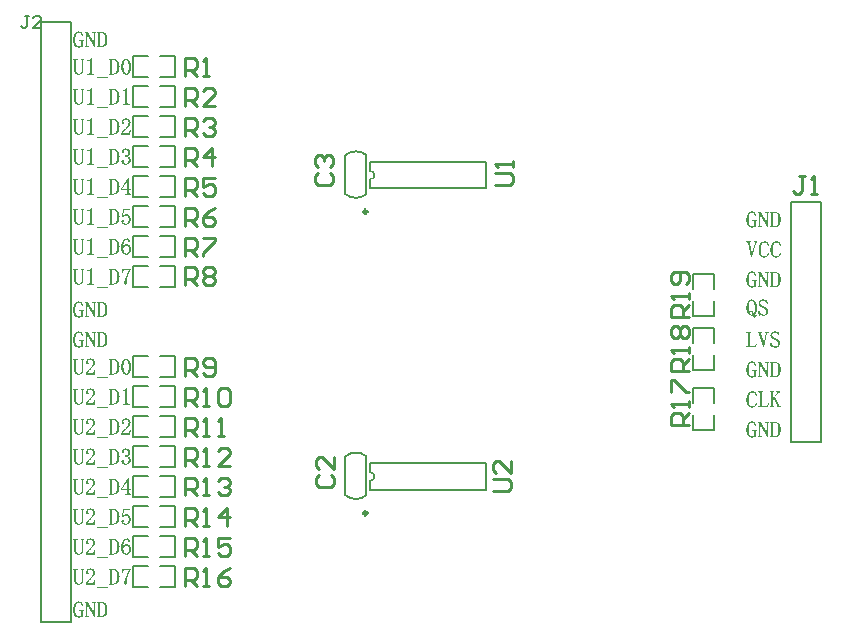
<source format=gto>
G04*
G04 #@! TF.GenerationSoftware,Altium Limited,Altium Designer,25.2.1 (25)*
G04*
G04 Layer_Color=65535*
%FSLAX44Y44*%
%MOMM*%
G71*
G04*
G04 #@! TF.SameCoordinates,855B9A58-CFE3-4230-A620-731D9DC95041*
G04*
G04*
G04 #@! TF.FilePolarity,Positive*
G04*
G01*
G75*
%ADD10C,0.1524*%
%ADD11C,0.2000*%
%ADD12C,0.3000*%
%ADD13C,0.1500*%
%ADD14C,0.2540*%
G36*
X624747Y174317D02*
X623951Y174095D01*
Y174114D01*
X623933Y174169D01*
X623896Y174262D01*
X623859Y174373D01*
X623822Y174503D01*
X623766Y174669D01*
X623618Y175040D01*
X623451Y175429D01*
X623248Y175817D01*
X623044Y176169D01*
X622914Y176336D01*
X622803Y176465D01*
X622766Y176502D01*
X622692Y176576D01*
X622544Y176688D01*
X622359Y176817D01*
X622137Y176928D01*
X621877Y177039D01*
X621581Y177113D01*
X621248Y177150D01*
X621211D01*
X621155Y177132D01*
X621081D01*
X620877Y177076D01*
X620618Y176965D01*
X620470Y176891D01*
X620322Y176780D01*
X620155Y176669D01*
X619989Y176521D01*
X619822Y176354D01*
X619655Y176151D01*
X619470Y175910D01*
X619304Y175651D01*
X619285Y175632D01*
X619267Y175577D01*
X619230Y175502D01*
X619155Y175373D01*
X619100Y175206D01*
X619026Y175021D01*
X618933Y174780D01*
X618859Y174521D01*
X618767Y174206D01*
X618693Y173873D01*
X618600Y173484D01*
X618544Y173058D01*
X618489Y172614D01*
X618433Y172114D01*
X618415Y171577D01*
X618396Y171003D01*
Y170984D01*
Y170910D01*
Y170799D01*
X618415Y170651D01*
Y170448D01*
X618433Y170225D01*
X618452Y169985D01*
X618489Y169707D01*
X618526Y169411D01*
X618563Y169096D01*
X618693Y168429D01*
X618859Y167744D01*
X619081Y167041D01*
Y167022D01*
X619118Y166966D01*
X619155Y166874D01*
X619211Y166763D01*
X619285Y166615D01*
X619378Y166466D01*
X619618Y166133D01*
X619933Y165781D01*
X620118Y165633D01*
X620322Y165504D01*
X620544Y165374D01*
X620785Y165281D01*
X621044Y165226D01*
X621322Y165207D01*
X621451D01*
X621600Y165226D01*
X621766Y165244D01*
X621951Y165281D01*
X622155Y165337D01*
X622359Y165411D01*
X622525Y165504D01*
X622544Y165522D01*
X622599Y165559D01*
X622674Y165633D01*
X622766Y165744D01*
X622840Y165874D01*
X622933Y166022D01*
X623007Y166207D01*
X623044Y166429D01*
Y169003D01*
Y169022D01*
Y169059D01*
Y169133D01*
X623025Y169207D01*
X622970Y169392D01*
X622914Y169466D01*
X622859Y169540D01*
X622822Y169577D01*
X622729Y169633D01*
X622562Y169688D01*
X622451Y169725D01*
X621655D01*
Y170577D01*
X625896D01*
Y169725D01*
X625210D01*
X625136Y169707D01*
X624988Y169651D01*
X624840Y169540D01*
X624822Y169503D01*
X624766Y169429D01*
X624692Y169281D01*
X624673Y169077D01*
Y165059D01*
X624655D01*
X624599Y165078D01*
X624525Y165096D01*
X624433Y165115D01*
X624266Y165152D01*
X624192D01*
X624136Y165170D01*
X624118D01*
X624081Y165189D01*
X624007Y165207D01*
X623859D01*
X623785Y165189D01*
X623692Y165170D01*
X623674D01*
X623618Y165152D01*
X623544Y165115D01*
X623470Y165041D01*
X623451Y165022D01*
X623377Y164967D01*
X623285Y164893D01*
X623136Y164800D01*
X622988Y164707D01*
X622803Y164615D01*
X622618Y164522D01*
X622414Y164448D01*
X622396D01*
X622322Y164430D01*
X622211Y164411D01*
X622081Y164374D01*
X621896Y164356D01*
X621711Y164319D01*
X621488Y164300D01*
X621137D01*
X621026Y164319D01*
X620859Y164337D01*
X620655Y164356D01*
X620415Y164411D01*
X620174Y164467D01*
X619896Y164559D01*
X619618Y164670D01*
X619322Y164818D01*
X619026Y164985D01*
X618730Y165189D01*
X618452Y165429D01*
X618174Y165707D01*
X617933Y166022D01*
X617711Y166392D01*
X617693Y166411D01*
X617656Y166485D01*
X617600Y166596D01*
X617545Y166763D01*
X617452Y166966D01*
X617359Y167189D01*
X617267Y167466D01*
X617156Y167763D01*
X617044Y168096D01*
X616952Y168448D01*
X616859Y168818D01*
X616767Y169225D01*
X616711Y169651D01*
X616656Y170096D01*
X616619Y170540D01*
X616600Y171003D01*
Y171040D01*
Y171133D01*
Y171281D01*
X616619Y171484D01*
X616637Y171744D01*
X616674Y172021D01*
X616711Y172355D01*
X616767Y172707D01*
X616822Y173095D01*
X616915Y173484D01*
X617026Y173910D01*
X617156Y174317D01*
X617304Y174743D01*
X617470Y175169D01*
X617674Y175577D01*
X617896Y175984D01*
X617915Y176003D01*
X617952Y176077D01*
X618026Y176169D01*
X618137Y176317D01*
X618267Y176465D01*
X618415Y176651D01*
X618600Y176836D01*
X618804Y177039D01*
X619044Y177225D01*
X619285Y177410D01*
X619563Y177595D01*
X619859Y177743D01*
X620174Y177891D01*
X620526Y177984D01*
X620877Y178058D01*
X621248Y178076D01*
X621340D01*
X621433Y178058D01*
X621581Y178039D01*
X621748Y178021D01*
X621933Y177984D01*
X622137Y177910D01*
X622359Y177836D01*
X622377D01*
X622451Y177799D01*
X622562Y177762D01*
X622674Y177724D01*
X622803Y177687D01*
X622933Y177651D01*
X623025Y177632D01*
X623100Y177613D01*
X623136D01*
X623211Y177632D01*
X623322Y177651D01*
X623451Y177706D01*
X623488Y177724D01*
X623525Y177743D01*
X623599Y177799D01*
X623674Y177836D01*
X623785Y177910D01*
X623896Y178002D01*
X624044Y178095D01*
X624747Y174317D01*
D02*
G37*
G36*
X636154Y177076D02*
X635302D01*
X635209Y177058D01*
X635080Y177039D01*
X634969Y176965D01*
X634950Y176947D01*
X634913Y176891D01*
X634857Y176799D01*
X634839Y176669D01*
Y164448D01*
X634043D01*
X628414Y175491D01*
Y165707D01*
Y165670D01*
X628432Y165578D01*
X628469Y165466D01*
X628525Y165374D01*
X628543Y165355D01*
X628617Y165337D01*
X628728Y165300D01*
X628895Y165281D01*
X629710D01*
Y164448D01*
X626247D01*
Y165281D01*
X627099D01*
X627210Y165300D01*
X627340Y165318D01*
X627432Y165374D01*
X627451Y165392D01*
X627488Y165466D01*
X627525Y165559D01*
X627543Y165707D01*
Y176669D01*
Y176688D01*
Y176706D01*
X627525Y176799D01*
X627506Y176891D01*
X627451Y176984D01*
X627432Y177002D01*
X627377Y177039D01*
X627247Y177058D01*
X627173Y177076D01*
X626395D01*
Y177928D01*
X628951D01*
X633969Y168249D01*
Y176669D01*
Y176688D01*
Y176706D01*
X633950Y176799D01*
X633932Y176891D01*
X633876Y176984D01*
X633858Y177002D01*
X633802Y177039D01*
X633672Y177058D01*
X633598Y177076D01*
X632673D01*
Y177928D01*
X636154D01*
Y177076D01*
D02*
G37*
G36*
X640450Y177910D02*
X640616D01*
X640820Y177873D01*
X641061Y177836D01*
X641338Y177799D01*
X641635Y177724D01*
X641931Y177651D01*
X642246Y177539D01*
X642579Y177410D01*
X642912Y177262D01*
X643245Y177076D01*
X643560Y176854D01*
X643857Y176614D01*
X644153Y176336D01*
X644171Y176317D01*
X644208Y176262D01*
X644283Y176169D01*
X644394Y176040D01*
X644505Y175873D01*
X644616Y175651D01*
X644764Y175410D01*
X644893Y175132D01*
X645023Y174817D01*
X645171Y174447D01*
X645282Y174040D01*
X645412Y173614D01*
X645505Y173132D01*
X645579Y172614D01*
X645616Y172059D01*
X645634Y171466D01*
Y171447D01*
Y171429D01*
Y171373D01*
Y171299D01*
Y171114D01*
X645616Y170873D01*
X645597Y170577D01*
X645560Y170225D01*
X645505Y169855D01*
X645449Y169448D01*
X645375Y169022D01*
X645282Y168577D01*
X645171Y168133D01*
X645023Y167707D01*
X644856Y167281D01*
X644671Y166874D01*
X644449Y166485D01*
X644190Y166152D01*
X644171Y166133D01*
X644116Y166078D01*
X644042Y166003D01*
X643931Y165892D01*
X643783Y165763D01*
X643597Y165615D01*
X643375Y165466D01*
X643134Y165300D01*
X642857Y165133D01*
X642542Y164985D01*
X642190Y164837D01*
X641820Y164707D01*
X641412Y164615D01*
X640968Y164522D01*
X640487Y164467D01*
X639987Y164448D01*
X636487D01*
Y165281D01*
X637283D01*
X637394Y165300D01*
X637524Y165318D01*
X637579Y165337D01*
X637617Y165374D01*
X637635Y165392D01*
X637672Y165466D01*
X637691Y165559D01*
X637709Y165707D01*
Y176669D01*
Y176688D01*
Y176706D01*
X637691Y176799D01*
X637672Y176891D01*
X637617Y176984D01*
X637598Y177002D01*
X637542Y177039D01*
X637413Y177058D01*
X637339Y177076D01*
X636561D01*
Y177928D01*
X640320D01*
X640450Y177910D01*
D02*
G37*
G36*
X625525Y199792D02*
X624729Y199569D01*
Y199588D01*
X624710Y199643D01*
X624673Y199718D01*
X624636Y199829D01*
X624581Y199940D01*
X624525Y200088D01*
X624377Y200421D01*
X624192Y200791D01*
X623988Y201180D01*
X623747Y201532D01*
X623618Y201680D01*
X623488Y201828D01*
X623451Y201865D01*
X623359Y201940D01*
X623192Y202051D01*
X622988Y202199D01*
X622711Y202328D01*
X622396Y202439D01*
X622044Y202514D01*
X621637Y202551D01*
X621581D01*
X621488Y202532D01*
X621396D01*
X621266Y202495D01*
X621118Y202458D01*
X620970Y202402D01*
X620785Y202347D01*
X620600Y202254D01*
X620415Y202143D01*
X620229Y201995D01*
X620026Y201847D01*
X619841Y201643D01*
X619655Y201421D01*
X619470Y201162D01*
X619304Y200865D01*
Y200847D01*
X619267Y200791D01*
X619230Y200699D01*
X619174Y200569D01*
X619118Y200403D01*
X619044Y200199D01*
X618970Y199958D01*
X618896Y199699D01*
X618804Y199403D01*
X618730Y199088D01*
X618656Y198736D01*
X618600Y198366D01*
X618544Y197958D01*
X618507Y197533D01*
X618489Y197088D01*
X618470Y196625D01*
Y196588D01*
Y196496D01*
Y196366D01*
X618489Y196162D01*
Y195922D01*
X618507Y195662D01*
X618526Y195366D01*
X618563Y195033D01*
X618656Y194348D01*
X618767Y193626D01*
X618952Y192922D01*
X619063Y192589D01*
X619193Y192292D01*
X619211Y192274D01*
X619230Y192218D01*
X619267Y192144D01*
X619341Y192052D01*
X619415Y191940D01*
X619507Y191811D01*
X619637Y191663D01*
X619767Y191533D01*
X619915Y191385D01*
X620100Y191237D01*
X620285Y191107D01*
X620507Y190996D01*
X620748Y190904D01*
X620989Y190830D01*
X621266Y190774D01*
X621563Y190755D01*
X621674D01*
X621748Y190774D01*
X621970Y190793D01*
X622229Y190867D01*
X622544Y190959D01*
X622859Y191107D01*
X623211Y191311D01*
X623359Y191441D01*
X623525Y191589D01*
X623544Y191607D01*
X623562Y191626D01*
X623599Y191681D01*
X623655Y191737D01*
X623729Y191829D01*
X623803Y191940D01*
X623896Y192052D01*
X623988Y192200D01*
X624173Y192552D01*
X624377Y192959D01*
X624562Y193440D01*
X624710Y193996D01*
X625525Y193663D01*
Y193644D01*
X625507Y193589D01*
X625488Y193496D01*
X625451Y193366D01*
X625396Y193218D01*
X625340Y193033D01*
X625266Y192829D01*
X625192Y192626D01*
X624988Y192163D01*
X624729Y191681D01*
X624396Y191200D01*
X624025Y190774D01*
X624007Y190755D01*
X623970Y190737D01*
X623914Y190681D01*
X623840Y190607D01*
X623729Y190533D01*
X623618Y190441D01*
X623470Y190330D01*
X623303Y190237D01*
X622933Y190033D01*
X622507Y189867D01*
X622266Y189793D01*
X622025Y189756D01*
X621766Y189718D01*
X621488Y189700D01*
X621396D01*
X621266Y189718D01*
X621118D01*
X620933Y189756D01*
X620711Y189793D01*
X620452Y189848D01*
X620192Y189904D01*
X619915Y189996D01*
X619618Y190107D01*
X619322Y190237D01*
X619026Y190404D01*
X618730Y190589D01*
X618452Y190811D01*
X618174Y191070D01*
X617915Y191367D01*
X617896Y191385D01*
X617859Y191441D01*
X617785Y191552D01*
X617711Y191681D01*
X617619Y191866D01*
X617508Y192089D01*
X617378Y192348D01*
X617267Y192644D01*
X617137Y192977D01*
X617007Y193366D01*
X616896Y193792D01*
X616804Y194255D01*
X616730Y194774D01*
X616656Y195310D01*
X616619Y195922D01*
X616600Y196551D01*
Y196588D01*
Y196681D01*
X616619Y196847D01*
Y197051D01*
X616637Y197292D01*
X616674Y197588D01*
X616711Y197921D01*
X616767Y198273D01*
X616841Y198662D01*
X616933Y199069D01*
X617044Y199477D01*
X617193Y199884D01*
X617341Y200310D01*
X617526Y200717D01*
X617748Y201106D01*
X617989Y201495D01*
X618007Y201514D01*
X618063Y201588D01*
X618137Y201680D01*
X618248Y201810D01*
X618378Y201958D01*
X618563Y202125D01*
X618748Y202310D01*
X618989Y202495D01*
X619248Y202680D01*
X619526Y202847D01*
X619841Y203013D01*
X620174Y203162D01*
X620544Y203291D01*
X620933Y203384D01*
X621340Y203458D01*
X621785Y203476D01*
X621877D01*
X621988Y203458D01*
X622137D01*
X622303Y203421D01*
X622488Y203384D01*
X622692Y203347D01*
X622896Y203273D01*
X622914D01*
X622988Y203236D01*
X623081Y203217D01*
X623211Y203180D01*
X623507Y203125D01*
X623785Y203088D01*
X623933D01*
X624062Y203106D01*
X624173Y203143D01*
X624211Y203162D01*
X624248Y203180D01*
X624303Y203217D01*
X624377Y203254D01*
X624470Y203310D01*
X624581Y203402D01*
X624729Y203495D01*
X625525Y199792D01*
D02*
G37*
G36*
X645394Y202551D02*
X644986D01*
X644912Y202532D01*
X644838D01*
X644616Y202458D01*
X644486Y202421D01*
X644357Y202347D01*
X644338D01*
X644301Y202310D01*
X644227Y202254D01*
X644153Y202199D01*
X644042Y202106D01*
X643931Y201995D01*
X643801Y201847D01*
X643671Y201699D01*
X641264Y198440D01*
X644505Y191552D01*
X644523Y191533D01*
X644542Y191478D01*
X644597Y191385D01*
X644653Y191292D01*
X644801Y191070D01*
X644893Y190978D01*
X644968Y190904D01*
X644986D01*
X645005Y190885D01*
X645097Y190830D01*
X645190Y190774D01*
X645282Y190755D01*
X645856D01*
Y189922D01*
X642153D01*
Y190755D01*
X642653D01*
X642746Y190774D01*
X642875Y190848D01*
X642912Y190885D01*
X642949Y190959D01*
Y190978D01*
Y190996D01*
Y191052D01*
Y191126D01*
X642912Y191218D01*
X642875Y191348D01*
X642801Y191496D01*
X642709Y191663D01*
X640264Y197107D01*
X639264Y195496D01*
Y191181D01*
Y191144D01*
X639283Y191052D01*
X639320Y190941D01*
X639394Y190848D01*
X639413Y190830D01*
X639487Y190811D01*
X639598Y190774D01*
X639764Y190755D01*
X640413D01*
Y189922D01*
X636487D01*
Y190755D01*
X637209D01*
X637320Y190774D01*
X637450Y190793D01*
X637505Y190811D01*
X637542Y190848D01*
X637561Y190867D01*
X637598Y190941D01*
X637617Y191033D01*
X637635Y191181D01*
Y202143D01*
Y202162D01*
Y202180D01*
X637617Y202273D01*
X637598Y202365D01*
X637542Y202458D01*
X637524Y202477D01*
X637468Y202514D01*
X637339Y202532D01*
X637265Y202551D01*
X636487D01*
Y203402D01*
X640413D01*
Y202551D01*
X639727D01*
X639635Y202532D01*
X639505Y202514D01*
X639394Y202439D01*
X639376Y202421D01*
X639338Y202365D01*
X639283Y202273D01*
X639264Y202143D01*
Y196755D01*
X642616Y201884D01*
X642635Y201902D01*
X642653Y201940D01*
X642690Y201995D01*
X642727Y202069D01*
X642746Y202162D01*
X642764Y202236D01*
Y202310D01*
X642746Y202384D01*
X642727Y202402D01*
X642690Y202439D01*
X642635Y202477D01*
X642560Y202495D01*
X642468Y202532D01*
X642357Y202551D01*
X641690D01*
Y203402D01*
X645394D01*
Y202551D01*
D02*
G37*
G36*
X630710D02*
X629932D01*
X629840Y202532D01*
X629710Y202514D01*
X629599Y202439D01*
X629580Y202421D01*
X629543Y202365D01*
X629506Y202273D01*
X629488Y202143D01*
Y191181D01*
Y191144D01*
X629506Y191052D01*
X629543Y190941D01*
X629599Y190848D01*
X629617Y190830D01*
X629691Y190811D01*
X629803Y190774D01*
X629969Y190755D01*
X632136D01*
X632210Y190774D01*
X632395Y190793D01*
X632617Y190830D01*
X632895Y190904D01*
X633172Y191015D01*
X633450Y191163D01*
X633728Y191367D01*
X633765Y191404D01*
X633858Y191478D01*
X633987Y191644D01*
X634154Y191866D01*
X634339Y192144D01*
X634432Y192311D01*
X634524Y192514D01*
X634617Y192718D01*
X634709Y192940D01*
X634802Y193200D01*
X634894Y193459D01*
X635617Y193218D01*
X634876Y189922D01*
X626618D01*
Y190755D01*
X627414D01*
X627525Y190774D01*
X627654Y190793D01*
X627710Y190811D01*
X627747Y190848D01*
X627766Y190867D01*
X627803Y190941D01*
X627840Y191033D01*
X627858Y191181D01*
Y202143D01*
Y202162D01*
Y202180D01*
X627840Y202273D01*
X627821Y202365D01*
X627747Y202458D01*
X627729Y202477D01*
X627673Y202514D01*
X627543Y202532D01*
X627469Y202551D01*
X626710D01*
Y203402D01*
X630710D01*
Y202551D01*
D02*
G37*
G36*
X624747Y225117D02*
X623951Y224895D01*
Y224914D01*
X623933Y224969D01*
X623896Y225062D01*
X623859Y225173D01*
X623822Y225303D01*
X623766Y225469D01*
X623618Y225840D01*
X623451Y226229D01*
X623248Y226617D01*
X623044Y226969D01*
X622914Y227136D01*
X622803Y227265D01*
X622766Y227302D01*
X622692Y227376D01*
X622544Y227488D01*
X622359Y227617D01*
X622137Y227728D01*
X621877Y227839D01*
X621581Y227913D01*
X621248Y227950D01*
X621211D01*
X621155Y227932D01*
X621081D01*
X620877Y227876D01*
X620618Y227765D01*
X620470Y227691D01*
X620322Y227580D01*
X620155Y227469D01*
X619989Y227321D01*
X619822Y227154D01*
X619655Y226951D01*
X619470Y226710D01*
X619304Y226451D01*
X619285Y226432D01*
X619267Y226377D01*
X619230Y226303D01*
X619155Y226173D01*
X619100Y226006D01*
X619026Y225821D01*
X618933Y225580D01*
X618859Y225321D01*
X618767Y225006D01*
X618693Y224673D01*
X618600Y224284D01*
X618544Y223858D01*
X618489Y223414D01*
X618433Y222914D01*
X618415Y222377D01*
X618396Y221803D01*
Y221784D01*
Y221710D01*
Y221599D01*
X618415Y221451D01*
Y221248D01*
X618433Y221025D01*
X618452Y220785D01*
X618489Y220507D01*
X618526Y220211D01*
X618563Y219896D01*
X618693Y219229D01*
X618859Y218544D01*
X619081Y217840D01*
Y217822D01*
X619118Y217766D01*
X619155Y217674D01*
X619211Y217563D01*
X619285Y217415D01*
X619378Y217266D01*
X619618Y216933D01*
X619933Y216581D01*
X620118Y216433D01*
X620322Y216304D01*
X620544Y216174D01*
X620785Y216081D01*
X621044Y216026D01*
X621322Y216007D01*
X621451D01*
X621600Y216026D01*
X621766Y216044D01*
X621951Y216081D01*
X622155Y216137D01*
X622359Y216211D01*
X622525Y216304D01*
X622544Y216322D01*
X622599Y216359D01*
X622674Y216433D01*
X622766Y216544D01*
X622840Y216674D01*
X622933Y216822D01*
X623007Y217007D01*
X623044Y217229D01*
Y219803D01*
Y219822D01*
Y219859D01*
Y219933D01*
X623025Y220007D01*
X622970Y220192D01*
X622914Y220266D01*
X622859Y220340D01*
X622822Y220377D01*
X622729Y220433D01*
X622562Y220488D01*
X622451Y220525D01*
X621655D01*
Y221377D01*
X625896D01*
Y220525D01*
X625210D01*
X625136Y220507D01*
X624988Y220451D01*
X624840Y220340D01*
X624822Y220303D01*
X624766Y220229D01*
X624692Y220081D01*
X624673Y219877D01*
Y215859D01*
X624655D01*
X624599Y215878D01*
X624525Y215896D01*
X624433Y215915D01*
X624266Y215952D01*
X624192D01*
X624136Y215970D01*
X624118D01*
X624081Y215989D01*
X624007Y216007D01*
X623859D01*
X623785Y215989D01*
X623692Y215970D01*
X623674D01*
X623618Y215952D01*
X623544Y215915D01*
X623470Y215841D01*
X623451Y215822D01*
X623377Y215767D01*
X623285Y215693D01*
X623136Y215600D01*
X622988Y215507D01*
X622803Y215415D01*
X622618Y215322D01*
X622414Y215248D01*
X622396D01*
X622322Y215230D01*
X622211Y215211D01*
X622081Y215174D01*
X621896Y215156D01*
X621711Y215119D01*
X621488Y215100D01*
X621137D01*
X621026Y215119D01*
X620859Y215137D01*
X620655Y215156D01*
X620415Y215211D01*
X620174Y215267D01*
X619896Y215359D01*
X619618Y215470D01*
X619322Y215618D01*
X619026Y215785D01*
X618730Y215989D01*
X618452Y216229D01*
X618174Y216507D01*
X617933Y216822D01*
X617711Y217192D01*
X617693Y217211D01*
X617656Y217285D01*
X617600Y217396D01*
X617545Y217563D01*
X617452Y217766D01*
X617359Y217989D01*
X617267Y218266D01*
X617156Y218563D01*
X617044Y218896D01*
X616952Y219248D01*
X616859Y219618D01*
X616767Y220025D01*
X616711Y220451D01*
X616656Y220896D01*
X616619Y221340D01*
X616600Y221803D01*
Y221840D01*
Y221933D01*
Y222081D01*
X616619Y222284D01*
X616637Y222544D01*
X616674Y222821D01*
X616711Y223155D01*
X616767Y223507D01*
X616822Y223895D01*
X616915Y224284D01*
X617026Y224710D01*
X617156Y225117D01*
X617304Y225543D01*
X617470Y225969D01*
X617674Y226377D01*
X617896Y226784D01*
X617915Y226803D01*
X617952Y226877D01*
X618026Y226969D01*
X618137Y227117D01*
X618267Y227265D01*
X618415Y227451D01*
X618600Y227636D01*
X618804Y227839D01*
X619044Y228025D01*
X619285Y228210D01*
X619563Y228395D01*
X619859Y228543D01*
X620174Y228691D01*
X620526Y228784D01*
X620877Y228858D01*
X621248Y228876D01*
X621340D01*
X621433Y228858D01*
X621581Y228839D01*
X621748Y228821D01*
X621933Y228784D01*
X622137Y228710D01*
X622359Y228636D01*
X622377D01*
X622451Y228599D01*
X622562Y228562D01*
X622674Y228524D01*
X622803Y228487D01*
X622933Y228451D01*
X623025Y228432D01*
X623100Y228413D01*
X623136D01*
X623211Y228432D01*
X623322Y228451D01*
X623451Y228506D01*
X623488Y228524D01*
X623525Y228543D01*
X623599Y228599D01*
X623674Y228636D01*
X623785Y228710D01*
X623896Y228802D01*
X624044Y228895D01*
X624747Y225117D01*
D02*
G37*
G36*
X636154Y227876D02*
X635302D01*
X635209Y227858D01*
X635080Y227839D01*
X634969Y227765D01*
X634950Y227747D01*
X634913Y227691D01*
X634857Y227599D01*
X634839Y227469D01*
Y215248D01*
X634043D01*
X628414Y226291D01*
Y216507D01*
Y216470D01*
X628432Y216378D01*
X628469Y216266D01*
X628525Y216174D01*
X628543Y216155D01*
X628617Y216137D01*
X628728Y216100D01*
X628895Y216081D01*
X629710D01*
Y215248D01*
X626247D01*
Y216081D01*
X627099D01*
X627210Y216100D01*
X627340Y216118D01*
X627432Y216174D01*
X627451Y216192D01*
X627488Y216266D01*
X627525Y216359D01*
X627543Y216507D01*
Y227469D01*
Y227488D01*
Y227506D01*
X627525Y227599D01*
X627506Y227691D01*
X627451Y227784D01*
X627432Y227802D01*
X627377Y227839D01*
X627247Y227858D01*
X627173Y227876D01*
X626395D01*
Y228728D01*
X628951D01*
X633969Y219049D01*
Y227469D01*
Y227488D01*
Y227506D01*
X633950Y227599D01*
X633932Y227691D01*
X633876Y227784D01*
X633858Y227802D01*
X633802Y227839D01*
X633672Y227858D01*
X633598Y227876D01*
X632673D01*
Y228728D01*
X636154D01*
Y227876D01*
D02*
G37*
G36*
X640450Y228710D02*
X640616D01*
X640820Y228673D01*
X641061Y228636D01*
X641338Y228599D01*
X641635Y228524D01*
X641931Y228451D01*
X642246Y228339D01*
X642579Y228210D01*
X642912Y228062D01*
X643245Y227876D01*
X643560Y227654D01*
X643857Y227414D01*
X644153Y227136D01*
X644171Y227117D01*
X644208Y227062D01*
X644283Y226969D01*
X644394Y226840D01*
X644505Y226673D01*
X644616Y226451D01*
X644764Y226210D01*
X644893Y225932D01*
X645023Y225617D01*
X645171Y225247D01*
X645282Y224840D01*
X645412Y224414D01*
X645505Y223932D01*
X645579Y223414D01*
X645616Y222859D01*
X645634Y222266D01*
Y222247D01*
Y222229D01*
Y222173D01*
Y222099D01*
Y221914D01*
X645616Y221673D01*
X645597Y221377D01*
X645560Y221025D01*
X645505Y220655D01*
X645449Y220248D01*
X645375Y219822D01*
X645282Y219377D01*
X645171Y218933D01*
X645023Y218507D01*
X644856Y218081D01*
X644671Y217674D01*
X644449Y217285D01*
X644190Y216952D01*
X644171Y216933D01*
X644116Y216878D01*
X644042Y216803D01*
X643931Y216692D01*
X643783Y216563D01*
X643597Y216415D01*
X643375Y216266D01*
X643134Y216100D01*
X642857Y215933D01*
X642542Y215785D01*
X642190Y215637D01*
X641820Y215507D01*
X641412Y215415D01*
X640968Y215322D01*
X640487Y215267D01*
X639987Y215248D01*
X636487D01*
Y216081D01*
X637283D01*
X637394Y216100D01*
X637524Y216118D01*
X637579Y216137D01*
X637617Y216174D01*
X637635Y216192D01*
X637672Y216266D01*
X637691Y216359D01*
X637709Y216507D01*
Y227469D01*
Y227488D01*
Y227506D01*
X637691Y227599D01*
X637672Y227691D01*
X637617Y227784D01*
X637598Y227802D01*
X637542Y227839D01*
X637413Y227858D01*
X637339Y227876D01*
X636561D01*
Y228728D01*
X640320D01*
X640450Y228710D01*
D02*
G37*
G36*
X644634Y250814D02*
X643931Y250592D01*
Y250610D01*
X643894Y250666D01*
X643857Y250758D01*
X643801Y250869D01*
X643745Y250999D01*
X643653Y251147D01*
X643468Y251499D01*
X643264Y251869D01*
X643023Y252239D01*
X642894Y252406D01*
X642764Y252573D01*
X642635Y252702D01*
X642505Y252813D01*
X642468Y252832D01*
X642375Y252906D01*
X642227Y252980D01*
X642023Y253091D01*
X641783Y253184D01*
X641468Y253277D01*
X641135Y253332D01*
X640746Y253351D01*
X640616D01*
X640524Y253332D01*
X640431D01*
X640301Y253314D01*
X640024Y253258D01*
X639709Y253165D01*
X639413Y253036D01*
X639135Y252851D01*
X639024Y252740D01*
X638913Y252610D01*
X638894Y252573D01*
X638839Y252480D01*
X638764Y252332D01*
X638672Y252147D01*
X638579Y251906D01*
X638505Y251647D01*
X638450Y251351D01*
X638431Y251036D01*
Y250999D01*
Y250906D01*
X638450Y250758D01*
X638487Y250592D01*
X638542Y250388D01*
X638616Y250184D01*
X638727Y249981D01*
X638876Y249795D01*
X638894Y249777D01*
X638987Y249703D01*
X639042Y249666D01*
X639135Y249592D01*
X639246Y249536D01*
X639376Y249443D01*
X639542Y249351D01*
X639727Y249240D01*
X639950Y249129D01*
X640190Y248999D01*
X640468Y248851D01*
X640783Y248703D01*
X641135Y248536D01*
X641524Y248370D01*
X641542D01*
X641616Y248333D01*
X641709Y248295D01*
X641838Y248221D01*
X641986Y248147D01*
X642172Y248073D01*
X642579Y247851D01*
X643023Y247573D01*
X643468Y247277D01*
X643894Y246944D01*
X644079Y246759D01*
X644245Y246573D01*
X644264Y246555D01*
X644283Y246536D01*
X644320Y246481D01*
X644375Y246388D01*
X644449Y246296D01*
X644523Y246185D01*
X644671Y245907D01*
X644819Y245555D01*
X644968Y245166D01*
X645060Y244703D01*
X645097Y244463D01*
Y244222D01*
Y244203D01*
Y244166D01*
Y244074D01*
X645079Y243981D01*
X645060Y243852D01*
X645042Y243703D01*
X644968Y243352D01*
X644856Y242944D01*
X644671Y242518D01*
X644560Y242296D01*
X644412Y242074D01*
X644264Y241852D01*
X644079Y241630D01*
X644060Y241611D01*
X644023Y241574D01*
X643968Y241518D01*
X643894Y241463D01*
X643783Y241370D01*
X643653Y241278D01*
X643505Y241167D01*
X643338Y241074D01*
X643134Y240963D01*
X642912Y240852D01*
X642672Y240759D01*
X642412Y240685D01*
X642116Y240611D01*
X641820Y240556D01*
X641486Y240518D01*
X641135Y240500D01*
X641005D01*
X640838Y240518D01*
X640653Y240537D01*
X640413Y240556D01*
X640172Y240611D01*
X639912Y240667D01*
X639672Y240759D01*
X639635Y240778D01*
X639561Y240796D01*
X639450Y240833D01*
X639301Y240889D01*
X638987Y240981D01*
X638820Y241000D01*
X638690Y241019D01*
X638653D01*
X638579Y241000D01*
X638468Y240963D01*
X638320Y240889D01*
X638302D01*
X638283Y240870D01*
X638228Y240833D01*
X638153Y240796D01*
X638042Y240741D01*
X637913Y240667D01*
X637746Y240593D01*
X637542Y240500D01*
X636876Y244555D01*
X637672Y244796D01*
Y244777D01*
X637691Y244703D01*
X637728Y244611D01*
X637783Y244463D01*
X637839Y244314D01*
X637894Y244129D01*
X638079Y243703D01*
X638283Y243241D01*
X638542Y242796D01*
X638672Y242592D01*
X638839Y242407D01*
X638987Y242241D01*
X639153Y242092D01*
X639172D01*
X639190Y242055D01*
X639246Y242037D01*
X639320Y241981D01*
X639505Y241870D01*
X639746Y241759D01*
X640061Y241630D01*
X640413Y241518D01*
X640783Y241444D01*
X641209Y241407D01*
X641320D01*
X641412Y241426D01*
X641616Y241444D01*
X641894Y241500D01*
X642172Y241574D01*
X642468Y241704D01*
X642764Y241870D01*
X643005Y242111D01*
X643023Y242148D01*
X643097Y242241D01*
X643190Y242407D01*
X643320Y242648D01*
X643431Y242944D01*
X643523Y243296D01*
X643597Y243722D01*
X643616Y244222D01*
Y244259D01*
X643597Y244333D01*
X643579Y244463D01*
X643523Y244648D01*
X643449Y244851D01*
X643320Y245074D01*
X643153Y245314D01*
X642931Y245574D01*
X642894Y245611D01*
X642801Y245685D01*
X642635Y245833D01*
X642523Y245925D01*
X642394Y246018D01*
X642246Y246129D01*
X642060Y246240D01*
X641875Y246351D01*
X641672Y246481D01*
X641449Y246629D01*
X641190Y246759D01*
X640931Y246907D01*
X640635Y247055D01*
X640616Y247073D01*
X640542Y247092D01*
X640450Y247129D01*
X640320Y247203D01*
X640153Y247259D01*
X639968Y247351D01*
X639764Y247444D01*
X639542Y247555D01*
X639079Y247796D01*
X638616Y248055D01*
X638190Y248314D01*
X638005Y248462D01*
X637839Y248592D01*
Y248610D01*
X637802Y248629D01*
X637709Y248740D01*
X637579Y248906D01*
X637431Y249147D01*
X637283Y249481D01*
X637154Y249869D01*
X637061Y250332D01*
X637043Y250592D01*
X637024Y250869D01*
Y250888D01*
Y250925D01*
Y250999D01*
X637043Y251073D01*
X637061Y251184D01*
X637080Y251314D01*
X637154Y251610D01*
X637265Y251980D01*
X637450Y252369D01*
X637579Y252573D01*
X637709Y252777D01*
X637857Y252980D01*
X638042Y253184D01*
X638061Y253202D01*
X638098Y253239D01*
X638153Y253277D01*
X638228Y253351D01*
X638339Y253443D01*
X638468Y253536D01*
X638616Y253628D01*
X638783Y253739D01*
X638968Y253832D01*
X639190Y253925D01*
X639431Y254017D01*
X639690Y254110D01*
X639968Y254184D01*
X640264Y254221D01*
X640579Y254258D01*
X640912Y254276D01*
X641042D01*
X641209Y254258D01*
X641394Y254239D01*
X641616Y254202D01*
X641875Y254165D01*
X642134Y254091D01*
X642394Y253999D01*
X642431Y253980D01*
X642505Y253962D01*
X642635Y253925D01*
X642764Y253869D01*
X643097Y253776D01*
X643227Y253758D01*
X643357Y253739D01*
X643394D01*
X643449Y253758D01*
X643560Y253776D01*
X643653Y253813D01*
X643690Y253832D01*
X643727Y253869D01*
X643783Y253906D01*
X643875Y253980D01*
X643968Y254054D01*
X644097Y254165D01*
X644264Y254295D01*
X644634Y250814D01*
D02*
G37*
G36*
X635691Y253277D02*
X635135D01*
X635043Y253258D01*
X634894Y253202D01*
X634728Y253091D01*
X634691Y253054D01*
X634654Y253017D01*
X634617Y252943D01*
X634561Y252851D01*
X634506Y252740D01*
X634450Y252610D01*
X634395Y252462D01*
X631191Y240648D01*
X630414D01*
X627543Y252369D01*
Y252388D01*
X627525Y252443D01*
X627506Y252536D01*
X627488Y252647D01*
X627414Y252869D01*
X627377Y252980D01*
X627321Y253073D01*
Y253091D01*
X627303Y253110D01*
X627210Y253184D01*
X627080Y253239D01*
X627006Y253277D01*
X626321D01*
Y254128D01*
X630025D01*
Y253277D01*
X629469D01*
X629377Y253258D01*
X629266Y253221D01*
X629173Y253128D01*
X629154Y253110D01*
Y253017D01*
X629136Y252888D01*
X629173Y252702D01*
X631204Y244203D01*
X633376Y252499D01*
Y252517D01*
X633395Y252573D01*
X633413Y252647D01*
X633432Y252740D01*
X633450Y252925D01*
Y253017D01*
X633413Y253091D01*
X633395Y253128D01*
X633321Y253184D01*
X633247Y253221D01*
X633172Y253239D01*
X633080Y253277D01*
X632524D01*
Y254128D01*
X635691D01*
Y253277D01*
D02*
G37*
G36*
X620692D02*
X619915D01*
X619822Y253258D01*
X619692Y253239D01*
X619581Y253165D01*
X619563Y253147D01*
X619526Y253091D01*
X619489Y252999D01*
X619470Y252869D01*
Y241907D01*
Y241870D01*
X619489Y241778D01*
X619526Y241667D01*
X619581Y241574D01*
X619600Y241555D01*
X619674Y241537D01*
X619785Y241500D01*
X619952Y241481D01*
X622118D01*
X622192Y241500D01*
X622377Y241518D01*
X622599Y241555D01*
X622877Y241630D01*
X623155Y241741D01*
X623433Y241889D01*
X623711Y242092D01*
X623747Y242129D01*
X623840Y242204D01*
X623970Y242370D01*
X624136Y242592D01*
X624322Y242870D01*
X624414Y243037D01*
X624507Y243241D01*
X624599Y243444D01*
X624692Y243666D01*
X624785Y243926D01*
X624877Y244185D01*
X625599Y243944D01*
X624859Y240648D01*
X616600D01*
Y241481D01*
X617396D01*
X617508Y241500D01*
X617637Y241518D01*
X617693Y241537D01*
X617730Y241574D01*
X617748Y241593D01*
X617785Y241667D01*
X617822Y241759D01*
X617841Y241907D01*
Y252869D01*
Y252888D01*
Y252906D01*
X617822Y252999D01*
X617804Y253091D01*
X617730Y253184D01*
X617711Y253202D01*
X617656Y253239D01*
X617526Y253258D01*
X617452Y253277D01*
X616693D01*
Y254128D01*
X620692D01*
Y253277D01*
D02*
G37*
G36*
X634617Y277825D02*
X633913Y277603D01*
Y277621D01*
X633876Y277677D01*
X633839Y277769D01*
X633783Y277880D01*
X633728Y278010D01*
X633635Y278158D01*
X633450Y278510D01*
X633247Y278880D01*
X633006Y279251D01*
X632876Y279417D01*
X632747Y279584D01*
X632617Y279713D01*
X632487Y279825D01*
X632450Y279843D01*
X632358Y279917D01*
X632210Y279991D01*
X632006Y280102D01*
X631765Y280195D01*
X631451Y280287D01*
X631117Y280343D01*
X630728Y280361D01*
X630599D01*
X630506Y280343D01*
X630414D01*
X630284Y280324D01*
X630006Y280269D01*
X629691Y280176D01*
X629395Y280047D01*
X629117Y279862D01*
X629006Y279750D01*
X628895Y279621D01*
X628877Y279584D01*
X628821Y279491D01*
X628747Y279343D01*
X628654Y279158D01*
X628562Y278917D01*
X628488Y278658D01*
X628432Y278362D01*
X628414Y278047D01*
Y278010D01*
Y277917D01*
X628432Y277769D01*
X628469Y277603D01*
X628525Y277399D01*
X628599Y277195D01*
X628710Y276991D01*
X628858Y276806D01*
X628877Y276788D01*
X628969Y276714D01*
X629025Y276677D01*
X629117Y276603D01*
X629229Y276547D01*
X629358Y276455D01*
X629525Y276362D01*
X629710Y276251D01*
X629932Y276140D01*
X630173Y276010D01*
X630451Y275862D01*
X630765Y275714D01*
X631117Y275547D01*
X631506Y275380D01*
X631525D01*
X631599Y275343D01*
X631691Y275306D01*
X631821Y275232D01*
X631969Y275158D01*
X632154Y275084D01*
X632561Y274862D01*
X633006Y274584D01*
X633450Y274288D01*
X633876Y273955D01*
X634061Y273770D01*
X634228Y273584D01*
X634246Y273566D01*
X634265Y273547D01*
X634302Y273492D01*
X634358Y273399D01*
X634432Y273307D01*
X634506Y273195D01*
X634654Y272918D01*
X634802Y272566D01*
X634950Y272177D01*
X635043Y271714D01*
X635080Y271474D01*
Y271233D01*
Y271214D01*
Y271177D01*
Y271085D01*
X635061Y270992D01*
X635043Y270863D01*
X635024Y270714D01*
X634950Y270362D01*
X634839Y269955D01*
X634654Y269529D01*
X634543Y269307D01*
X634395Y269085D01*
X634246Y268863D01*
X634061Y268640D01*
X634043Y268622D01*
X634006Y268585D01*
X633950Y268529D01*
X633876Y268474D01*
X633765Y268381D01*
X633635Y268289D01*
X633487Y268178D01*
X633321Y268085D01*
X633117Y267974D01*
X632895Y267863D01*
X632654Y267770D01*
X632395Y267696D01*
X632099Y267622D01*
X631802Y267567D01*
X631469Y267530D01*
X631117Y267511D01*
X630988D01*
X630821Y267530D01*
X630636Y267548D01*
X630395Y267567D01*
X630154Y267622D01*
X629895Y267678D01*
X629654Y267770D01*
X629617Y267789D01*
X629543Y267807D01*
X629432Y267844D01*
X629284Y267900D01*
X628969Y267992D01*
X628803Y268011D01*
X628673Y268029D01*
X628636D01*
X628562Y268011D01*
X628451Y267974D01*
X628303Y267900D01*
X628284D01*
X628266Y267881D01*
X628210Y267844D01*
X628136Y267807D01*
X628025Y267752D01*
X627895Y267678D01*
X627729Y267603D01*
X627525Y267511D01*
X626858Y271566D01*
X627654Y271807D01*
Y271788D01*
X627673Y271714D01*
X627710Y271622D01*
X627766Y271474D01*
X627821Y271325D01*
X627877Y271140D01*
X628062Y270714D01*
X628266Y270251D01*
X628525Y269807D01*
X628654Y269603D01*
X628821Y269418D01*
X628969Y269251D01*
X629136Y269103D01*
X629154D01*
X629173Y269066D01*
X629229Y269048D01*
X629302Y268992D01*
X629488Y268881D01*
X629728Y268770D01*
X630043Y268640D01*
X630395Y268529D01*
X630765Y268455D01*
X631191Y268418D01*
X631302D01*
X631395Y268437D01*
X631599Y268455D01*
X631876Y268511D01*
X632154Y268585D01*
X632450Y268715D01*
X632747Y268881D01*
X632987Y269122D01*
X633006Y269159D01*
X633080Y269251D01*
X633172Y269418D01*
X633302Y269659D01*
X633413Y269955D01*
X633506Y270307D01*
X633580Y270733D01*
X633598Y271233D01*
Y271270D01*
X633580Y271344D01*
X633561Y271474D01*
X633506Y271659D01*
X633432Y271862D01*
X633302Y272085D01*
X633135Y272325D01*
X632913Y272584D01*
X632876Y272621D01*
X632784Y272696D01*
X632617Y272844D01*
X632506Y272936D01*
X632376Y273029D01*
X632228Y273140D01*
X632043Y273251D01*
X631858Y273362D01*
X631654Y273492D01*
X631432Y273640D01*
X631173Y273770D01*
X630914Y273918D01*
X630617Y274066D01*
X630599Y274084D01*
X630525Y274103D01*
X630432Y274140D01*
X630302Y274214D01*
X630136Y274270D01*
X629951Y274362D01*
X629747Y274455D01*
X629525Y274566D01*
X629062Y274806D01*
X628599Y275066D01*
X628173Y275325D01*
X627988Y275473D01*
X627821Y275603D01*
Y275621D01*
X627784Y275640D01*
X627692Y275751D01*
X627562Y275917D01*
X627414Y276158D01*
X627266Y276492D01*
X627136Y276880D01*
X627043Y277343D01*
X627025Y277603D01*
X627006Y277880D01*
Y277899D01*
Y277936D01*
Y278010D01*
X627025Y278084D01*
X627043Y278195D01*
X627062Y278325D01*
X627136Y278621D01*
X627247Y278991D01*
X627432Y279380D01*
X627562Y279584D01*
X627692Y279788D01*
X627840Y279991D01*
X628025Y280195D01*
X628043Y280213D01*
X628080Y280250D01*
X628136Y280287D01*
X628210Y280361D01*
X628321Y280454D01*
X628451Y280547D01*
X628599Y280639D01*
X628765Y280750D01*
X628951Y280843D01*
X629173Y280935D01*
X629414Y281028D01*
X629673Y281121D01*
X629951Y281195D01*
X630247Y281232D01*
X630562Y281269D01*
X630895Y281287D01*
X631025D01*
X631191Y281269D01*
X631376Y281250D01*
X631599Y281213D01*
X631858Y281176D01*
X632117Y281102D01*
X632376Y281010D01*
X632413Y280991D01*
X632487Y280972D01*
X632617Y280935D01*
X632747Y280880D01*
X633080Y280787D01*
X633209Y280769D01*
X633339Y280750D01*
X633376D01*
X633432Y280769D01*
X633543Y280787D01*
X633635Y280824D01*
X633672Y280843D01*
X633709Y280880D01*
X633765Y280917D01*
X633858Y280991D01*
X633950Y281065D01*
X634080Y281176D01*
X634246Y281306D01*
X634617Y277825D01*
D02*
G37*
G36*
X621285Y281269D02*
X621433D01*
X621581Y281232D01*
X621785Y281195D01*
X622007Y281139D01*
X622229Y281065D01*
X622488Y280972D01*
X622748Y280843D01*
X623007Y280713D01*
X623285Y280528D01*
X623544Y280324D01*
X623822Y280084D01*
X624081Y279806D01*
X624322Y279491D01*
X624340Y279473D01*
X624377Y279417D01*
X624433Y279306D01*
X624525Y279158D01*
X624618Y278973D01*
X624729Y278750D01*
X624840Y278491D01*
X624970Y278195D01*
X625081Y277862D01*
X625192Y277473D01*
X625303Y277066D01*
X625396Y276603D01*
X625488Y276121D01*
X625544Y275603D01*
X625581Y275029D01*
X625599Y274436D01*
Y274399D01*
Y274325D01*
Y274177D01*
X625581Y273992D01*
Y273770D01*
X625562Y273492D01*
X625544Y273214D01*
X625507Y272899D01*
X625433Y272233D01*
X625303Y271548D01*
X625229Y271196D01*
X625136Y270881D01*
X625044Y270566D01*
X624914Y270288D01*
Y270270D01*
X624877Y270233D01*
X624840Y270159D01*
X624803Y270048D01*
X624729Y269937D01*
X624655Y269807D01*
X624470Y269492D01*
X624248Y269159D01*
X623988Y268826D01*
X623692Y268511D01*
X623544Y268363D01*
X623377Y268233D01*
Y268215D01*
X623396Y268178D01*
X623433Y268104D01*
X623470Y268029D01*
X623562Y267844D01*
X623618Y267770D01*
X623692Y267696D01*
X623729Y267678D01*
X623803Y267622D01*
X623896Y267548D01*
X624007Y267530D01*
X624044D01*
X624155Y267548D01*
X624285Y267585D01*
X624414Y267641D01*
X624451Y267659D01*
X624488Y267696D01*
X624525Y267752D01*
X624562Y267826D01*
X624618Y267918D01*
X624673Y268048D01*
X624710Y268215D01*
X625359Y267955D01*
Y267937D01*
X625340Y267900D01*
Y267844D01*
X625322Y267770D01*
X625266Y267585D01*
X625192Y267344D01*
X625099Y267085D01*
X624970Y266826D01*
X624840Y266585D01*
X624692Y266381D01*
X624673Y266363D01*
X624618Y266307D01*
X624525Y266233D01*
X624396Y266141D01*
X624248Y266048D01*
X624062Y265974D01*
X623859Y265919D01*
X623636Y265900D01*
X623562D01*
X623470Y265919D01*
X623359Y265937D01*
X623229Y265974D01*
X623081Y266011D01*
X622933Y266085D01*
X622785Y266178D01*
X622766Y266196D01*
X622711Y266233D01*
X622636Y266326D01*
X622544Y266455D01*
X622414Y266659D01*
X622266Y266918D01*
X622192Y267066D01*
X622118Y267252D01*
X622025Y267437D01*
X621951Y267659D01*
Y267641D01*
Y267622D01*
X621933Y267603D01*
X621896D01*
X621840Y267585D01*
X621026D01*
X620933Y267603D01*
X620803D01*
X620655Y267641D01*
X620470Y267678D01*
X620266Y267715D01*
X620044Y267789D01*
X619804Y267863D01*
X619544Y267974D01*
X619285Y268104D01*
X619026Y268252D01*
X618748Y268437D01*
X618489Y268659D01*
X618211Y268900D01*
X617952Y269177D01*
X617933Y269196D01*
X617896Y269251D01*
X617822Y269344D01*
X617748Y269492D01*
X617637Y269659D01*
X617526Y269881D01*
X617396Y270140D01*
X617285Y270437D01*
X617156Y270770D01*
X617026Y271159D01*
X616915Y271585D01*
X616804Y272066D01*
X616730Y272584D01*
X616656Y273158D01*
X616619Y273770D01*
X616600Y274436D01*
Y274473D01*
Y274566D01*
Y274732D01*
X616619Y274955D01*
X616637Y275214D01*
X616656Y275529D01*
X616693Y275862D01*
X616748Y276232D01*
X616804Y276621D01*
X616896Y277029D01*
X616989Y277436D01*
X617100Y277843D01*
X617230Y278269D01*
X617396Y278658D01*
X617581Y279047D01*
X617785Y279417D01*
X617804Y279436D01*
X617841Y279491D01*
X617915Y279584D01*
X618007Y279713D01*
X618137Y279843D01*
X618285Y280010D01*
X618452Y280176D01*
X618656Y280361D01*
X618878Y280528D01*
X619118Y280695D01*
X619396Y280861D01*
X619692Y280991D01*
X620007Y281121D01*
X620359Y281213D01*
X620711Y281269D01*
X621100Y281287D01*
X621192D01*
X621285Y281269D01*
D02*
G37*
G36*
X624747Y301318D02*
X623951Y301095D01*
Y301114D01*
X623933Y301169D01*
X623896Y301262D01*
X623859Y301373D01*
X623822Y301503D01*
X623766Y301669D01*
X623618Y302040D01*
X623451Y302428D01*
X623248Y302817D01*
X623044Y303169D01*
X622914Y303336D01*
X622803Y303465D01*
X622766Y303502D01*
X622692Y303577D01*
X622544Y303688D01*
X622359Y303817D01*
X622137Y303928D01*
X621877Y304039D01*
X621581Y304114D01*
X621248Y304151D01*
X621211D01*
X621155Y304132D01*
X621081D01*
X620877Y304076D01*
X620618Y303965D01*
X620470Y303891D01*
X620322Y303780D01*
X620155Y303669D01*
X619989Y303521D01*
X619822Y303354D01*
X619655Y303151D01*
X619470Y302910D01*
X619304Y302651D01*
X619285Y302632D01*
X619267Y302577D01*
X619230Y302502D01*
X619155Y302373D01*
X619100Y302206D01*
X619026Y302021D01*
X618933Y301780D01*
X618859Y301521D01*
X618767Y301206D01*
X618693Y300873D01*
X618600Y300484D01*
X618544Y300058D01*
X618489Y299614D01*
X618433Y299114D01*
X618415Y298577D01*
X618396Y298003D01*
Y297985D01*
Y297910D01*
Y297799D01*
X618415Y297651D01*
Y297447D01*
X618433Y297225D01*
X618452Y296985D01*
X618489Y296707D01*
X618526Y296411D01*
X618563Y296096D01*
X618693Y295429D01*
X618859Y294744D01*
X619081Y294041D01*
Y294022D01*
X619118Y293966D01*
X619155Y293874D01*
X619211Y293763D01*
X619285Y293615D01*
X619378Y293466D01*
X619618Y293133D01*
X619933Y292781D01*
X620118Y292633D01*
X620322Y292504D01*
X620544Y292374D01*
X620785Y292281D01*
X621044Y292226D01*
X621322Y292207D01*
X621451D01*
X621600Y292226D01*
X621766Y292244D01*
X621951Y292281D01*
X622155Y292337D01*
X622359Y292411D01*
X622525Y292504D01*
X622544Y292522D01*
X622599Y292559D01*
X622674Y292633D01*
X622766Y292744D01*
X622840Y292874D01*
X622933Y293022D01*
X623007Y293207D01*
X623044Y293429D01*
Y296003D01*
Y296022D01*
Y296059D01*
Y296133D01*
X623025Y296207D01*
X622970Y296392D01*
X622914Y296466D01*
X622859Y296540D01*
X622822Y296577D01*
X622729Y296633D01*
X622562Y296688D01*
X622451Y296725D01*
X621655D01*
Y297577D01*
X625896D01*
Y296725D01*
X625210D01*
X625136Y296707D01*
X624988Y296651D01*
X624840Y296540D01*
X624822Y296503D01*
X624766Y296429D01*
X624692Y296281D01*
X624673Y296077D01*
Y292059D01*
X624655D01*
X624599Y292078D01*
X624525Y292096D01*
X624433Y292115D01*
X624266Y292152D01*
X624192D01*
X624136Y292170D01*
X624118D01*
X624081Y292189D01*
X624007Y292207D01*
X623859D01*
X623785Y292189D01*
X623692Y292170D01*
X623674D01*
X623618Y292152D01*
X623544Y292115D01*
X623470Y292041D01*
X623451Y292022D01*
X623377Y291967D01*
X623285Y291893D01*
X623136Y291800D01*
X622988Y291707D01*
X622803Y291615D01*
X622618Y291522D01*
X622414Y291448D01*
X622396D01*
X622322Y291430D01*
X622211Y291411D01*
X622081Y291374D01*
X621896Y291356D01*
X621711Y291318D01*
X621488Y291300D01*
X621137D01*
X621026Y291318D01*
X620859Y291337D01*
X620655Y291356D01*
X620415Y291411D01*
X620174Y291467D01*
X619896Y291559D01*
X619618Y291670D01*
X619322Y291819D01*
X619026Y291985D01*
X618730Y292189D01*
X618452Y292430D01*
X618174Y292707D01*
X617933Y293022D01*
X617711Y293392D01*
X617693Y293411D01*
X617656Y293485D01*
X617600Y293596D01*
X617545Y293763D01*
X617452Y293966D01*
X617359Y294189D01*
X617267Y294466D01*
X617156Y294763D01*
X617044Y295096D01*
X616952Y295448D01*
X616859Y295818D01*
X616767Y296225D01*
X616711Y296651D01*
X616656Y297096D01*
X616619Y297540D01*
X616600Y298003D01*
Y298040D01*
Y298133D01*
Y298281D01*
X616619Y298484D01*
X616637Y298744D01*
X616674Y299021D01*
X616711Y299355D01*
X616767Y299706D01*
X616822Y300095D01*
X616915Y300484D01*
X617026Y300910D01*
X617156Y301318D01*
X617304Y301743D01*
X617470Y302169D01*
X617674Y302577D01*
X617896Y302984D01*
X617915Y303002D01*
X617952Y303077D01*
X618026Y303169D01*
X618137Y303317D01*
X618267Y303465D01*
X618415Y303651D01*
X618600Y303836D01*
X618804Y304039D01*
X619044Y304225D01*
X619285Y304410D01*
X619563Y304595D01*
X619859Y304743D01*
X620174Y304891D01*
X620526Y304984D01*
X620877Y305058D01*
X621248Y305076D01*
X621340D01*
X621433Y305058D01*
X621581Y305039D01*
X621748Y305021D01*
X621933Y304984D01*
X622137Y304910D01*
X622359Y304836D01*
X622377D01*
X622451Y304799D01*
X622562Y304762D01*
X622674Y304725D01*
X622803Y304688D01*
X622933Y304650D01*
X623025Y304632D01*
X623100Y304613D01*
X623136D01*
X623211Y304632D01*
X623322Y304650D01*
X623451Y304706D01*
X623488Y304725D01*
X623525Y304743D01*
X623599Y304799D01*
X623674Y304836D01*
X623785Y304910D01*
X623896Y305002D01*
X624044Y305095D01*
X624747Y301318D01*
D02*
G37*
G36*
X636154Y304076D02*
X635302D01*
X635209Y304058D01*
X635080Y304039D01*
X634969Y303965D01*
X634950Y303947D01*
X634913Y303891D01*
X634857Y303799D01*
X634839Y303669D01*
Y291448D01*
X634043D01*
X628414Y302491D01*
Y292707D01*
Y292670D01*
X628432Y292578D01*
X628469Y292467D01*
X628525Y292374D01*
X628543Y292355D01*
X628617Y292337D01*
X628728Y292300D01*
X628895Y292281D01*
X629710D01*
Y291448D01*
X626247D01*
Y292281D01*
X627099D01*
X627210Y292300D01*
X627340Y292318D01*
X627432Y292374D01*
X627451Y292393D01*
X627488Y292467D01*
X627525Y292559D01*
X627543Y292707D01*
Y303669D01*
Y303688D01*
Y303706D01*
X627525Y303799D01*
X627506Y303891D01*
X627451Y303984D01*
X627432Y304002D01*
X627377Y304039D01*
X627247Y304058D01*
X627173Y304076D01*
X626395D01*
Y304928D01*
X628951D01*
X633969Y295249D01*
Y303669D01*
Y303688D01*
Y303706D01*
X633950Y303799D01*
X633932Y303891D01*
X633876Y303984D01*
X633858Y304002D01*
X633802Y304039D01*
X633672Y304058D01*
X633598Y304076D01*
X632673D01*
Y304928D01*
X636154D01*
Y304076D01*
D02*
G37*
G36*
X640450Y304910D02*
X640616D01*
X640820Y304873D01*
X641061Y304836D01*
X641338Y304799D01*
X641635Y304725D01*
X641931Y304650D01*
X642246Y304539D01*
X642579Y304410D01*
X642912Y304262D01*
X643245Y304076D01*
X643560Y303854D01*
X643857Y303613D01*
X644153Y303336D01*
X644171Y303317D01*
X644208Y303262D01*
X644283Y303169D01*
X644394Y303039D01*
X644505Y302873D01*
X644616Y302651D01*
X644764Y302410D01*
X644893Y302132D01*
X645023Y301817D01*
X645171Y301447D01*
X645282Y301040D01*
X645412Y300614D01*
X645505Y300132D01*
X645579Y299614D01*
X645616Y299058D01*
X645634Y298466D01*
Y298447D01*
Y298429D01*
Y298373D01*
Y298299D01*
Y298114D01*
X645616Y297873D01*
X645597Y297577D01*
X645560Y297225D01*
X645505Y296855D01*
X645449Y296448D01*
X645375Y296022D01*
X645282Y295577D01*
X645171Y295133D01*
X645023Y294707D01*
X644856Y294281D01*
X644671Y293874D01*
X644449Y293485D01*
X644190Y293152D01*
X644171Y293133D01*
X644116Y293078D01*
X644042Y293004D01*
X643931Y292892D01*
X643783Y292763D01*
X643597Y292615D01*
X643375Y292467D01*
X643134Y292300D01*
X642857Y292133D01*
X642542Y291985D01*
X642190Y291837D01*
X641820Y291707D01*
X641412Y291615D01*
X640968Y291522D01*
X640487Y291467D01*
X639987Y291448D01*
X636487D01*
Y292281D01*
X637283D01*
X637394Y292300D01*
X637524Y292318D01*
X637579Y292337D01*
X637617Y292374D01*
X637635Y292393D01*
X637672Y292467D01*
X637691Y292559D01*
X637709Y292707D01*
Y303669D01*
Y303688D01*
Y303706D01*
X637691Y303799D01*
X637672Y303891D01*
X637617Y303984D01*
X637598Y304002D01*
X637542Y304039D01*
X637413Y304058D01*
X637339Y304076D01*
X636561D01*
Y304928D01*
X640320D01*
X640450Y304910D01*
D02*
G37*
G36*
X624747Y352118D02*
X623951Y351895D01*
Y351914D01*
X623933Y351969D01*
X623896Y352062D01*
X623859Y352173D01*
X623822Y352303D01*
X623766Y352469D01*
X623618Y352840D01*
X623451Y353228D01*
X623248Y353617D01*
X623044Y353969D01*
X622914Y354136D01*
X622803Y354265D01*
X622766Y354302D01*
X622692Y354376D01*
X622544Y354488D01*
X622359Y354617D01*
X622137Y354728D01*
X621877Y354839D01*
X621581Y354913D01*
X621248Y354950D01*
X621211D01*
X621155Y354932D01*
X621081D01*
X620877Y354877D01*
X620618Y354765D01*
X620470Y354691D01*
X620322Y354580D01*
X620155Y354469D01*
X619989Y354321D01*
X619822Y354154D01*
X619655Y353951D01*
X619470Y353710D01*
X619304Y353451D01*
X619285Y353432D01*
X619267Y353377D01*
X619230Y353302D01*
X619155Y353173D01*
X619100Y353006D01*
X619026Y352821D01*
X618933Y352580D01*
X618859Y352321D01*
X618767Y352006D01*
X618693Y351673D01*
X618600Y351284D01*
X618544Y350858D01*
X618489Y350414D01*
X618433Y349914D01*
X618415Y349377D01*
X618396Y348803D01*
Y348784D01*
Y348710D01*
Y348599D01*
X618415Y348451D01*
Y348247D01*
X618433Y348025D01*
X618452Y347785D01*
X618489Y347507D01*
X618526Y347211D01*
X618563Y346896D01*
X618693Y346229D01*
X618859Y345544D01*
X619081Y344841D01*
Y344822D01*
X619118Y344766D01*
X619155Y344674D01*
X619211Y344563D01*
X619285Y344415D01*
X619378Y344266D01*
X619618Y343933D01*
X619933Y343581D01*
X620118Y343433D01*
X620322Y343304D01*
X620544Y343174D01*
X620785Y343081D01*
X621044Y343026D01*
X621322Y343007D01*
X621451D01*
X621600Y343026D01*
X621766Y343044D01*
X621951Y343081D01*
X622155Y343137D01*
X622359Y343211D01*
X622525Y343304D01*
X622544Y343322D01*
X622599Y343359D01*
X622674Y343433D01*
X622766Y343544D01*
X622840Y343674D01*
X622933Y343822D01*
X623007Y344007D01*
X623044Y344229D01*
Y346803D01*
Y346822D01*
Y346859D01*
Y346933D01*
X623025Y347007D01*
X622970Y347192D01*
X622914Y347266D01*
X622859Y347340D01*
X622822Y347377D01*
X622729Y347433D01*
X622562Y347488D01*
X622451Y347525D01*
X621655D01*
Y348377D01*
X625896D01*
Y347525D01*
X625210D01*
X625136Y347507D01*
X624988Y347451D01*
X624840Y347340D01*
X624822Y347303D01*
X624766Y347229D01*
X624692Y347081D01*
X624673Y346877D01*
Y342859D01*
X624655D01*
X624599Y342878D01*
X624525Y342896D01*
X624433Y342915D01*
X624266Y342952D01*
X624192D01*
X624136Y342970D01*
X624118D01*
X624081Y342989D01*
X624007Y343007D01*
X623859D01*
X623785Y342989D01*
X623692Y342970D01*
X623674D01*
X623618Y342952D01*
X623544Y342915D01*
X623470Y342841D01*
X623451Y342822D01*
X623377Y342767D01*
X623285Y342692D01*
X623136Y342600D01*
X622988Y342507D01*
X622803Y342415D01*
X622618Y342322D01*
X622414Y342248D01*
X622396D01*
X622322Y342230D01*
X622211Y342211D01*
X622081Y342174D01*
X621896Y342156D01*
X621711Y342118D01*
X621488Y342100D01*
X621137D01*
X621026Y342118D01*
X620859Y342137D01*
X620655Y342156D01*
X620415Y342211D01*
X620174Y342267D01*
X619896Y342359D01*
X619618Y342470D01*
X619322Y342618D01*
X619026Y342785D01*
X618730Y342989D01*
X618452Y343229D01*
X618174Y343507D01*
X617933Y343822D01*
X617711Y344192D01*
X617693Y344211D01*
X617656Y344285D01*
X617600Y344396D01*
X617545Y344563D01*
X617452Y344766D01*
X617359Y344989D01*
X617267Y345266D01*
X617156Y345563D01*
X617044Y345896D01*
X616952Y346248D01*
X616859Y346618D01*
X616767Y347025D01*
X616711Y347451D01*
X616656Y347896D01*
X616619Y348340D01*
X616600Y348803D01*
Y348840D01*
Y348933D01*
Y349081D01*
X616619Y349284D01*
X616637Y349544D01*
X616674Y349821D01*
X616711Y350155D01*
X616767Y350507D01*
X616822Y350895D01*
X616915Y351284D01*
X617026Y351710D01*
X617156Y352118D01*
X617304Y352543D01*
X617470Y352969D01*
X617674Y353377D01*
X617896Y353784D01*
X617915Y353802D01*
X617952Y353877D01*
X618026Y353969D01*
X618137Y354117D01*
X618267Y354265D01*
X618415Y354451D01*
X618600Y354636D01*
X618804Y354839D01*
X619044Y355025D01*
X619285Y355210D01*
X619563Y355395D01*
X619859Y355543D01*
X620174Y355691D01*
X620526Y355784D01*
X620877Y355858D01*
X621248Y355876D01*
X621340D01*
X621433Y355858D01*
X621581Y355839D01*
X621748Y355821D01*
X621933Y355784D01*
X622137Y355710D01*
X622359Y355636D01*
X622377D01*
X622451Y355599D01*
X622562Y355562D01*
X622674Y355524D01*
X622803Y355488D01*
X622933Y355451D01*
X623025Y355432D01*
X623100Y355413D01*
X623136D01*
X623211Y355432D01*
X623322Y355451D01*
X623451Y355506D01*
X623488Y355524D01*
X623525Y355543D01*
X623599Y355599D01*
X623674Y355636D01*
X623785Y355710D01*
X623896Y355802D01*
X624044Y355895D01*
X624747Y352118D01*
D02*
G37*
G36*
X636154Y354877D02*
X635302D01*
X635209Y354858D01*
X635080Y354839D01*
X634969Y354765D01*
X634950Y354747D01*
X634913Y354691D01*
X634857Y354599D01*
X634839Y354469D01*
Y342248D01*
X634043D01*
X628414Y353291D01*
Y343507D01*
Y343470D01*
X628432Y343378D01*
X628469Y343266D01*
X628525Y343174D01*
X628543Y343155D01*
X628617Y343137D01*
X628728Y343100D01*
X628895Y343081D01*
X629710D01*
Y342248D01*
X626247D01*
Y343081D01*
X627099D01*
X627210Y343100D01*
X627340Y343118D01*
X627432Y343174D01*
X627451Y343192D01*
X627488Y343266D01*
X627525Y343359D01*
X627543Y343507D01*
Y354469D01*
Y354488D01*
Y354506D01*
X627525Y354599D01*
X627506Y354691D01*
X627451Y354784D01*
X627432Y354802D01*
X627377Y354839D01*
X627247Y354858D01*
X627173Y354877D01*
X626395D01*
Y355728D01*
X628951D01*
X633969Y346049D01*
Y354469D01*
Y354488D01*
Y354506D01*
X633950Y354599D01*
X633932Y354691D01*
X633876Y354784D01*
X633858Y354802D01*
X633802Y354839D01*
X633672Y354858D01*
X633598Y354877D01*
X632673D01*
Y355728D01*
X636154D01*
Y354877D01*
D02*
G37*
G36*
X640450Y355710D02*
X640616D01*
X640820Y355673D01*
X641061Y355636D01*
X641338Y355599D01*
X641635Y355524D01*
X641931Y355451D01*
X642246Y355339D01*
X642579Y355210D01*
X642912Y355062D01*
X643245Y354877D01*
X643560Y354654D01*
X643857Y354413D01*
X644153Y354136D01*
X644171Y354117D01*
X644208Y354062D01*
X644283Y353969D01*
X644394Y353839D01*
X644505Y353673D01*
X644616Y353451D01*
X644764Y353210D01*
X644893Y352932D01*
X645023Y352617D01*
X645171Y352247D01*
X645282Y351840D01*
X645412Y351414D01*
X645505Y350932D01*
X645579Y350414D01*
X645616Y349859D01*
X645634Y349266D01*
Y349247D01*
Y349229D01*
Y349173D01*
Y349099D01*
Y348914D01*
X645616Y348673D01*
X645597Y348377D01*
X645560Y348025D01*
X645505Y347655D01*
X645449Y347248D01*
X645375Y346822D01*
X645282Y346377D01*
X645171Y345933D01*
X645023Y345507D01*
X644856Y345081D01*
X644671Y344674D01*
X644449Y344285D01*
X644190Y343952D01*
X644171Y343933D01*
X644116Y343878D01*
X644042Y343803D01*
X643931Y343692D01*
X643783Y343563D01*
X643597Y343415D01*
X643375Y343266D01*
X643134Y343100D01*
X642857Y342933D01*
X642542Y342785D01*
X642190Y342637D01*
X641820Y342507D01*
X641412Y342415D01*
X640968Y342322D01*
X640487Y342267D01*
X639987Y342248D01*
X636487D01*
Y343081D01*
X637283D01*
X637394Y343100D01*
X637524Y343118D01*
X637579Y343137D01*
X637617Y343174D01*
X637635Y343192D01*
X637672Y343266D01*
X637691Y343359D01*
X637709Y343507D01*
Y354469D01*
Y354488D01*
Y354506D01*
X637691Y354599D01*
X637672Y354691D01*
X637617Y354784D01*
X637598Y354802D01*
X637542Y354839D01*
X637413Y354858D01*
X637339Y354877D01*
X636561D01*
Y355728D01*
X640320D01*
X640450Y355710D01*
D02*
G37*
G36*
X645856Y326791D02*
X645060Y326569D01*
Y326588D01*
X645042Y326643D01*
X645005Y326717D01*
X644968Y326829D01*
X644912Y326940D01*
X644856Y327088D01*
X644708Y327421D01*
X644523Y327791D01*
X644320Y328180D01*
X644079Y328532D01*
X643949Y328680D01*
X643820Y328828D01*
X643783Y328865D01*
X643690Y328940D01*
X643523Y329051D01*
X643320Y329199D01*
X643042Y329328D01*
X642727Y329439D01*
X642375Y329514D01*
X641968Y329551D01*
X641912D01*
X641820Y329532D01*
X641727D01*
X641598Y329495D01*
X641449Y329458D01*
X641301Y329402D01*
X641116Y329347D01*
X640931Y329254D01*
X640746Y329143D01*
X640561Y328995D01*
X640357Y328847D01*
X640172Y328643D01*
X639987Y328421D01*
X639801Y328162D01*
X639635Y327865D01*
Y327847D01*
X639598Y327791D01*
X639561Y327699D01*
X639505Y327569D01*
X639450Y327403D01*
X639376Y327199D01*
X639301Y326958D01*
X639227Y326699D01*
X639135Y326403D01*
X639061Y326088D01*
X638987Y325736D01*
X638931Y325366D01*
X638876Y324958D01*
X638839Y324533D01*
X638820Y324088D01*
X638801Y323625D01*
Y323588D01*
Y323496D01*
Y323366D01*
X638820Y323162D01*
Y322922D01*
X638839Y322662D01*
X638857Y322366D01*
X638894Y322033D01*
X638987Y321348D01*
X639098Y320625D01*
X639283Y319922D01*
X639394Y319589D01*
X639524Y319292D01*
X639542Y319274D01*
X639561Y319218D01*
X639598Y319144D01*
X639672Y319052D01*
X639746Y318941D01*
X639838Y318811D01*
X639968Y318663D01*
X640098Y318533D01*
X640246Y318385D01*
X640431Y318237D01*
X640616Y318107D01*
X640838Y317996D01*
X641079Y317904D01*
X641320Y317829D01*
X641598Y317774D01*
X641894Y317755D01*
X642005D01*
X642079Y317774D01*
X642301Y317792D01*
X642560Y317866D01*
X642875Y317959D01*
X643190Y318107D01*
X643542Y318311D01*
X643690Y318441D01*
X643857Y318589D01*
X643875Y318607D01*
X643894Y318626D01*
X643931Y318681D01*
X643986Y318737D01*
X644060Y318829D01*
X644134Y318941D01*
X644227Y319052D01*
X644320Y319200D01*
X644505Y319552D01*
X644708Y319959D01*
X644893Y320440D01*
X645042Y320996D01*
X645856Y320663D01*
Y320644D01*
X645838Y320588D01*
X645819Y320496D01*
X645782Y320366D01*
X645727Y320218D01*
X645671Y320033D01*
X645597Y319829D01*
X645523Y319626D01*
X645319Y319163D01*
X645060Y318681D01*
X644727Y318200D01*
X644357Y317774D01*
X644338Y317755D01*
X644301Y317737D01*
X644245Y317681D01*
X644171Y317607D01*
X644060Y317533D01*
X643949Y317441D01*
X643801Y317330D01*
X643634Y317237D01*
X643264Y317033D01*
X642838Y316867D01*
X642597Y316793D01*
X642357Y316756D01*
X642097Y316719D01*
X641820Y316700D01*
X641727D01*
X641598Y316719D01*
X641449D01*
X641264Y316756D01*
X641042Y316793D01*
X640783Y316848D01*
X640524Y316904D01*
X640246Y316996D01*
X639950Y317107D01*
X639653Y317237D01*
X639357Y317404D01*
X639061Y317589D01*
X638783Y317811D01*
X638505Y318070D01*
X638246Y318367D01*
X638228Y318385D01*
X638190Y318441D01*
X638116Y318552D01*
X638042Y318681D01*
X637950Y318866D01*
X637839Y319089D01*
X637709Y319348D01*
X637598Y319644D01*
X637468Y319977D01*
X637339Y320366D01*
X637228Y320792D01*
X637135Y321255D01*
X637061Y321773D01*
X636987Y322310D01*
X636950Y322922D01*
X636931Y323551D01*
Y323588D01*
Y323681D01*
X636950Y323847D01*
Y324051D01*
X636968Y324292D01*
X637005Y324588D01*
X637043Y324921D01*
X637098Y325273D01*
X637172Y325662D01*
X637265Y326069D01*
X637376Y326477D01*
X637524Y326884D01*
X637672Y327310D01*
X637857Y327717D01*
X638079Y328106D01*
X638320Y328495D01*
X638339Y328514D01*
X638394Y328588D01*
X638468Y328680D01*
X638579Y328810D01*
X638709Y328958D01*
X638894Y329125D01*
X639079Y329310D01*
X639320Y329495D01*
X639579Y329680D01*
X639857Y329847D01*
X640172Y330013D01*
X640505Y330162D01*
X640875Y330291D01*
X641264Y330384D01*
X641672Y330458D01*
X642116Y330476D01*
X642209D01*
X642320Y330458D01*
X642468D01*
X642635Y330421D01*
X642820Y330384D01*
X643023Y330347D01*
X643227Y330273D01*
X643245D01*
X643320Y330236D01*
X643412Y330217D01*
X643542Y330180D01*
X643838Y330125D01*
X644116Y330088D01*
X644264D01*
X644394Y330106D01*
X644505Y330143D01*
X644542Y330162D01*
X644579Y330180D01*
X644634Y330217D01*
X644708Y330254D01*
X644801Y330310D01*
X644912Y330402D01*
X645060Y330495D01*
X645856Y326791D01*
D02*
G37*
G36*
X635839D02*
X635043Y326569D01*
Y326588D01*
X635024Y326643D01*
X634987Y326717D01*
X634950Y326829D01*
X634894Y326940D01*
X634839Y327088D01*
X634691Y327421D01*
X634506Y327791D01*
X634302Y328180D01*
X634061Y328532D01*
X633932Y328680D01*
X633802Y328828D01*
X633765Y328865D01*
X633672Y328940D01*
X633506Y329051D01*
X633302Y329199D01*
X633024Y329328D01*
X632710Y329439D01*
X632358Y329514D01*
X631950Y329551D01*
X631895D01*
X631802Y329532D01*
X631710D01*
X631580Y329495D01*
X631432Y329458D01*
X631284Y329402D01*
X631099Y329347D01*
X630914Y329254D01*
X630728Y329143D01*
X630543Y328995D01*
X630340Y328847D01*
X630154Y328643D01*
X629969Y328421D01*
X629784Y328162D01*
X629617Y327865D01*
Y327847D01*
X629580Y327791D01*
X629543Y327699D01*
X629488Y327569D01*
X629432Y327403D01*
X629358Y327199D01*
X629284Y326958D01*
X629210Y326699D01*
X629117Y326403D01*
X629043Y326088D01*
X628969Y325736D01*
X628914Y325366D01*
X628858Y324958D01*
X628821Y324533D01*
X628803Y324088D01*
X628784Y323625D01*
Y323588D01*
Y323496D01*
Y323366D01*
X628803Y323162D01*
Y322922D01*
X628821Y322662D01*
X628840Y322366D01*
X628877Y322033D01*
X628969Y321348D01*
X629080Y320625D01*
X629266Y319922D01*
X629377Y319589D01*
X629506Y319292D01*
X629525Y319274D01*
X629543Y319218D01*
X629580Y319144D01*
X629654Y319052D01*
X629728Y318941D01*
X629821Y318811D01*
X629951Y318663D01*
X630080Y318533D01*
X630228Y318385D01*
X630414Y318237D01*
X630599Y318107D01*
X630821Y317996D01*
X631062Y317904D01*
X631302Y317829D01*
X631580Y317774D01*
X631876Y317755D01*
X631987D01*
X632062Y317774D01*
X632284Y317792D01*
X632543Y317866D01*
X632858Y317959D01*
X633172Y318107D01*
X633524Y318311D01*
X633672Y318441D01*
X633839Y318589D01*
X633858Y318607D01*
X633876Y318626D01*
X633913Y318681D01*
X633969Y318737D01*
X634043Y318829D01*
X634117Y318941D01*
X634209Y319052D01*
X634302Y319200D01*
X634487Y319552D01*
X634691Y319959D01*
X634876Y320440D01*
X635024Y320996D01*
X635839Y320663D01*
Y320644D01*
X635820Y320588D01*
X635802Y320496D01*
X635765Y320366D01*
X635709Y320218D01*
X635654Y320033D01*
X635580Y319829D01*
X635506Y319626D01*
X635302Y319163D01*
X635043Y318681D01*
X634709Y318200D01*
X634339Y317774D01*
X634320Y317755D01*
X634283Y317737D01*
X634228Y317681D01*
X634154Y317607D01*
X634043Y317533D01*
X633932Y317441D01*
X633783Y317330D01*
X633617Y317237D01*
X633247Y317033D01*
X632821Y316867D01*
X632580Y316793D01*
X632339Y316756D01*
X632080Y316719D01*
X631802Y316700D01*
X631710D01*
X631580Y316719D01*
X631432D01*
X631247Y316756D01*
X631025Y316793D01*
X630765Y316848D01*
X630506Y316904D01*
X630228Y316996D01*
X629932Y317107D01*
X629636Y317237D01*
X629340Y317404D01*
X629043Y317589D01*
X628765Y317811D01*
X628488Y318070D01*
X628229Y318367D01*
X628210Y318385D01*
X628173Y318441D01*
X628099Y318552D01*
X628025Y318681D01*
X627932Y318866D01*
X627821Y319089D01*
X627692Y319348D01*
X627580Y319644D01*
X627451Y319977D01*
X627321Y320366D01*
X627210Y320792D01*
X627118Y321255D01*
X627043Y321773D01*
X626969Y322310D01*
X626932Y322922D01*
X626914Y323551D01*
Y323588D01*
Y323681D01*
X626932Y323847D01*
Y324051D01*
X626951Y324292D01*
X626988Y324588D01*
X627025Y324921D01*
X627080Y325273D01*
X627155Y325662D01*
X627247Y326069D01*
X627358Y326477D01*
X627506Y326884D01*
X627654Y327310D01*
X627840Y327717D01*
X628062Y328106D01*
X628303Y328495D01*
X628321Y328514D01*
X628377Y328588D01*
X628451Y328680D01*
X628562Y328810D01*
X628691Y328958D01*
X628877Y329125D01*
X629062Y329310D01*
X629302Y329495D01*
X629562Y329680D01*
X629840Y329847D01*
X630154Y330013D01*
X630488Y330162D01*
X630858Y330291D01*
X631247Y330384D01*
X631654Y330458D01*
X632099Y330476D01*
X632191D01*
X632302Y330458D01*
X632450D01*
X632617Y330421D01*
X632802Y330384D01*
X633006Y330347D01*
X633209Y330273D01*
X633228D01*
X633302Y330236D01*
X633395Y330217D01*
X633524Y330180D01*
X633821Y330125D01*
X634098Y330088D01*
X634246D01*
X634376Y330106D01*
X634487Y330143D01*
X634524Y330162D01*
X634561Y330180D01*
X634617Y330217D01*
X634691Y330254D01*
X634783Y330310D01*
X634894Y330402D01*
X635043Y330495D01*
X635839Y326791D01*
D02*
G37*
G36*
X625970Y329551D02*
X625414D01*
X625322Y329532D01*
X625173Y329477D01*
X625007Y329365D01*
X624970Y329328D01*
X624933Y329291D01*
X624896Y329217D01*
X624840Y329125D01*
X624785Y329013D01*
X624729Y328884D01*
X624673Y328736D01*
X621470Y316922D01*
X620692D01*
X617822Y328643D01*
Y328662D01*
X617804Y328717D01*
X617785Y328810D01*
X617767Y328921D01*
X617693Y329143D01*
X617656Y329254D01*
X617600Y329347D01*
Y329365D01*
X617581Y329384D01*
X617489Y329458D01*
X617359Y329514D01*
X617285Y329551D01*
X616600D01*
Y330402D01*
X620303D01*
Y329551D01*
X619748D01*
X619655Y329532D01*
X619544Y329495D01*
X619452Y329402D01*
X619433Y329384D01*
Y329291D01*
X619415Y329162D01*
X619452Y328977D01*
X621483Y320477D01*
X623655Y328773D01*
Y328791D01*
X623674Y328847D01*
X623692Y328921D01*
X623711Y329013D01*
X623729Y329199D01*
Y329291D01*
X623692Y329365D01*
X623674Y329402D01*
X623599Y329458D01*
X623525Y329495D01*
X623451Y329514D01*
X623359Y329551D01*
X622803D01*
Y330402D01*
X625970D01*
Y329551D01*
D02*
G37*
G36*
X54747Y504518D02*
X53951Y504295D01*
Y504314D01*
X53933Y504369D01*
X53896Y504462D01*
X53858Y504573D01*
X53822Y504703D01*
X53766Y504869D01*
X53618Y505240D01*
X53451Y505629D01*
X53247Y506017D01*
X53044Y506369D01*
X52914Y506536D01*
X52803Y506665D01*
X52766Y506702D01*
X52692Y506777D01*
X52544Y506888D01*
X52359Y507017D01*
X52137Y507128D01*
X51877Y507239D01*
X51581Y507313D01*
X51248Y507351D01*
X51211D01*
X51155Y507332D01*
X51081D01*
X50877Y507276D01*
X50618Y507165D01*
X50470Y507091D01*
X50322Y506980D01*
X50155Y506869D01*
X49988Y506721D01*
X49822Y506554D01*
X49655Y506351D01*
X49470Y506110D01*
X49303Y505851D01*
X49285Y505832D01*
X49266Y505777D01*
X49229Y505703D01*
X49155Y505573D01*
X49100Y505406D01*
X49026Y505221D01*
X48933Y504980D01*
X48859Y504721D01*
X48766Y504406D01*
X48692Y504073D01*
X48600Y503684D01*
X48544Y503258D01*
X48489Y502814D01*
X48433Y502314D01*
X48415Y501777D01*
X48396Y501203D01*
Y501185D01*
Y501110D01*
Y500999D01*
X48415Y500851D01*
Y500648D01*
X48433Y500425D01*
X48452Y500185D01*
X48489Y499907D01*
X48526Y499611D01*
X48563Y499296D01*
X48692Y498629D01*
X48859Y497944D01*
X49081Y497240D01*
Y497222D01*
X49118Y497166D01*
X49155Y497074D01*
X49211Y496963D01*
X49285Y496815D01*
X49377Y496666D01*
X49618Y496333D01*
X49933Y495981D01*
X50118Y495833D01*
X50322Y495704D01*
X50544Y495574D01*
X50785Y495481D01*
X51044Y495426D01*
X51322Y495407D01*
X51451D01*
X51599Y495426D01*
X51766Y495444D01*
X51951Y495481D01*
X52155Y495537D01*
X52359Y495611D01*
X52525Y495704D01*
X52544Y495722D01*
X52599Y495759D01*
X52674Y495833D01*
X52766Y495944D01*
X52840Y496074D01*
X52933Y496222D01*
X53007Y496407D01*
X53044Y496629D01*
Y499203D01*
Y499222D01*
Y499259D01*
Y499333D01*
X53025Y499407D01*
X52970Y499592D01*
X52914Y499666D01*
X52859Y499740D01*
X52822Y499777D01*
X52729Y499833D01*
X52562Y499888D01*
X52451Y499925D01*
X51655D01*
Y500777D01*
X55895D01*
Y499925D01*
X55210D01*
X55136Y499907D01*
X54988Y499851D01*
X54840Y499740D01*
X54821Y499703D01*
X54766Y499629D01*
X54692Y499481D01*
X54673Y499277D01*
Y495259D01*
X54655D01*
X54599Y495278D01*
X54525Y495296D01*
X54433Y495315D01*
X54266Y495352D01*
X54192D01*
X54136Y495370D01*
X54118D01*
X54081Y495389D01*
X54007Y495407D01*
X53858D01*
X53784Y495389D01*
X53692Y495370D01*
X53673D01*
X53618Y495352D01*
X53544Y495315D01*
X53470Y495241D01*
X53451Y495222D01*
X53377Y495167D01*
X53285Y495093D01*
X53136Y495000D01*
X52988Y494907D01*
X52803Y494815D01*
X52618Y494722D01*
X52414Y494648D01*
X52396D01*
X52322Y494630D01*
X52210Y494611D01*
X52081Y494574D01*
X51896Y494556D01*
X51711Y494519D01*
X51488Y494500D01*
X51137D01*
X51026Y494519D01*
X50859Y494537D01*
X50655Y494556D01*
X50414Y494611D01*
X50174Y494667D01*
X49896Y494759D01*
X49618Y494870D01*
X49322Y495019D01*
X49026Y495185D01*
X48729Y495389D01*
X48452Y495630D01*
X48174Y495907D01*
X47933Y496222D01*
X47711Y496592D01*
X47692Y496611D01*
X47656Y496685D01*
X47600Y496796D01*
X47544Y496963D01*
X47452Y497166D01*
X47359Y497389D01*
X47267Y497666D01*
X47155Y497963D01*
X47044Y498296D01*
X46952Y498648D01*
X46859Y499018D01*
X46767Y499425D01*
X46711Y499851D01*
X46656Y500296D01*
X46618Y500740D01*
X46600Y501203D01*
Y501240D01*
Y501333D01*
Y501481D01*
X46618Y501684D01*
X46637Y501944D01*
X46674Y502221D01*
X46711Y502555D01*
X46767Y502906D01*
X46822Y503295D01*
X46915Y503684D01*
X47026Y504110D01*
X47155Y504518D01*
X47304Y504943D01*
X47470Y505369D01*
X47674Y505777D01*
X47896Y506184D01*
X47915Y506203D01*
X47952Y506277D01*
X48026Y506369D01*
X48137Y506517D01*
X48267Y506665D01*
X48415Y506851D01*
X48600Y507036D01*
X48804Y507239D01*
X49044Y507425D01*
X49285Y507610D01*
X49563Y507795D01*
X49859Y507943D01*
X50174Y508091D01*
X50525Y508184D01*
X50877Y508258D01*
X51248Y508276D01*
X51340D01*
X51433Y508258D01*
X51581Y508239D01*
X51748Y508221D01*
X51933Y508184D01*
X52137Y508110D01*
X52359Y508036D01*
X52377D01*
X52451Y507999D01*
X52562Y507962D01*
X52674Y507924D01*
X52803Y507887D01*
X52933Y507850D01*
X53025Y507832D01*
X53099Y507813D01*
X53136D01*
X53210Y507832D01*
X53321Y507850D01*
X53451Y507906D01*
X53488Y507924D01*
X53525Y507943D01*
X53599Y507999D01*
X53673Y508036D01*
X53784Y508110D01*
X53896Y508202D01*
X54044Y508295D01*
X54747Y504518D01*
D02*
G37*
G36*
X66153Y507276D02*
X65302D01*
X65209Y507258D01*
X65080Y507239D01*
X64969Y507165D01*
X64950Y507147D01*
X64913Y507091D01*
X64857Y506999D01*
X64839Y506869D01*
Y494648D01*
X64043D01*
X58414Y505691D01*
Y495907D01*
Y495870D01*
X58432Y495778D01*
X58469Y495667D01*
X58525Y495574D01*
X58543Y495555D01*
X58617Y495537D01*
X58728Y495500D01*
X58895Y495481D01*
X59710D01*
Y494648D01*
X56247D01*
Y495481D01*
X57099D01*
X57210Y495500D01*
X57340Y495518D01*
X57432Y495574D01*
X57451Y495592D01*
X57488Y495667D01*
X57525Y495759D01*
X57543Y495907D01*
Y506869D01*
Y506888D01*
Y506906D01*
X57525Y506999D01*
X57506Y507091D01*
X57451Y507184D01*
X57432Y507202D01*
X57377Y507239D01*
X57247Y507258D01*
X57173Y507276D01*
X56395D01*
Y508128D01*
X58951D01*
X63969Y498449D01*
Y506869D01*
Y506888D01*
Y506906D01*
X63950Y506999D01*
X63931Y507091D01*
X63876Y507184D01*
X63857Y507202D01*
X63802Y507239D01*
X63672Y507258D01*
X63598Y507276D01*
X62672D01*
Y508128D01*
X66153D01*
Y507276D01*
D02*
G37*
G36*
X70449Y508110D02*
X70616D01*
X70820Y508073D01*
X71060Y508036D01*
X71338Y507999D01*
X71634Y507924D01*
X71931Y507850D01*
X72245Y507739D01*
X72579Y507610D01*
X72912Y507462D01*
X73245Y507276D01*
X73560Y507054D01*
X73856Y506814D01*
X74153Y506536D01*
X74171Y506517D01*
X74208Y506462D01*
X74282Y506369D01*
X74393Y506240D01*
X74504Y506073D01*
X74616Y505851D01*
X74764Y505610D01*
X74893Y505332D01*
X75023Y505017D01*
X75171Y504647D01*
X75282Y504240D01*
X75412Y503814D01*
X75504Y503332D01*
X75578Y502814D01*
X75616Y502258D01*
X75634Y501666D01*
Y501647D01*
Y501629D01*
Y501573D01*
Y501499D01*
Y501314D01*
X75616Y501073D01*
X75597Y500777D01*
X75560Y500425D01*
X75504Y500055D01*
X75449Y499648D01*
X75375Y499222D01*
X75282Y498777D01*
X75171Y498333D01*
X75023Y497907D01*
X74856Y497481D01*
X74671Y497074D01*
X74449Y496685D01*
X74190Y496352D01*
X74171Y496333D01*
X74116Y496278D01*
X74042Y496203D01*
X73931Y496092D01*
X73782Y495963D01*
X73597Y495815D01*
X73375Y495667D01*
X73134Y495500D01*
X72856Y495333D01*
X72542Y495185D01*
X72190Y495037D01*
X71820Y494907D01*
X71412Y494815D01*
X70968Y494722D01*
X70486Y494667D01*
X69987Y494648D01*
X66487D01*
Y495481D01*
X67283D01*
X67394Y495500D01*
X67524Y495518D01*
X67579Y495537D01*
X67616Y495574D01*
X67635Y495592D01*
X67672Y495667D01*
X67690Y495759D01*
X67709Y495907D01*
Y506869D01*
Y506888D01*
Y506906D01*
X67690Y506999D01*
X67672Y507091D01*
X67616Y507184D01*
X67598Y507202D01*
X67542Y507239D01*
X67413Y507258D01*
X67339Y507276D01*
X66561D01*
Y508128D01*
X70320D01*
X70449Y508110D01*
D02*
G37*
G36*
X54747Y250518D02*
X53951Y250295D01*
Y250314D01*
X53933Y250369D01*
X53896Y250462D01*
X53858Y250573D01*
X53822Y250703D01*
X53766Y250869D01*
X53618Y251240D01*
X53451Y251628D01*
X53247Y252017D01*
X53044Y252369D01*
X52914Y252536D01*
X52803Y252665D01*
X52766Y252702D01*
X52692Y252777D01*
X52544Y252888D01*
X52359Y253017D01*
X52137Y253128D01*
X51877Y253239D01*
X51581Y253314D01*
X51248Y253351D01*
X51211D01*
X51155Y253332D01*
X51081D01*
X50877Y253277D01*
X50618Y253165D01*
X50470Y253091D01*
X50322Y252980D01*
X50155Y252869D01*
X49988Y252721D01*
X49822Y252554D01*
X49655Y252351D01*
X49470Y252110D01*
X49303Y251851D01*
X49285Y251832D01*
X49266Y251777D01*
X49229Y251702D01*
X49155Y251573D01*
X49100Y251406D01*
X49026Y251221D01*
X48933Y250980D01*
X48859Y250721D01*
X48766Y250406D01*
X48692Y250073D01*
X48600Y249684D01*
X48544Y249258D01*
X48489Y248814D01*
X48433Y248314D01*
X48415Y247777D01*
X48396Y247203D01*
Y247185D01*
Y247110D01*
Y246999D01*
X48415Y246851D01*
Y246647D01*
X48433Y246425D01*
X48452Y246185D01*
X48489Y245907D01*
X48526Y245611D01*
X48563Y245296D01*
X48692Y244629D01*
X48859Y243944D01*
X49081Y243241D01*
Y243222D01*
X49118Y243166D01*
X49155Y243074D01*
X49211Y242963D01*
X49285Y242815D01*
X49377Y242666D01*
X49618Y242333D01*
X49933Y241981D01*
X50118Y241833D01*
X50322Y241704D01*
X50544Y241574D01*
X50785Y241481D01*
X51044Y241426D01*
X51322Y241407D01*
X51451D01*
X51599Y241426D01*
X51766Y241444D01*
X51951Y241481D01*
X52155Y241537D01*
X52359Y241611D01*
X52525Y241704D01*
X52544Y241722D01*
X52599Y241759D01*
X52674Y241833D01*
X52766Y241944D01*
X52840Y242074D01*
X52933Y242222D01*
X53007Y242407D01*
X53044Y242629D01*
Y245203D01*
Y245222D01*
Y245259D01*
Y245333D01*
X53025Y245407D01*
X52970Y245592D01*
X52914Y245666D01*
X52859Y245740D01*
X52822Y245777D01*
X52729Y245833D01*
X52562Y245888D01*
X52451Y245925D01*
X51655D01*
Y246777D01*
X55895D01*
Y245925D01*
X55210D01*
X55136Y245907D01*
X54988Y245851D01*
X54840Y245740D01*
X54821Y245703D01*
X54766Y245629D01*
X54692Y245481D01*
X54673Y245277D01*
Y241259D01*
X54655D01*
X54599Y241278D01*
X54525Y241296D01*
X54433Y241315D01*
X54266Y241352D01*
X54192D01*
X54136Y241370D01*
X54118D01*
X54081Y241389D01*
X54007Y241407D01*
X53858D01*
X53784Y241389D01*
X53692Y241370D01*
X53673D01*
X53618Y241352D01*
X53544Y241315D01*
X53470Y241241D01*
X53451Y241222D01*
X53377Y241167D01*
X53285Y241092D01*
X53136Y241000D01*
X52988Y240907D01*
X52803Y240815D01*
X52618Y240722D01*
X52414Y240648D01*
X52396D01*
X52322Y240630D01*
X52210Y240611D01*
X52081Y240574D01*
X51896Y240556D01*
X51711Y240518D01*
X51488Y240500D01*
X51137D01*
X51026Y240518D01*
X50859Y240537D01*
X50655Y240556D01*
X50414Y240611D01*
X50174Y240667D01*
X49896Y240759D01*
X49618Y240870D01*
X49322Y241019D01*
X49026Y241185D01*
X48729Y241389D01*
X48452Y241630D01*
X48174Y241907D01*
X47933Y242222D01*
X47711Y242592D01*
X47692Y242611D01*
X47656Y242685D01*
X47600Y242796D01*
X47544Y242963D01*
X47452Y243166D01*
X47359Y243389D01*
X47267Y243666D01*
X47155Y243963D01*
X47044Y244296D01*
X46952Y244648D01*
X46859Y245018D01*
X46767Y245425D01*
X46711Y245851D01*
X46656Y246296D01*
X46618Y246740D01*
X46600Y247203D01*
Y247240D01*
Y247333D01*
Y247481D01*
X46618Y247684D01*
X46637Y247944D01*
X46674Y248221D01*
X46711Y248555D01*
X46767Y248906D01*
X46822Y249295D01*
X46915Y249684D01*
X47026Y250110D01*
X47155Y250518D01*
X47304Y250943D01*
X47470Y251369D01*
X47674Y251777D01*
X47896Y252184D01*
X47915Y252202D01*
X47952Y252277D01*
X48026Y252369D01*
X48137Y252517D01*
X48267Y252665D01*
X48415Y252851D01*
X48600Y253036D01*
X48804Y253239D01*
X49044Y253425D01*
X49285Y253610D01*
X49563Y253795D01*
X49859Y253943D01*
X50174Y254091D01*
X50525Y254184D01*
X50877Y254258D01*
X51248Y254276D01*
X51340D01*
X51433Y254258D01*
X51581Y254239D01*
X51748Y254221D01*
X51933Y254184D01*
X52137Y254110D01*
X52359Y254036D01*
X52377D01*
X52451Y253999D01*
X52562Y253962D01*
X52674Y253925D01*
X52803Y253888D01*
X52933Y253850D01*
X53025Y253832D01*
X53099Y253813D01*
X53136D01*
X53210Y253832D01*
X53321Y253850D01*
X53451Y253906D01*
X53488Y253925D01*
X53525Y253943D01*
X53599Y253999D01*
X53673Y254036D01*
X53784Y254110D01*
X53896Y254202D01*
X54044Y254295D01*
X54747Y250518D01*
D02*
G37*
G36*
X66153Y253277D02*
X65302D01*
X65209Y253258D01*
X65080Y253239D01*
X64969Y253165D01*
X64950Y253147D01*
X64913Y253091D01*
X64857Y252999D01*
X64839Y252869D01*
Y240648D01*
X64043D01*
X58414Y251691D01*
Y241907D01*
Y241870D01*
X58432Y241778D01*
X58469Y241667D01*
X58525Y241574D01*
X58543Y241555D01*
X58617Y241537D01*
X58728Y241500D01*
X58895Y241481D01*
X59710D01*
Y240648D01*
X56247D01*
Y241481D01*
X57099D01*
X57210Y241500D01*
X57340Y241518D01*
X57432Y241574D01*
X57451Y241593D01*
X57488Y241667D01*
X57525Y241759D01*
X57543Y241907D01*
Y252869D01*
Y252888D01*
Y252906D01*
X57525Y252999D01*
X57506Y253091D01*
X57451Y253184D01*
X57432Y253202D01*
X57377Y253239D01*
X57247Y253258D01*
X57173Y253277D01*
X56395D01*
Y254128D01*
X58951D01*
X63969Y244449D01*
Y252869D01*
Y252888D01*
Y252906D01*
X63950Y252999D01*
X63931Y253091D01*
X63876Y253184D01*
X63857Y253202D01*
X63802Y253239D01*
X63672Y253258D01*
X63598Y253277D01*
X62672D01*
Y254128D01*
X66153D01*
Y253277D01*
D02*
G37*
G36*
X70449Y254110D02*
X70616D01*
X70820Y254073D01*
X71060Y254036D01*
X71338Y253999D01*
X71634Y253925D01*
X71931Y253850D01*
X72245Y253739D01*
X72579Y253610D01*
X72912Y253462D01*
X73245Y253277D01*
X73560Y253054D01*
X73856Y252813D01*
X74153Y252536D01*
X74171Y252517D01*
X74208Y252462D01*
X74282Y252369D01*
X74393Y252239D01*
X74504Y252073D01*
X74616Y251851D01*
X74764Y251610D01*
X74893Y251332D01*
X75023Y251017D01*
X75171Y250647D01*
X75282Y250240D01*
X75412Y249814D01*
X75504Y249332D01*
X75578Y248814D01*
X75616Y248258D01*
X75634Y247666D01*
Y247647D01*
Y247629D01*
Y247573D01*
Y247499D01*
Y247314D01*
X75616Y247073D01*
X75597Y246777D01*
X75560Y246425D01*
X75504Y246055D01*
X75449Y245648D01*
X75375Y245222D01*
X75282Y244777D01*
X75171Y244333D01*
X75023Y243907D01*
X74856Y243481D01*
X74671Y243074D01*
X74449Y242685D01*
X74190Y242352D01*
X74171Y242333D01*
X74116Y242278D01*
X74042Y242204D01*
X73931Y242092D01*
X73782Y241963D01*
X73597Y241815D01*
X73375Y241667D01*
X73134Y241500D01*
X72856Y241333D01*
X72542Y241185D01*
X72190Y241037D01*
X71820Y240907D01*
X71412Y240815D01*
X70968Y240722D01*
X70486Y240667D01*
X69987Y240648D01*
X66487D01*
Y241481D01*
X67283D01*
X67394Y241500D01*
X67524Y241518D01*
X67579Y241537D01*
X67616Y241574D01*
X67635Y241593D01*
X67672Y241667D01*
X67690Y241759D01*
X67709Y241907D01*
Y252869D01*
Y252888D01*
Y252906D01*
X67690Y252999D01*
X67672Y253091D01*
X67616Y253184D01*
X67598Y253202D01*
X67542Y253239D01*
X67413Y253258D01*
X67339Y253277D01*
X66561D01*
Y254128D01*
X70320D01*
X70449Y254110D01*
D02*
G37*
G36*
X56044Y484321D02*
X55340D01*
X55247Y484302D01*
X55118Y484284D01*
X55006Y484210D01*
X54988Y484191D01*
X54951Y484136D01*
X54914Y484043D01*
X54895Y483913D01*
Y475025D01*
Y475007D01*
Y474951D01*
Y474877D01*
X54877Y474766D01*
X54858Y474618D01*
X54840Y474470D01*
X54766Y474100D01*
X54618Y473692D01*
X54544Y473470D01*
X54433Y473266D01*
X54303Y473044D01*
X54155Y472840D01*
X53988Y472655D01*
X53784Y472470D01*
X53766Y472452D01*
X53729Y472433D01*
X53673Y472377D01*
X53599Y472322D01*
X53488Y472248D01*
X53359Y472174D01*
X53062Y472007D01*
X52710Y471841D01*
X52285Y471692D01*
X51822Y471581D01*
X51581Y471563D01*
X51322Y471544D01*
X51174D01*
X51081Y471563D01*
X50951D01*
X50803Y471581D01*
X50470Y471637D01*
X50063Y471748D01*
X49637Y471878D01*
X49192Y472081D01*
X48970Y472192D01*
X48766Y472340D01*
X48748Y472359D01*
X48711Y472377D01*
X48674Y472433D01*
X48600Y472489D01*
X48507Y472581D01*
X48415Y472692D01*
X48322Y472822D01*
X48229Y472970D01*
X48118Y473137D01*
X48026Y473340D01*
X47933Y473544D01*
X47841Y473785D01*
X47767Y474044D01*
X47730Y474322D01*
X47692Y474618D01*
X47674Y474951D01*
Y483913D01*
Y483932D01*
Y483950D01*
X47656Y484043D01*
X47637Y484136D01*
X47563Y484228D01*
X47544Y484247D01*
X47489Y484284D01*
X47359Y484302D01*
X47193Y484321D01*
X46600D01*
Y485172D01*
X50377D01*
Y484321D01*
X49748D01*
X49655Y484302D01*
X49526Y484284D01*
X49415Y484210D01*
X49396Y484191D01*
X49359Y484136D01*
X49322Y484043D01*
X49303Y483913D01*
Y474951D01*
Y474933D01*
Y474896D01*
Y474822D01*
X49322Y474711D01*
Y474599D01*
X49341Y474470D01*
X49377Y474174D01*
X49452Y473840D01*
X49544Y473526D01*
X49692Y473229D01*
X49785Y473118D01*
X49877Y473007D01*
X49914Y472989D01*
X49988Y472933D01*
X50118Y472859D01*
X50303Y472766D01*
X50525Y472674D01*
X50803Y472600D01*
X51118Y472544D01*
X51470Y472526D01*
X51581D01*
X51655Y472544D01*
X51840Y472563D01*
X52099Y472618D01*
X52377Y472692D01*
X52692Y472822D01*
X52988Y472989D01*
X53285Y473229D01*
X53321Y473266D01*
X53396Y473359D01*
X53525Y473507D01*
X53655Y473729D01*
X53784Y473988D01*
X53914Y474285D01*
X53988Y474636D01*
X54025Y475025D01*
Y483913D01*
Y483932D01*
Y483950D01*
X54007Y484043D01*
X53988Y484136D01*
X53933Y484228D01*
X53914Y484247D01*
X53858Y484284D01*
X53729Y484302D01*
X53655Y484321D01*
X52877D01*
Y485172D01*
X56044D01*
Y484321D01*
D02*
G37*
G36*
X80689Y485154D02*
X80856D01*
X81059Y485117D01*
X81300Y485080D01*
X81578Y485043D01*
X81874Y484969D01*
X82170Y484895D01*
X82485Y484784D01*
X82818Y484654D01*
X83152Y484506D01*
X83485Y484321D01*
X83800Y484098D01*
X84096Y483858D01*
X84392Y483580D01*
X84411Y483562D01*
X84448Y483506D01*
X84522Y483413D01*
X84633Y483284D01*
X84744Y483117D01*
X84855Y482895D01*
X85003Y482654D01*
X85133Y482376D01*
X85263Y482062D01*
X85411Y481691D01*
X85522Y481284D01*
X85652Y480858D01*
X85744Y480377D01*
X85818Y479858D01*
X85855Y479303D01*
X85874Y478710D01*
Y478692D01*
Y478673D01*
Y478618D01*
Y478544D01*
Y478358D01*
X85855Y478118D01*
X85837Y477821D01*
X85800Y477469D01*
X85744Y477099D01*
X85689Y476692D01*
X85615Y476266D01*
X85522Y475821D01*
X85411Y475377D01*
X85263Y474951D01*
X85096Y474525D01*
X84911Y474118D01*
X84689Y473729D01*
X84429Y473396D01*
X84411Y473377D01*
X84355Y473322D01*
X84281Y473248D01*
X84170Y473137D01*
X84022Y473007D01*
X83837Y472859D01*
X83615Y472711D01*
X83374Y472544D01*
X83096Y472377D01*
X82781Y472229D01*
X82430Y472081D01*
X82059Y471952D01*
X81652Y471859D01*
X81208Y471766D01*
X80726Y471711D01*
X80226Y471692D01*
X76726D01*
Y472526D01*
X77523D01*
X77634Y472544D01*
X77763Y472563D01*
X77819Y472581D01*
X77856Y472618D01*
X77874Y472637D01*
X77912Y472711D01*
X77930Y472803D01*
X77949Y472952D01*
Y483913D01*
Y483932D01*
Y483950D01*
X77930Y484043D01*
X77912Y484136D01*
X77856Y484228D01*
X77838Y484247D01*
X77782Y484284D01*
X77652Y484302D01*
X77578Y484321D01*
X76801D01*
Y485172D01*
X80560D01*
X80689Y485154D01*
D02*
G37*
G36*
X62302Y473581D02*
Y473563D01*
Y473488D01*
X62321Y473396D01*
X62339Y473285D01*
X62376Y473155D01*
X62432Y473026D01*
X62506Y472896D01*
X62617Y472785D01*
X62635Y472766D01*
X62672Y472748D01*
X62747Y472711D01*
X62858Y472655D01*
X62987Y472600D01*
X63154Y472563D01*
X63339Y472544D01*
X63561Y472526D01*
X64524D01*
Y471692D01*
X58525D01*
Y472526D01*
X59543D01*
X59673Y472544D01*
X59802Y472563D01*
X60136Y472637D01*
X60265Y472692D01*
X60395Y472785D01*
X60413Y472803D01*
X60432Y472840D01*
X60487Y472896D01*
X60543Y472989D01*
X60580Y473100D01*
X60636Y473229D01*
X60654Y473396D01*
X60673Y473581D01*
Y482839D01*
Y482858D01*
Y482876D01*
X60654Y482969D01*
X60617Y483080D01*
X60543Y483191D01*
X60525Y483210D01*
X60450Y483265D01*
X60302Y483302D01*
X60117Y483321D01*
X58525D01*
Y484173D01*
X59580D01*
X59728Y484191D01*
X59932Y484210D01*
X60136Y484247D01*
X60376Y484284D01*
X60599Y484358D01*
X60802Y484450D01*
X60821Y484469D01*
X60895Y484506D01*
X60987Y484580D01*
X61117Y484673D01*
X61247Y484802D01*
X61395Y484969D01*
X61543Y485172D01*
X61673Y485395D01*
X62302D01*
Y473581D01*
D02*
G37*
G36*
X91632Y485302D02*
X91762Y485284D01*
X91910Y485265D01*
X92095Y485228D01*
X92299Y485172D01*
X92503Y485098D01*
X92743Y484987D01*
X92966Y484876D01*
X93225Y484728D01*
X93465Y484543D01*
X93706Y484339D01*
X93947Y484098D01*
X94188Y483802D01*
X94410Y483487D01*
X94428Y483469D01*
X94465Y483395D01*
X94521Y483302D01*
X94595Y483154D01*
X94688Y482969D01*
X94780Y482747D01*
X94891Y482469D01*
X95002Y482173D01*
X95095Y481839D01*
X95206Y481451D01*
X95299Y481043D01*
X95391Y480599D01*
X95465Y480117D01*
X95521Y479599D01*
X95558Y479043D01*
X95576Y478469D01*
Y478432D01*
Y478321D01*
Y478155D01*
X95558Y477951D01*
X95539Y477673D01*
X95521Y477358D01*
X95484Y477025D01*
X95428Y476636D01*
X95373Y476247D01*
X95299Y475840D01*
X95206Y475414D01*
X95077Y474988D01*
X94947Y474581D01*
X94799Y474174D01*
X94614Y473785D01*
X94410Y473414D01*
X94391Y473396D01*
X94354Y473340D01*
X94299Y473248D01*
X94206Y473118D01*
X94095Y472989D01*
X93947Y472822D01*
X93799Y472655D01*
X93614Y472489D01*
X93410Y472303D01*
X93188Y472137D01*
X92947Y471970D01*
X92688Y471841D01*
X92410Y471711D01*
X92114Y471618D01*
X91799Y471563D01*
X91466Y471544D01*
X91392D01*
X91299Y471563D01*
X91170Y471581D01*
X91021Y471600D01*
X90836Y471637D01*
X90632Y471692D01*
X90410Y471766D01*
X90188Y471859D01*
X89947Y471989D01*
X89688Y472137D01*
X89447Y472303D01*
X89188Y472526D01*
X88947Y472766D01*
X88707Y473044D01*
X88466Y473359D01*
X88448Y473377D01*
X88411Y473451D01*
X88355Y473544D01*
X88281Y473692D01*
X88188Y473877D01*
X88096Y474118D01*
X87985Y474377D01*
X87873Y474692D01*
X87762Y475025D01*
X87651Y475414D01*
X87559Y475840D01*
X87466Y476284D01*
X87392Y476784D01*
X87337Y477303D01*
X87299Y477877D01*
X87281Y478469D01*
Y478506D01*
Y478599D01*
Y478766D01*
X87299Y478969D01*
X87318Y479229D01*
X87337Y479525D01*
X87374Y479858D01*
X87429Y480229D01*
X87485Y480617D01*
X87559Y481006D01*
X87651Y481413D01*
X87762Y481839D01*
X87892Y482247D01*
X88059Y482654D01*
X88225Y483043D01*
X88429Y483413D01*
X88448Y483432D01*
X88485Y483487D01*
X88540Y483599D01*
X88633Y483710D01*
X88762Y483858D01*
X88892Y484024D01*
X89059Y484191D01*
X89244Y484376D01*
X89447Y484543D01*
X89670Y484710D01*
X89929Y484876D01*
X90188Y485024D01*
X90484Y485154D01*
X90799Y485247D01*
X91114Y485302D01*
X91466Y485321D01*
X91540D01*
X91632Y485302D01*
D02*
G37*
G36*
X76467Y469100D02*
X66413D01*
Y469952D01*
X76467D01*
Y469100D01*
D02*
G37*
G36*
X56044Y458921D02*
X55340D01*
X55247Y458902D01*
X55118Y458884D01*
X55006Y458810D01*
X54988Y458791D01*
X54951Y458736D01*
X54914Y458643D01*
X54895Y458513D01*
Y449625D01*
Y449607D01*
Y449551D01*
Y449477D01*
X54877Y449366D01*
X54858Y449218D01*
X54840Y449070D01*
X54766Y448699D01*
X54618Y448292D01*
X54544Y448070D01*
X54433Y447866D01*
X54303Y447644D01*
X54155Y447440D01*
X53988Y447255D01*
X53784Y447070D01*
X53766Y447052D01*
X53729Y447033D01*
X53673Y446977D01*
X53599Y446922D01*
X53488Y446848D01*
X53359Y446774D01*
X53062Y446607D01*
X52710Y446441D01*
X52285Y446292D01*
X51822Y446181D01*
X51581Y446163D01*
X51322Y446144D01*
X51174D01*
X51081Y446163D01*
X50951D01*
X50803Y446181D01*
X50470Y446237D01*
X50063Y446348D01*
X49637Y446478D01*
X49192Y446681D01*
X48970Y446792D01*
X48766Y446940D01*
X48748Y446959D01*
X48711Y446977D01*
X48674Y447033D01*
X48600Y447089D01*
X48507Y447181D01*
X48415Y447292D01*
X48322Y447422D01*
X48229Y447570D01*
X48118Y447737D01*
X48026Y447940D01*
X47933Y448144D01*
X47841Y448385D01*
X47767Y448644D01*
X47730Y448922D01*
X47692Y449218D01*
X47674Y449551D01*
Y458513D01*
Y458532D01*
Y458550D01*
X47656Y458643D01*
X47637Y458736D01*
X47563Y458828D01*
X47544Y458847D01*
X47489Y458884D01*
X47359Y458902D01*
X47193Y458921D01*
X46600D01*
Y459772D01*
X50377D01*
Y458921D01*
X49748D01*
X49655Y458902D01*
X49526Y458884D01*
X49415Y458810D01*
X49396Y458791D01*
X49359Y458736D01*
X49322Y458643D01*
X49303Y458513D01*
Y449551D01*
Y449533D01*
Y449496D01*
Y449422D01*
X49322Y449310D01*
Y449199D01*
X49341Y449070D01*
X49377Y448774D01*
X49452Y448440D01*
X49544Y448125D01*
X49692Y447829D01*
X49785Y447718D01*
X49877Y447607D01*
X49914Y447589D01*
X49988Y447533D01*
X50118Y447459D01*
X50303Y447366D01*
X50525Y447274D01*
X50803Y447200D01*
X51118Y447144D01*
X51470Y447126D01*
X51581D01*
X51655Y447144D01*
X51840Y447163D01*
X52099Y447218D01*
X52377Y447292D01*
X52692Y447422D01*
X52988Y447589D01*
X53285Y447829D01*
X53321Y447866D01*
X53396Y447959D01*
X53525Y448107D01*
X53655Y448329D01*
X53784Y448588D01*
X53914Y448885D01*
X53988Y449236D01*
X54025Y449625D01*
Y458513D01*
Y458532D01*
Y458550D01*
X54007Y458643D01*
X53988Y458736D01*
X53933Y458828D01*
X53914Y458847D01*
X53858Y458884D01*
X53729Y458902D01*
X53655Y458921D01*
X52877D01*
Y459772D01*
X56044D01*
Y458921D01*
D02*
G37*
G36*
X92354Y448181D02*
Y448162D01*
Y448088D01*
X92373Y447996D01*
X92392Y447885D01*
X92429Y447755D01*
X92484Y447626D01*
X92558Y447496D01*
X92669Y447385D01*
X92688Y447366D01*
X92725Y447348D01*
X92799Y447311D01*
X92910Y447255D01*
X93040Y447200D01*
X93206Y447163D01*
X93392Y447144D01*
X93614Y447126D01*
X94577D01*
Y446292D01*
X88577D01*
Y447126D01*
X89596D01*
X89725Y447144D01*
X89855Y447163D01*
X90188Y447237D01*
X90318Y447292D01*
X90447Y447385D01*
X90466Y447403D01*
X90484Y447440D01*
X90540Y447496D01*
X90595Y447589D01*
X90632Y447700D01*
X90688Y447829D01*
X90707Y447996D01*
X90725Y448181D01*
Y457439D01*
Y457458D01*
Y457476D01*
X90707Y457569D01*
X90669Y457680D01*
X90595Y457791D01*
X90577Y457810D01*
X90503Y457865D01*
X90355Y457902D01*
X90170Y457921D01*
X88577D01*
Y458773D01*
X89633D01*
X89781Y458791D01*
X89984Y458810D01*
X90188Y458847D01*
X90429Y458884D01*
X90651Y458958D01*
X90855Y459050D01*
X90873Y459069D01*
X90947Y459106D01*
X91040Y459180D01*
X91170Y459272D01*
X91299Y459402D01*
X91447Y459569D01*
X91595Y459772D01*
X91725Y459995D01*
X92354D01*
Y448181D01*
D02*
G37*
G36*
X80689Y459754D02*
X80856D01*
X81059Y459717D01*
X81300Y459680D01*
X81578Y459643D01*
X81874Y459569D01*
X82170Y459495D01*
X82485Y459384D01*
X82818Y459254D01*
X83152Y459106D01*
X83485Y458921D01*
X83800Y458698D01*
X84096Y458458D01*
X84392Y458180D01*
X84411Y458162D01*
X84448Y458106D01*
X84522Y458013D01*
X84633Y457884D01*
X84744Y457717D01*
X84855Y457495D01*
X85003Y457254D01*
X85133Y456976D01*
X85263Y456662D01*
X85411Y456291D01*
X85522Y455884D01*
X85652Y455458D01*
X85744Y454977D01*
X85818Y454458D01*
X85855Y453903D01*
X85874Y453310D01*
Y453292D01*
Y453273D01*
Y453218D01*
Y453144D01*
Y452958D01*
X85855Y452718D01*
X85837Y452421D01*
X85800Y452070D01*
X85744Y451699D01*
X85689Y451292D01*
X85615Y450866D01*
X85522Y450421D01*
X85411Y449977D01*
X85263Y449551D01*
X85096Y449125D01*
X84911Y448718D01*
X84689Y448329D01*
X84429Y447996D01*
X84411Y447977D01*
X84355Y447922D01*
X84281Y447848D01*
X84170Y447737D01*
X84022Y447607D01*
X83837Y447459D01*
X83615Y447311D01*
X83374Y447144D01*
X83096Y446977D01*
X82781Y446829D01*
X82430Y446681D01*
X82059Y446552D01*
X81652Y446459D01*
X81208Y446366D01*
X80726Y446311D01*
X80226Y446292D01*
X76726D01*
Y447126D01*
X77523D01*
X77634Y447144D01*
X77763Y447163D01*
X77819Y447181D01*
X77856Y447218D01*
X77874Y447237D01*
X77912Y447311D01*
X77930Y447403D01*
X77949Y447551D01*
Y458513D01*
Y458532D01*
Y458550D01*
X77930Y458643D01*
X77912Y458736D01*
X77856Y458828D01*
X77838Y458847D01*
X77782Y458884D01*
X77652Y458902D01*
X77578Y458921D01*
X76801D01*
Y459772D01*
X80560D01*
X80689Y459754D01*
D02*
G37*
G36*
X62302Y448181D02*
Y448162D01*
Y448088D01*
X62321Y447996D01*
X62339Y447885D01*
X62376Y447755D01*
X62432Y447626D01*
X62506Y447496D01*
X62617Y447385D01*
X62635Y447366D01*
X62672Y447348D01*
X62747Y447311D01*
X62858Y447255D01*
X62987Y447200D01*
X63154Y447163D01*
X63339Y447144D01*
X63561Y447126D01*
X64524D01*
Y446292D01*
X58525D01*
Y447126D01*
X59543D01*
X59673Y447144D01*
X59802Y447163D01*
X60136Y447237D01*
X60265Y447292D01*
X60395Y447385D01*
X60413Y447403D01*
X60432Y447440D01*
X60487Y447496D01*
X60543Y447589D01*
X60580Y447700D01*
X60636Y447829D01*
X60654Y447996D01*
X60673Y448181D01*
Y457439D01*
Y457458D01*
Y457476D01*
X60654Y457569D01*
X60617Y457680D01*
X60543Y457791D01*
X60525Y457810D01*
X60450Y457865D01*
X60302Y457902D01*
X60117Y457921D01*
X58525D01*
Y458773D01*
X59580D01*
X59728Y458791D01*
X59932Y458810D01*
X60136Y458847D01*
X60376Y458884D01*
X60599Y458958D01*
X60802Y459050D01*
X60821Y459069D01*
X60895Y459106D01*
X60987Y459180D01*
X61117Y459272D01*
X61247Y459402D01*
X61395Y459569D01*
X61543Y459772D01*
X61673Y459995D01*
X62302D01*
Y448181D01*
D02*
G37*
G36*
X76467Y443700D02*
X66413D01*
Y444552D01*
X76467D01*
Y443700D01*
D02*
G37*
G36*
X56044Y433521D02*
X55340D01*
X55247Y433502D01*
X55118Y433484D01*
X55006Y433410D01*
X54988Y433391D01*
X54951Y433335D01*
X54914Y433243D01*
X54895Y433113D01*
Y424225D01*
Y424207D01*
Y424151D01*
Y424077D01*
X54877Y423966D01*
X54858Y423818D01*
X54840Y423670D01*
X54766Y423299D01*
X54618Y422892D01*
X54544Y422670D01*
X54433Y422466D01*
X54303Y422244D01*
X54155Y422040D01*
X53988Y421855D01*
X53784Y421670D01*
X53766Y421651D01*
X53729Y421633D01*
X53673Y421577D01*
X53599Y421522D01*
X53488Y421448D01*
X53359Y421374D01*
X53062Y421207D01*
X52710Y421040D01*
X52285Y420892D01*
X51822Y420781D01*
X51581Y420763D01*
X51322Y420744D01*
X51174D01*
X51081Y420763D01*
X50951D01*
X50803Y420781D01*
X50470Y420837D01*
X50063Y420948D01*
X49637Y421077D01*
X49192Y421281D01*
X48970Y421392D01*
X48766Y421540D01*
X48748Y421559D01*
X48711Y421577D01*
X48674Y421633D01*
X48600Y421688D01*
X48507Y421781D01*
X48415Y421892D01*
X48322Y422022D01*
X48229Y422170D01*
X48118Y422337D01*
X48026Y422540D01*
X47933Y422744D01*
X47841Y422985D01*
X47767Y423244D01*
X47730Y423522D01*
X47692Y423818D01*
X47674Y424151D01*
Y433113D01*
Y433132D01*
Y433150D01*
X47656Y433243D01*
X47637Y433335D01*
X47563Y433428D01*
X47544Y433447D01*
X47489Y433484D01*
X47359Y433502D01*
X47193Y433521D01*
X46600D01*
Y434372D01*
X50377D01*
Y433521D01*
X49748D01*
X49655Y433502D01*
X49526Y433484D01*
X49415Y433410D01*
X49396Y433391D01*
X49359Y433335D01*
X49322Y433243D01*
X49303Y433113D01*
Y424151D01*
Y424133D01*
Y424096D01*
Y424022D01*
X49322Y423910D01*
Y423799D01*
X49341Y423670D01*
X49377Y423374D01*
X49452Y423040D01*
X49544Y422725D01*
X49692Y422429D01*
X49785Y422318D01*
X49877Y422207D01*
X49914Y422188D01*
X49988Y422133D01*
X50118Y422059D01*
X50303Y421966D01*
X50525Y421874D01*
X50803Y421800D01*
X51118Y421744D01*
X51470Y421726D01*
X51581D01*
X51655Y421744D01*
X51840Y421763D01*
X52099Y421818D01*
X52377Y421892D01*
X52692Y422022D01*
X52988Y422188D01*
X53285Y422429D01*
X53321Y422466D01*
X53396Y422559D01*
X53525Y422707D01*
X53655Y422929D01*
X53784Y423188D01*
X53914Y423485D01*
X53988Y423837D01*
X54025Y424225D01*
Y433113D01*
Y433132D01*
Y433150D01*
X54007Y433243D01*
X53988Y433335D01*
X53933Y433428D01*
X53914Y433447D01*
X53858Y433484D01*
X53729Y433502D01*
X53655Y433521D01*
X52877D01*
Y434372D01*
X56044D01*
Y433521D01*
D02*
G37*
G36*
X91706Y434502D02*
X91873Y434483D01*
X92058Y434465D01*
X92262Y434446D01*
X92466Y434391D01*
X92928Y434280D01*
X93410Y434113D01*
X93632Y434002D01*
X93854Y433872D01*
X94058Y433706D01*
X94243Y433539D01*
X94262Y433521D01*
X94280Y433502D01*
X94336Y433447D01*
X94391Y433372D01*
X94465Y433280D01*
X94539Y433150D01*
X94725Y432873D01*
X94891Y432521D01*
X95039Y432113D01*
X95150Y431632D01*
X95169Y431391D01*
X95188Y431114D01*
Y431095D01*
Y431077D01*
Y431021D01*
Y430947D01*
X95169Y430762D01*
X95132Y430521D01*
X95077Y430225D01*
X95002Y429891D01*
X94891Y429540D01*
X94743Y429188D01*
Y429169D01*
X94725Y429151D01*
X94706Y429095D01*
X94669Y429021D01*
X94558Y428836D01*
X94410Y428614D01*
X94225Y428336D01*
X93984Y428021D01*
X93706Y427706D01*
X93373Y427373D01*
X93354Y427355D01*
X93280Y427281D01*
X93151Y427169D01*
X93003Y427021D01*
X92817Y426836D01*
X92595Y426614D01*
X92373Y426373D01*
X92114Y426133D01*
X91558Y425577D01*
X90984Y424985D01*
X90447Y424411D01*
X90188Y424151D01*
X89966Y423892D01*
X89947Y423873D01*
X89910Y423837D01*
X89855Y423762D01*
X89781Y423688D01*
X89596Y423466D01*
X89355Y423225D01*
X89133Y422966D01*
X88910Y422725D01*
X88799Y422614D01*
X88725Y422540D01*
X88651Y422466D01*
X88614Y422429D01*
X93021D01*
X93132Y422448D01*
X93280Y422485D01*
X93428Y422540D01*
X93595Y422633D01*
X93762Y422744D01*
X93928Y422892D01*
X93947Y422911D01*
X94003Y422985D01*
X94058Y423114D01*
X94151Y423281D01*
X94243Y423503D01*
X94336Y423799D01*
X94428Y424151D01*
X94502Y424559D01*
X95354D01*
X94854Y420892D01*
X87355D01*
Y422133D01*
X87374Y422170D01*
X87429Y422263D01*
X87540Y422429D01*
X87670Y422633D01*
X87855Y422911D01*
X88077Y423207D01*
X88336Y423559D01*
X88651Y423948D01*
X88670Y423966D01*
X88688Y424003D01*
X88744Y424059D01*
X88818Y424133D01*
X88910Y424244D01*
X89022Y424373D01*
X89151Y424522D01*
X89281Y424670D01*
X89633Y425059D01*
X90040Y425484D01*
X90503Y425966D01*
X91021Y426503D01*
X91040Y426521D01*
X91077Y426558D01*
X91151Y426632D01*
X91225Y426725D01*
X91336Y426836D01*
X91466Y426966D01*
X91743Y427281D01*
X92040Y427651D01*
X92354Y428058D01*
X92651Y428466D01*
X92892Y428891D01*
Y428910D01*
X92910Y428947D01*
X92947Y429003D01*
X92984Y429077D01*
X93021Y429188D01*
X93077Y429299D01*
X93188Y429577D01*
X93299Y429891D01*
X93392Y430243D01*
X93465Y430614D01*
X93484Y430965D01*
Y430984D01*
Y431021D01*
Y431095D01*
Y431188D01*
X93465Y431280D01*
X93447Y431410D01*
X93410Y431706D01*
X93354Y432021D01*
X93243Y432336D01*
X93114Y432650D01*
X92928Y432928D01*
X92910Y432965D01*
X92817Y433039D01*
X92688Y433132D01*
X92503Y433261D01*
X92281Y433391D01*
X91984Y433484D01*
X91632Y433558D01*
X91243Y433595D01*
X91095D01*
X90947Y433576D01*
X90744Y433539D01*
X90521Y433484D01*
X90281Y433410D01*
X90040Y433298D01*
X89799Y433150D01*
X89781Y433132D01*
X89707Y433076D01*
X89614Y432984D01*
X89522Y432854D01*
X89410Y432687D01*
X89318Y432502D01*
X89244Y432280D01*
X89225Y432039D01*
Y432021D01*
Y431965D01*
X89244Y431891D01*
X89262Y431799D01*
X89336Y431576D01*
X89392Y431465D01*
X89485Y431336D01*
X89503Y431317D01*
X89522Y431280D01*
X89577Y431225D01*
X89633Y431151D01*
X89725Y430928D01*
X89744Y430799D01*
X89762Y430669D01*
Y430651D01*
Y430595D01*
X89744Y430502D01*
X89725Y430391D01*
X89651Y430151D01*
X89596Y430039D01*
X89503Y429928D01*
X89485Y429910D01*
X89466Y429891D01*
X89410Y429854D01*
X89318Y429817D01*
X89225Y429762D01*
X89096Y429725D01*
X88947Y429706D01*
X88781Y429688D01*
X88688D01*
X88596Y429706D01*
X88466Y429725D01*
X88336Y429762D01*
X88188Y429817D01*
X88040Y429891D01*
X87910Y430003D01*
X87892Y430021D01*
X87855Y430058D01*
X87818Y430151D01*
X87762Y430262D01*
X87688Y430410D01*
X87651Y430577D01*
X87614Y430799D01*
X87596Y431039D01*
Y431058D01*
Y431114D01*
Y431206D01*
X87614Y431317D01*
X87633Y431465D01*
X87651Y431632D01*
X87744Y432002D01*
X87892Y432428D01*
X87985Y432632D01*
X88096Y432854D01*
X88244Y433058D01*
X88411Y433261D01*
X88596Y433465D01*
X88799Y433632D01*
X88818Y433650D01*
X88855Y433669D01*
X88929Y433706D01*
X89022Y433780D01*
X89133Y433835D01*
X89262Y433909D01*
X89410Y434002D01*
X89577Y434076D01*
X89966Y434243D01*
X90410Y434391D01*
X90892Y434483D01*
X91132Y434502D01*
X91392Y434520D01*
X91577D01*
X91706Y434502D01*
D02*
G37*
G36*
X80689Y434354D02*
X80856D01*
X81059Y434317D01*
X81300Y434280D01*
X81578Y434243D01*
X81874Y434169D01*
X82170Y434095D01*
X82485Y433984D01*
X82818Y433854D01*
X83152Y433706D01*
X83485Y433521D01*
X83800Y433298D01*
X84096Y433058D01*
X84392Y432780D01*
X84411Y432761D01*
X84448Y432706D01*
X84522Y432613D01*
X84633Y432484D01*
X84744Y432317D01*
X84855Y432095D01*
X85003Y431854D01*
X85133Y431576D01*
X85263Y431262D01*
X85411Y430891D01*
X85522Y430484D01*
X85652Y430058D01*
X85744Y429577D01*
X85818Y429058D01*
X85855Y428503D01*
X85874Y427910D01*
Y427892D01*
Y427873D01*
Y427817D01*
Y427743D01*
Y427558D01*
X85855Y427318D01*
X85837Y427021D01*
X85800Y426670D01*
X85744Y426299D01*
X85689Y425892D01*
X85615Y425466D01*
X85522Y425022D01*
X85411Y424577D01*
X85263Y424151D01*
X85096Y423725D01*
X84911Y423318D01*
X84689Y422929D01*
X84429Y422596D01*
X84411Y422577D01*
X84355Y422522D01*
X84281Y422448D01*
X84170Y422337D01*
X84022Y422207D01*
X83837Y422059D01*
X83615Y421911D01*
X83374Y421744D01*
X83096Y421577D01*
X82781Y421429D01*
X82430Y421281D01*
X82059Y421152D01*
X81652Y421059D01*
X81208Y420966D01*
X80726Y420911D01*
X80226Y420892D01*
X76726D01*
Y421726D01*
X77523D01*
X77634Y421744D01*
X77763Y421763D01*
X77819Y421781D01*
X77856Y421818D01*
X77874Y421837D01*
X77912Y421911D01*
X77930Y422003D01*
X77949Y422151D01*
Y433113D01*
Y433132D01*
Y433150D01*
X77930Y433243D01*
X77912Y433335D01*
X77856Y433428D01*
X77838Y433447D01*
X77782Y433484D01*
X77652Y433502D01*
X77578Y433521D01*
X76801D01*
Y434372D01*
X80560D01*
X80689Y434354D01*
D02*
G37*
G36*
X62302Y422781D02*
Y422762D01*
Y422688D01*
X62321Y422596D01*
X62339Y422485D01*
X62376Y422355D01*
X62432Y422225D01*
X62506Y422096D01*
X62617Y421985D01*
X62635Y421966D01*
X62672Y421948D01*
X62747Y421911D01*
X62858Y421855D01*
X62987Y421800D01*
X63154Y421763D01*
X63339Y421744D01*
X63561Y421726D01*
X64524D01*
Y420892D01*
X58525D01*
Y421726D01*
X59543D01*
X59673Y421744D01*
X59802Y421763D01*
X60136Y421837D01*
X60265Y421892D01*
X60395Y421985D01*
X60413Y422003D01*
X60432Y422040D01*
X60487Y422096D01*
X60543Y422188D01*
X60580Y422300D01*
X60636Y422429D01*
X60654Y422596D01*
X60673Y422781D01*
Y432039D01*
Y432058D01*
Y432076D01*
X60654Y432169D01*
X60617Y432280D01*
X60543Y432391D01*
X60525Y432410D01*
X60450Y432465D01*
X60302Y432502D01*
X60117Y432521D01*
X58525D01*
Y433372D01*
X59580D01*
X59728Y433391D01*
X59932Y433410D01*
X60136Y433447D01*
X60376Y433484D01*
X60599Y433558D01*
X60802Y433650D01*
X60821Y433669D01*
X60895Y433706D01*
X60987Y433780D01*
X61117Y433872D01*
X61247Y434002D01*
X61395Y434169D01*
X61543Y434372D01*
X61673Y434595D01*
X62302D01*
Y422781D01*
D02*
G37*
G36*
X76467Y418300D02*
X66413D01*
Y419152D01*
X76467D01*
Y418300D01*
D02*
G37*
G36*
X56044Y408121D02*
X55340D01*
X55247Y408102D01*
X55118Y408084D01*
X55006Y408009D01*
X54988Y407991D01*
X54951Y407935D01*
X54914Y407843D01*
X54895Y407713D01*
Y398825D01*
Y398807D01*
Y398751D01*
Y398677D01*
X54877Y398566D01*
X54858Y398418D01*
X54840Y398270D01*
X54766Y397900D01*
X54618Y397492D01*
X54544Y397270D01*
X54433Y397066D01*
X54303Y396844D01*
X54155Y396640D01*
X53988Y396455D01*
X53784Y396270D01*
X53766Y396251D01*
X53729Y396233D01*
X53673Y396177D01*
X53599Y396122D01*
X53488Y396048D01*
X53359Y395974D01*
X53062Y395807D01*
X52710Y395640D01*
X52285Y395492D01*
X51822Y395381D01*
X51581Y395363D01*
X51322Y395344D01*
X51174D01*
X51081Y395363D01*
X50951D01*
X50803Y395381D01*
X50470Y395437D01*
X50063Y395548D01*
X49637Y395677D01*
X49192Y395881D01*
X48970Y395992D01*
X48766Y396140D01*
X48748Y396159D01*
X48711Y396177D01*
X48674Y396233D01*
X48600Y396288D01*
X48507Y396381D01*
X48415Y396492D01*
X48322Y396622D01*
X48229Y396770D01*
X48118Y396937D01*
X48026Y397140D01*
X47933Y397344D01*
X47841Y397585D01*
X47767Y397844D01*
X47730Y398122D01*
X47692Y398418D01*
X47674Y398751D01*
Y407713D01*
Y407732D01*
Y407750D01*
X47656Y407843D01*
X47637Y407935D01*
X47563Y408028D01*
X47544Y408047D01*
X47489Y408084D01*
X47359Y408102D01*
X47193Y408121D01*
X46600D01*
Y408972D01*
X50377D01*
Y408121D01*
X49748D01*
X49655Y408102D01*
X49526Y408084D01*
X49415Y408009D01*
X49396Y407991D01*
X49359Y407935D01*
X49322Y407843D01*
X49303Y407713D01*
Y398751D01*
Y398733D01*
Y398696D01*
Y398622D01*
X49322Y398511D01*
Y398399D01*
X49341Y398270D01*
X49377Y397974D01*
X49452Y397640D01*
X49544Y397326D01*
X49692Y397029D01*
X49785Y396918D01*
X49877Y396807D01*
X49914Y396788D01*
X49988Y396733D01*
X50118Y396659D01*
X50303Y396566D01*
X50525Y396474D01*
X50803Y396400D01*
X51118Y396344D01*
X51470Y396326D01*
X51581D01*
X51655Y396344D01*
X51840Y396363D01*
X52099Y396418D01*
X52377Y396492D01*
X52692Y396622D01*
X52988Y396788D01*
X53285Y397029D01*
X53321Y397066D01*
X53396Y397159D01*
X53525Y397307D01*
X53655Y397529D01*
X53784Y397788D01*
X53914Y398085D01*
X53988Y398437D01*
X54025Y398825D01*
Y407713D01*
Y407732D01*
Y407750D01*
X54007Y407843D01*
X53988Y407935D01*
X53933Y408028D01*
X53914Y408047D01*
X53858Y408084D01*
X53729Y408102D01*
X53655Y408121D01*
X52877D01*
Y408972D01*
X56044D01*
Y408121D01*
D02*
G37*
G36*
X91503Y409102D02*
X91651Y409084D01*
X91799Y409065D01*
X92169Y408991D01*
X92577Y408880D01*
X93021Y408695D01*
X93225Y408584D01*
X93447Y408435D01*
X93651Y408287D01*
X93836Y408102D01*
X93854Y408084D01*
X93873Y408065D01*
X93928Y408009D01*
X93984Y407917D01*
X94058Y407824D01*
X94151Y407713D01*
X94336Y407454D01*
X94502Y407139D01*
X94669Y406769D01*
X94780Y406380D01*
X94799Y406158D01*
X94817Y405954D01*
Y405936D01*
Y405899D01*
Y405843D01*
Y405751D01*
X94799Y405639D01*
X94780Y405528D01*
X94743Y405232D01*
X94669Y404899D01*
X94558Y404566D01*
X94391Y404195D01*
X94188Y403862D01*
X94151Y403825D01*
X94077Y403732D01*
X93928Y403584D01*
X93743Y403417D01*
X93484Y403232D01*
X93188Y403047D01*
X92836Y402899D01*
X92429Y402788D01*
X92447D01*
X92503Y402769D01*
X92577Y402732D01*
X92688Y402695D01*
X92836Y402658D01*
X92984Y402584D01*
X93317Y402436D01*
X93706Y402232D01*
X94077Y401973D01*
X94428Y401658D01*
X94577Y401473D01*
X94706Y401288D01*
Y401269D01*
X94743Y401251D01*
X94762Y401177D01*
X94817Y401103D01*
X94910Y400899D01*
X95039Y400640D01*
X95150Y400325D01*
X95262Y399973D01*
X95336Y399603D01*
X95354Y399214D01*
Y399196D01*
Y399140D01*
Y399066D01*
X95336Y398955D01*
X95317Y398825D01*
X95299Y398659D01*
X95262Y398492D01*
X95206Y398307D01*
X95077Y397881D01*
X94984Y397659D01*
X94873Y397418D01*
X94743Y397196D01*
X94595Y396955D01*
X94428Y396733D01*
X94225Y396511D01*
X94206Y396492D01*
X94169Y396455D01*
X94114Y396400D01*
X94021Y396326D01*
X93910Y396233D01*
X93762Y396140D01*
X93595Y396029D01*
X93410Y395937D01*
X93188Y395826D01*
X92966Y395714D01*
X92706Y395622D01*
X92429Y395529D01*
X92114Y395455D01*
X91799Y395400D01*
X91447Y395363D01*
X91077Y395344D01*
X90929D01*
X90836Y395363D01*
X90707D01*
X90558Y395381D01*
X90225Y395437D01*
X89836Y395548D01*
X89410Y395677D01*
X88984Y395881D01*
X88762Y395992D01*
X88559Y396140D01*
X88540Y396159D01*
X88522Y396177D01*
X88466Y396214D01*
X88392Y396288D01*
X88225Y396455D01*
X88040Y396696D01*
X87837Y396974D01*
X87670Y397288D01*
X87596Y397474D01*
X87540Y397659D01*
X87522Y397863D01*
X87503Y398066D01*
Y398085D01*
Y398159D01*
X87522Y398251D01*
X87540Y398381D01*
X87596Y398529D01*
X87651Y398677D01*
X87744Y398844D01*
X87855Y398992D01*
X87873Y399011D01*
X87929Y399048D01*
X88003Y399122D01*
X88096Y399196D01*
X88207Y399270D01*
X88336Y399344D01*
X88485Y399381D01*
X88633Y399399D01*
X88725D01*
X88836Y399381D01*
X88947Y399344D01*
X89077Y399288D01*
X89225Y399214D01*
X89336Y399122D01*
X89447Y398973D01*
X89466Y398955D01*
X89485Y398899D01*
X89522Y398825D01*
X89577Y398733D01*
X89651Y398511D01*
X89670Y398399D01*
X89688Y398288D01*
Y398270D01*
Y398214D01*
Y398140D01*
X89670Y398048D01*
X89614Y397807D01*
X89522Y397585D01*
Y397566D01*
X89503Y397548D01*
X89447Y397437D01*
X89392Y397288D01*
X89373Y397140D01*
Y397122D01*
Y397085D01*
X89392Y397011D01*
X89429Y396937D01*
X89503Y396825D01*
X89577Y396733D01*
X89707Y396622D01*
X89873Y396511D01*
X89892Y396492D01*
X89966Y396474D01*
X90058Y396437D01*
X90207Y396381D01*
X90373Y396326D01*
X90558Y396288D01*
X90781Y396270D01*
X91003Y396251D01*
X91132D01*
X91207Y396270D01*
X91318D01*
X91447Y396288D01*
X91725Y396344D01*
X92040Y396437D01*
X92354Y396566D01*
X92651Y396752D01*
X92910Y396992D01*
X92947Y397029D01*
X93021Y397140D01*
X93058Y397214D01*
X93114Y397307D01*
X93169Y397437D01*
X93243Y397566D01*
X93299Y397714D01*
X93354Y397900D01*
X93410Y398085D01*
X93465Y398307D01*
X93503Y398548D01*
X93540Y398788D01*
X93558Y399066D01*
Y399362D01*
Y399381D01*
Y399418D01*
Y399492D01*
X93540Y399585D01*
Y399696D01*
X93521Y399807D01*
X93465Y400103D01*
X93392Y400436D01*
X93262Y400788D01*
X93095Y401121D01*
X92873Y401436D01*
Y401455D01*
X92836Y401473D01*
X92799Y401510D01*
X92743Y401566D01*
X92651Y401621D01*
X92558Y401695D01*
X92429Y401769D01*
X92281Y401843D01*
X92114Y401918D01*
X91910Y401973D01*
X91688Y402047D01*
X91429Y402103D01*
X91151Y402158D01*
X90836Y402195D01*
X90484Y402232D01*
X90114D01*
Y403140D01*
X90262D01*
X90392Y403158D01*
X90521D01*
X90669Y403177D01*
X91021Y403232D01*
X91410Y403306D01*
X91781Y403417D01*
X92132Y403584D01*
X92299Y403695D01*
X92429Y403806D01*
X92466Y403843D01*
X92540Y403936D01*
X92632Y404084D01*
X92762Y404306D01*
X92892Y404566D01*
X92984Y404899D01*
X93058Y405288D01*
X93095Y405714D01*
Y405732D01*
Y405751D01*
Y405806D01*
Y405880D01*
X93077Y406065D01*
X93021Y406306D01*
X92966Y406584D01*
X92873Y406861D01*
X92743Y407176D01*
X92558Y407454D01*
X92540Y407491D01*
X92466Y407565D01*
X92336Y407695D01*
X92169Y407824D01*
X91929Y407954D01*
X91651Y408084D01*
X91318Y408158D01*
X90929Y408195D01*
X90855D01*
X90744Y408176D01*
X90614Y408158D01*
X90466Y408139D01*
X90299Y408102D01*
X90114Y408028D01*
X89910Y407954D01*
X89892Y407935D01*
X89836Y407917D01*
X89744Y407861D01*
X89651Y407787D01*
X89540Y407676D01*
X89466Y407565D01*
X89392Y407417D01*
X89373Y407250D01*
Y407232D01*
Y407158D01*
Y407065D01*
X89392Y406954D01*
X89429Y406732D01*
X89466Y406621D01*
X89522Y406547D01*
X89540Y406528D01*
X89614Y406436D01*
X89670Y406306D01*
X89688Y406102D01*
Y406084D01*
Y406028D01*
X89670Y405954D01*
Y405843D01*
X89596Y405602D01*
X89558Y405473D01*
X89485Y405362D01*
Y405343D01*
X89447Y405325D01*
X89392Y405269D01*
X89318Y405214D01*
X89225Y405158D01*
X89096Y405121D01*
X88947Y405084D01*
X88781Y405065D01*
X88725D01*
X88651Y405084D01*
X88559Y405102D01*
X88448Y405140D01*
X88336Y405177D01*
X88207Y405251D01*
X88077Y405343D01*
X88059Y405362D01*
X88022Y405399D01*
X87966Y405473D01*
X87910Y405565D01*
X87855Y405714D01*
X87799Y405880D01*
X87762Y406102D01*
X87744Y406343D01*
Y406362D01*
Y406399D01*
Y406454D01*
X87762Y406547D01*
X87781Y406658D01*
X87799Y406769D01*
X87873Y407047D01*
X88003Y407361D01*
X88096Y407528D01*
X88188Y407695D01*
X88318Y407861D01*
X88448Y408028D01*
X88614Y408195D01*
X88799Y408343D01*
X88818Y408361D01*
X88855Y408380D01*
X88910Y408417D01*
X88984Y408473D01*
X89096Y408528D01*
X89207Y408584D01*
X89503Y408732D01*
X89873Y408880D01*
X90281Y408991D01*
X90744Y409084D01*
X91243Y409120D01*
X91392D01*
X91503Y409102D01*
D02*
G37*
G36*
X80689Y408954D02*
X80856D01*
X81059Y408917D01*
X81300Y408880D01*
X81578Y408843D01*
X81874Y408769D01*
X82170Y408695D01*
X82485Y408584D01*
X82818Y408454D01*
X83152Y408306D01*
X83485Y408121D01*
X83800Y407898D01*
X84096Y407658D01*
X84392Y407380D01*
X84411Y407361D01*
X84448Y407306D01*
X84522Y407213D01*
X84633Y407084D01*
X84744Y406917D01*
X84855Y406695D01*
X85003Y406454D01*
X85133Y406176D01*
X85263Y405862D01*
X85411Y405491D01*
X85522Y405084D01*
X85652Y404658D01*
X85744Y404177D01*
X85818Y403658D01*
X85855Y403103D01*
X85874Y402510D01*
Y402492D01*
Y402473D01*
Y402417D01*
Y402343D01*
Y402158D01*
X85855Y401918D01*
X85837Y401621D01*
X85800Y401269D01*
X85744Y400899D01*
X85689Y400492D01*
X85615Y400066D01*
X85522Y399622D01*
X85411Y399177D01*
X85263Y398751D01*
X85096Y398325D01*
X84911Y397918D01*
X84689Y397529D01*
X84429Y397196D01*
X84411Y397177D01*
X84355Y397122D01*
X84281Y397048D01*
X84170Y396937D01*
X84022Y396807D01*
X83837Y396659D01*
X83615Y396511D01*
X83374Y396344D01*
X83096Y396177D01*
X82781Y396029D01*
X82430Y395881D01*
X82059Y395752D01*
X81652Y395659D01*
X81208Y395566D01*
X80726Y395511D01*
X80226Y395492D01*
X76726D01*
Y396326D01*
X77523D01*
X77634Y396344D01*
X77763Y396363D01*
X77819Y396381D01*
X77856Y396418D01*
X77874Y396437D01*
X77912Y396511D01*
X77930Y396603D01*
X77949Y396752D01*
Y407713D01*
Y407732D01*
Y407750D01*
X77930Y407843D01*
X77912Y407935D01*
X77856Y408028D01*
X77838Y408047D01*
X77782Y408084D01*
X77652Y408102D01*
X77578Y408121D01*
X76801D01*
Y408972D01*
X80560D01*
X80689Y408954D01*
D02*
G37*
G36*
X62302Y397381D02*
Y397363D01*
Y397288D01*
X62321Y397196D01*
X62339Y397085D01*
X62376Y396955D01*
X62432Y396825D01*
X62506Y396696D01*
X62617Y396585D01*
X62635Y396566D01*
X62672Y396548D01*
X62747Y396511D01*
X62858Y396455D01*
X62987Y396400D01*
X63154Y396363D01*
X63339Y396344D01*
X63561Y396326D01*
X64524D01*
Y395492D01*
X58525D01*
Y396326D01*
X59543D01*
X59673Y396344D01*
X59802Y396363D01*
X60136Y396437D01*
X60265Y396492D01*
X60395Y396585D01*
X60413Y396603D01*
X60432Y396640D01*
X60487Y396696D01*
X60543Y396788D01*
X60580Y396900D01*
X60636Y397029D01*
X60654Y397196D01*
X60673Y397381D01*
Y406639D01*
Y406658D01*
Y406676D01*
X60654Y406769D01*
X60617Y406880D01*
X60543Y406991D01*
X60525Y407010D01*
X60450Y407065D01*
X60302Y407102D01*
X60117Y407121D01*
X58525D01*
Y407972D01*
X59580D01*
X59728Y407991D01*
X59932Y408009D01*
X60136Y408047D01*
X60376Y408084D01*
X60599Y408158D01*
X60802Y408250D01*
X60821Y408269D01*
X60895Y408306D01*
X60987Y408380D01*
X61117Y408473D01*
X61247Y408602D01*
X61395Y408769D01*
X61543Y408972D01*
X61673Y409195D01*
X62302D01*
Y397381D01*
D02*
G37*
G36*
X76467Y392900D02*
X66413D01*
Y393752D01*
X76467D01*
Y392900D01*
D02*
G37*
G36*
X56044Y382721D02*
X55340D01*
X55247Y382702D01*
X55118Y382684D01*
X55006Y382609D01*
X54988Y382591D01*
X54951Y382536D01*
X54914Y382443D01*
X54895Y382313D01*
Y373425D01*
Y373407D01*
Y373351D01*
Y373277D01*
X54877Y373166D01*
X54858Y373018D01*
X54840Y372870D01*
X54766Y372500D01*
X54618Y372092D01*
X54544Y371870D01*
X54433Y371666D01*
X54303Y371444D01*
X54155Y371240D01*
X53988Y371055D01*
X53784Y370870D01*
X53766Y370852D01*
X53729Y370833D01*
X53673Y370777D01*
X53599Y370722D01*
X53488Y370648D01*
X53359Y370574D01*
X53062Y370407D01*
X52710Y370241D01*
X52285Y370092D01*
X51822Y369981D01*
X51581Y369963D01*
X51322Y369944D01*
X51174D01*
X51081Y369963D01*
X50951D01*
X50803Y369981D01*
X50470Y370037D01*
X50063Y370148D01*
X49637Y370277D01*
X49192Y370481D01*
X48970Y370592D01*
X48766Y370740D01*
X48748Y370759D01*
X48711Y370777D01*
X48674Y370833D01*
X48600Y370888D01*
X48507Y370981D01*
X48415Y371092D01*
X48322Y371222D01*
X48229Y371370D01*
X48118Y371537D01*
X48026Y371740D01*
X47933Y371944D01*
X47841Y372185D01*
X47767Y372444D01*
X47730Y372722D01*
X47692Y373018D01*
X47674Y373351D01*
Y382313D01*
Y382332D01*
Y382350D01*
X47656Y382443D01*
X47637Y382536D01*
X47563Y382628D01*
X47544Y382647D01*
X47489Y382684D01*
X47359Y382702D01*
X47193Y382721D01*
X46600D01*
Y383572D01*
X50377D01*
Y382721D01*
X49748D01*
X49655Y382702D01*
X49526Y382684D01*
X49415Y382609D01*
X49396Y382591D01*
X49359Y382536D01*
X49322Y382443D01*
X49303Y382313D01*
Y373351D01*
Y373333D01*
Y373296D01*
Y373222D01*
X49322Y373111D01*
Y372999D01*
X49341Y372870D01*
X49377Y372574D01*
X49452Y372240D01*
X49544Y371926D01*
X49692Y371629D01*
X49785Y371518D01*
X49877Y371407D01*
X49914Y371389D01*
X49988Y371333D01*
X50118Y371259D01*
X50303Y371166D01*
X50525Y371074D01*
X50803Y371000D01*
X51118Y370944D01*
X51470Y370926D01*
X51581D01*
X51655Y370944D01*
X51840Y370963D01*
X52099Y371018D01*
X52377Y371092D01*
X52692Y371222D01*
X52988Y371389D01*
X53285Y371629D01*
X53321Y371666D01*
X53396Y371759D01*
X53525Y371907D01*
X53655Y372129D01*
X53784Y372388D01*
X53914Y372685D01*
X53988Y373036D01*
X54025Y373425D01*
Y382313D01*
Y382332D01*
Y382350D01*
X54007Y382443D01*
X53988Y382536D01*
X53933Y382628D01*
X53914Y382647D01*
X53858Y382684D01*
X53729Y382702D01*
X53655Y382721D01*
X52877D01*
Y383572D01*
X56044D01*
Y382721D01*
D02*
G37*
G36*
X93817Y374907D02*
X95891D01*
Y374073D01*
X93817D01*
Y371740D01*
Y371722D01*
Y371666D01*
X93836Y371592D01*
X93854Y371500D01*
X93928Y371296D01*
X93984Y371185D01*
X94058Y371111D01*
X94077D01*
X94095Y371074D01*
X94151Y371055D01*
X94243Y371018D01*
X94336Y370981D01*
X94465Y370963D01*
X94595Y370926D01*
X95651D01*
Y370092D01*
X90188D01*
Y370926D01*
X91336D01*
X91429Y370944D01*
X91540D01*
X91781Y371000D01*
X91892Y371037D01*
X91984Y371092D01*
X92003Y371111D01*
X92021Y371129D01*
X92058Y371185D01*
X92095Y371240D01*
X92132Y371333D01*
X92151Y371444D01*
X92188Y371574D01*
Y371740D01*
Y374073D01*
X87059D01*
Y374703D01*
X92725Y383721D01*
X93817D01*
Y374907D01*
D02*
G37*
G36*
X80689Y383554D02*
X80856D01*
X81059Y383517D01*
X81300Y383480D01*
X81578Y383443D01*
X81874Y383369D01*
X82170Y383295D01*
X82485Y383184D01*
X82818Y383054D01*
X83152Y382906D01*
X83485Y382721D01*
X83800Y382498D01*
X84096Y382258D01*
X84392Y381980D01*
X84411Y381962D01*
X84448Y381906D01*
X84522Y381813D01*
X84633Y381684D01*
X84744Y381517D01*
X84855Y381295D01*
X85003Y381054D01*
X85133Y380776D01*
X85263Y380462D01*
X85411Y380091D01*
X85522Y379684D01*
X85652Y379258D01*
X85744Y378777D01*
X85818Y378258D01*
X85855Y377703D01*
X85874Y377110D01*
Y377092D01*
Y377073D01*
Y377018D01*
Y376944D01*
Y376758D01*
X85855Y376518D01*
X85837Y376221D01*
X85800Y375869D01*
X85744Y375499D01*
X85689Y375092D01*
X85615Y374666D01*
X85522Y374221D01*
X85411Y373777D01*
X85263Y373351D01*
X85096Y372925D01*
X84911Y372518D01*
X84689Y372129D01*
X84429Y371796D01*
X84411Y371777D01*
X84355Y371722D01*
X84281Y371648D01*
X84170Y371537D01*
X84022Y371407D01*
X83837Y371259D01*
X83615Y371111D01*
X83374Y370944D01*
X83096Y370777D01*
X82781Y370629D01*
X82430Y370481D01*
X82059Y370352D01*
X81652Y370259D01*
X81208Y370166D01*
X80726Y370111D01*
X80226Y370092D01*
X76726D01*
Y370926D01*
X77523D01*
X77634Y370944D01*
X77763Y370963D01*
X77819Y370981D01*
X77856Y371018D01*
X77874Y371037D01*
X77912Y371111D01*
X77930Y371203D01*
X77949Y371352D01*
Y382313D01*
Y382332D01*
Y382350D01*
X77930Y382443D01*
X77912Y382536D01*
X77856Y382628D01*
X77838Y382647D01*
X77782Y382684D01*
X77652Y382702D01*
X77578Y382721D01*
X76801D01*
Y383572D01*
X80560D01*
X80689Y383554D01*
D02*
G37*
G36*
X62302Y371981D02*
Y371963D01*
Y371888D01*
X62321Y371796D01*
X62339Y371685D01*
X62376Y371555D01*
X62432Y371426D01*
X62506Y371296D01*
X62617Y371185D01*
X62635Y371166D01*
X62672Y371148D01*
X62747Y371111D01*
X62858Y371055D01*
X62987Y371000D01*
X63154Y370963D01*
X63339Y370944D01*
X63561Y370926D01*
X64524D01*
Y370092D01*
X58525D01*
Y370926D01*
X59543D01*
X59673Y370944D01*
X59802Y370963D01*
X60136Y371037D01*
X60265Y371092D01*
X60395Y371185D01*
X60413Y371203D01*
X60432Y371240D01*
X60487Y371296D01*
X60543Y371389D01*
X60580Y371500D01*
X60636Y371629D01*
X60654Y371796D01*
X60673Y371981D01*
Y381239D01*
Y381258D01*
Y381276D01*
X60654Y381369D01*
X60617Y381480D01*
X60543Y381591D01*
X60525Y381610D01*
X60450Y381665D01*
X60302Y381702D01*
X60117Y381721D01*
X58525D01*
Y382573D01*
X59580D01*
X59728Y382591D01*
X59932Y382609D01*
X60136Y382647D01*
X60376Y382684D01*
X60599Y382758D01*
X60802Y382850D01*
X60821Y382869D01*
X60895Y382906D01*
X60987Y382980D01*
X61117Y383073D01*
X61247Y383202D01*
X61395Y383369D01*
X61543Y383572D01*
X61673Y383795D01*
X62302D01*
Y371981D01*
D02*
G37*
G36*
X76467Y367500D02*
X66413D01*
Y368352D01*
X76467D01*
Y367500D01*
D02*
G37*
G36*
X56044Y357321D02*
X55340D01*
X55247Y357302D01*
X55118Y357284D01*
X55006Y357210D01*
X54988Y357191D01*
X54951Y357136D01*
X54914Y357043D01*
X54895Y356913D01*
Y348025D01*
Y348007D01*
Y347951D01*
Y347877D01*
X54877Y347766D01*
X54858Y347618D01*
X54840Y347470D01*
X54766Y347099D01*
X54618Y346692D01*
X54544Y346470D01*
X54433Y346266D01*
X54303Y346044D01*
X54155Y345840D01*
X53988Y345655D01*
X53784Y345470D01*
X53766Y345452D01*
X53729Y345433D01*
X53673Y345377D01*
X53599Y345322D01*
X53488Y345248D01*
X53359Y345174D01*
X53062Y345007D01*
X52710Y344841D01*
X52285Y344692D01*
X51822Y344581D01*
X51581Y344563D01*
X51322Y344544D01*
X51174D01*
X51081Y344563D01*
X50951D01*
X50803Y344581D01*
X50470Y344637D01*
X50063Y344748D01*
X49637Y344878D01*
X49192Y345081D01*
X48970Y345192D01*
X48766Y345340D01*
X48748Y345359D01*
X48711Y345377D01*
X48674Y345433D01*
X48600Y345489D01*
X48507Y345581D01*
X48415Y345692D01*
X48322Y345822D01*
X48229Y345970D01*
X48118Y346137D01*
X48026Y346340D01*
X47933Y346544D01*
X47841Y346785D01*
X47767Y347044D01*
X47730Y347322D01*
X47692Y347618D01*
X47674Y347951D01*
Y356913D01*
Y356932D01*
Y356950D01*
X47656Y357043D01*
X47637Y357136D01*
X47563Y357228D01*
X47544Y357247D01*
X47489Y357284D01*
X47359Y357302D01*
X47193Y357321D01*
X46600D01*
Y358172D01*
X50377D01*
Y357321D01*
X49748D01*
X49655Y357302D01*
X49526Y357284D01*
X49415Y357210D01*
X49396Y357191D01*
X49359Y357136D01*
X49322Y357043D01*
X49303Y356913D01*
Y347951D01*
Y347933D01*
Y347896D01*
Y347822D01*
X49322Y347710D01*
Y347599D01*
X49341Y347470D01*
X49377Y347174D01*
X49452Y346840D01*
X49544Y346525D01*
X49692Y346229D01*
X49785Y346118D01*
X49877Y346007D01*
X49914Y345989D01*
X49988Y345933D01*
X50118Y345859D01*
X50303Y345766D01*
X50525Y345674D01*
X50803Y345600D01*
X51118Y345544D01*
X51470Y345526D01*
X51581D01*
X51655Y345544D01*
X51840Y345563D01*
X52099Y345618D01*
X52377Y345692D01*
X52692Y345822D01*
X52988Y345989D01*
X53285Y346229D01*
X53321Y346266D01*
X53396Y346359D01*
X53525Y346507D01*
X53655Y346729D01*
X53784Y346988D01*
X53914Y347285D01*
X53988Y347636D01*
X54025Y348025D01*
Y356913D01*
Y356932D01*
Y356950D01*
X54007Y357043D01*
X53988Y357136D01*
X53933Y357228D01*
X53914Y357247D01*
X53858Y357284D01*
X53729Y357302D01*
X53655Y357321D01*
X52877D01*
Y358172D01*
X56044D01*
Y357321D01*
D02*
G37*
G36*
X94854Y356636D02*
X89355D01*
X89060Y352008D01*
X89077Y352025D01*
X89114Y352080D01*
X89133Y352155D01*
X89244Y352321D01*
X89373Y352525D01*
X89558Y352747D01*
X89762Y352951D01*
X90003Y353117D01*
X90281Y353247D01*
X90318Y353265D01*
X90410Y353284D01*
X90577Y353321D01*
X90762Y353377D01*
X91003Y353432D01*
X91281Y353469D01*
X91558Y353488D01*
X91855Y353506D01*
X92003D01*
X92114Y353488D01*
X92243Y353469D01*
X92392Y353451D01*
X92762Y353358D01*
X93151Y353210D01*
X93354Y353117D01*
X93577Y353006D01*
X93780Y352877D01*
X93984Y352710D01*
X94188Y352525D01*
X94373Y352321D01*
X94391Y352303D01*
X94410Y352266D01*
X94465Y352210D01*
X94521Y352118D01*
X94595Y351988D01*
X94688Y351858D01*
X94780Y351692D01*
X94873Y351506D01*
X94947Y351284D01*
X95039Y351062D01*
X95132Y350803D01*
X95206Y350525D01*
X95262Y350247D01*
X95317Y349933D01*
X95336Y349599D01*
X95354Y349247D01*
Y349229D01*
Y349155D01*
Y349044D01*
X95336Y348896D01*
X95317Y348710D01*
X95299Y348507D01*
X95262Y348266D01*
X95225Y348025D01*
X95113Y347470D01*
X94928Y346896D01*
X94817Y346618D01*
X94669Y346340D01*
X94521Y346081D01*
X94336Y345822D01*
X94317Y345803D01*
X94280Y345766D01*
X94225Y345711D01*
X94151Y345618D01*
X94039Y345526D01*
X93910Y345415D01*
X93762Y345303D01*
X93577Y345192D01*
X93373Y345063D01*
X93151Y344952D01*
X92892Y344841D01*
X92614Y344748D01*
X92299Y344655D01*
X91984Y344600D01*
X91632Y344563D01*
X91243Y344544D01*
X91095D01*
X91003Y344563D01*
X90873D01*
X90725Y344581D01*
X90558Y344618D01*
X90373Y344655D01*
X89966Y344748D01*
X89522Y344896D01*
X89077Y345100D01*
X88855Y345229D01*
X88633Y345377D01*
X88614Y345396D01*
X88577Y345415D01*
X88522Y345470D01*
X88466Y345526D01*
X88281Y345711D01*
X88077Y345970D01*
X87855Y346266D01*
X87688Y346637D01*
X87614Y346822D01*
X87559Y347044D01*
X87522Y347266D01*
X87503Y347488D01*
Y347507D01*
Y347581D01*
X87522Y347673D01*
X87540Y347803D01*
X87577Y347951D01*
X87633Y348099D01*
X87707Y348266D01*
X87818Y348414D01*
X87837Y348433D01*
X87873Y348470D01*
X87948Y348544D01*
X88059Y348618D01*
X88188Y348692D01*
X88336Y348766D01*
X88503Y348803D01*
X88707Y348821D01*
X88799D01*
X88910Y348803D01*
X89022Y348766D01*
X89151Y348729D01*
X89281Y348655D01*
X89392Y348562D01*
X89485Y348433D01*
X89503Y348414D01*
X89522Y348377D01*
X89558Y348303D01*
X89596Y348210D01*
X89651Y348007D01*
X89688Y347914D01*
Y347803D01*
Y347785D01*
Y347710D01*
X89670Y347618D01*
X89651Y347507D01*
X89596Y347229D01*
X89522Y347099D01*
X89447Y346988D01*
Y346970D01*
X89410Y346951D01*
X89336Y346822D01*
X89262Y346674D01*
X89244Y346581D01*
X89225Y346488D01*
Y346470D01*
X89244Y346414D01*
X89262Y346322D01*
X89299Y346211D01*
X89373Y346081D01*
X89485Y345951D01*
X89651Y345822D01*
X89855Y345711D01*
X89892Y345692D01*
X89966Y345674D01*
X90096Y345637D01*
X90281Y345581D01*
X90503Y345526D01*
X90744Y345489D01*
X91021Y345470D01*
X91318Y345452D01*
X91429D01*
X91503Y345470D01*
X91706Y345507D01*
X91947Y345563D01*
X92225Y345674D01*
X92503Y345840D01*
X92651Y345951D01*
X92780Y346081D01*
X92910Y346211D01*
X93021Y346377D01*
Y346396D01*
X93040Y346414D01*
X93077Y346470D01*
X93114Y346562D01*
X93169Y346655D01*
X93206Y346766D01*
X93262Y346914D01*
X93336Y347081D01*
X93392Y347248D01*
X93447Y347451D01*
X93484Y347673D01*
X93540Y347933D01*
X93577Y348192D01*
X93614Y348470D01*
X93632Y348784D01*
Y349099D01*
Y349118D01*
Y349173D01*
Y349247D01*
Y349340D01*
X93614Y349470D01*
Y349618D01*
X93558Y349951D01*
X93503Y350321D01*
X93410Y350710D01*
X93280Y351099D01*
X93095Y351451D01*
Y351469D01*
X93077Y351488D01*
X93003Y351599D01*
X92873Y351729D01*
X92706Y351895D01*
X92484Y352062D01*
X92225Y352210D01*
X91910Y352303D01*
X91725Y352321D01*
X91540Y352340D01*
X91410D01*
X91262Y352321D01*
X91077Y352303D01*
X90873Y352266D01*
X90651Y352229D01*
X90410Y352155D01*
X90188Y352062D01*
X90170Y352043D01*
X90096Y352006D01*
X89984Y351914D01*
X89836Y351784D01*
X89670Y351618D01*
X89485Y351377D01*
X89281Y351081D01*
X89059Y350729D01*
X88040Y350840D01*
X88448Y358172D01*
X95113D01*
X94854Y356636D01*
D02*
G37*
G36*
X80689Y358154D02*
X80856D01*
X81059Y358117D01*
X81300Y358080D01*
X81578Y358043D01*
X81874Y357969D01*
X82170Y357895D01*
X82485Y357784D01*
X82818Y357654D01*
X83152Y357506D01*
X83485Y357321D01*
X83800Y357098D01*
X84096Y356858D01*
X84392Y356580D01*
X84411Y356562D01*
X84448Y356506D01*
X84522Y356413D01*
X84633Y356284D01*
X84744Y356117D01*
X84855Y355895D01*
X85003Y355654D01*
X85133Y355376D01*
X85263Y355062D01*
X85411Y354691D01*
X85522Y354284D01*
X85652Y353858D01*
X85744Y353377D01*
X85818Y352858D01*
X85855Y352303D01*
X85874Y351710D01*
Y351692D01*
Y351673D01*
Y351618D01*
Y351544D01*
Y351358D01*
X85855Y351118D01*
X85837Y350821D01*
X85800Y350470D01*
X85744Y350099D01*
X85689Y349692D01*
X85615Y349266D01*
X85522Y348821D01*
X85411Y348377D01*
X85263Y347951D01*
X85096Y347525D01*
X84911Y347118D01*
X84689Y346729D01*
X84429Y346396D01*
X84411Y346377D01*
X84355Y346322D01*
X84281Y346248D01*
X84170Y346137D01*
X84022Y346007D01*
X83837Y345859D01*
X83615Y345711D01*
X83374Y345544D01*
X83096Y345377D01*
X82781Y345229D01*
X82430Y345081D01*
X82059Y344952D01*
X81652Y344859D01*
X81208Y344766D01*
X80726Y344711D01*
X80226Y344692D01*
X76726D01*
Y345526D01*
X77523D01*
X77634Y345544D01*
X77763Y345563D01*
X77819Y345581D01*
X77856Y345618D01*
X77874Y345637D01*
X77912Y345711D01*
X77930Y345803D01*
X77949Y345951D01*
Y356913D01*
Y356932D01*
Y356950D01*
X77930Y357043D01*
X77912Y357136D01*
X77856Y357228D01*
X77838Y357247D01*
X77782Y357284D01*
X77652Y357302D01*
X77578Y357321D01*
X76801D01*
Y358172D01*
X80560D01*
X80689Y358154D01*
D02*
G37*
G36*
X62302Y346581D02*
Y346562D01*
Y346488D01*
X62321Y346396D01*
X62339Y346285D01*
X62376Y346155D01*
X62432Y346026D01*
X62506Y345896D01*
X62617Y345785D01*
X62635Y345766D01*
X62672Y345748D01*
X62747Y345711D01*
X62858Y345655D01*
X62987Y345600D01*
X63154Y345563D01*
X63339Y345544D01*
X63561Y345526D01*
X64524D01*
Y344692D01*
X58525D01*
Y345526D01*
X59543D01*
X59673Y345544D01*
X59802Y345563D01*
X60136Y345637D01*
X60265Y345692D01*
X60395Y345785D01*
X60413Y345803D01*
X60432Y345840D01*
X60487Y345896D01*
X60543Y345989D01*
X60580Y346100D01*
X60636Y346229D01*
X60654Y346396D01*
X60673Y346581D01*
Y355839D01*
Y355858D01*
Y355876D01*
X60654Y355969D01*
X60617Y356080D01*
X60543Y356191D01*
X60525Y356210D01*
X60450Y356265D01*
X60302Y356302D01*
X60117Y356321D01*
X58525D01*
Y357173D01*
X59580D01*
X59728Y357191D01*
X59932Y357210D01*
X60136Y357247D01*
X60376Y357284D01*
X60599Y357358D01*
X60802Y357450D01*
X60821Y357469D01*
X60895Y357506D01*
X60987Y357580D01*
X61117Y357673D01*
X61247Y357802D01*
X61395Y357969D01*
X61543Y358172D01*
X61673Y358395D01*
X62302D01*
Y346581D01*
D02*
G37*
G36*
X76467Y342100D02*
X66413D01*
Y342952D01*
X76467D01*
Y342100D01*
D02*
G37*
G36*
X92503Y332902D02*
X92725Y332883D01*
X92984Y332846D01*
X93280Y332754D01*
X93577Y332643D01*
X93891Y332476D01*
X94169Y332254D01*
X94206Y332217D01*
X94280Y332143D01*
X94391Y332013D01*
X94539Y331847D01*
X94669Y331661D01*
X94780Y331458D01*
X94854Y331254D01*
X94891Y331050D01*
Y331032D01*
Y330958D01*
X94873Y330865D01*
X94854Y330754D01*
X94780Y330476D01*
X94725Y330347D01*
X94632Y330217D01*
X94614Y330199D01*
X94595Y330180D01*
X94521Y330125D01*
X94447Y330088D01*
X94336Y330032D01*
X94188Y329976D01*
X94021Y329958D01*
X93836Y329939D01*
X93762D01*
X93669Y329958D01*
X93577Y329976D01*
X93336Y330051D01*
X93225Y330106D01*
X93114Y330180D01*
X93095Y330199D01*
X93077Y330217D01*
X93040Y330291D01*
X93003Y330365D01*
X92947Y330458D01*
X92910Y330588D01*
X92892Y330736D01*
X92873Y330902D01*
Y330939D01*
Y331013D01*
X92892Y331124D01*
X92910Y331236D01*
Y331254D01*
X92928Y331328D01*
X92947Y331421D01*
Y331513D01*
Y331532D01*
Y331550D01*
X92928Y331624D01*
X92873Y331735D01*
X92780Y331847D01*
X92743Y331865D01*
X92706Y331902D01*
X92632Y331921D01*
X92540Y331958D01*
X92410Y331976D01*
X92262Y331995D01*
X91966D01*
X91873Y331976D01*
X91781Y331958D01*
X91651Y331939D01*
X91373Y331847D01*
X91040Y331717D01*
X90873Y331624D01*
X90688Y331513D01*
X90521Y331384D01*
X90336Y331236D01*
X90170Y331069D01*
X90003Y330865D01*
Y330847D01*
X89966Y330810D01*
X89929Y330736D01*
X89873Y330643D01*
X89799Y330495D01*
X89725Y330328D01*
X89651Y330106D01*
X89577Y329847D01*
X89503Y329551D01*
X89429Y329199D01*
X89355Y328810D01*
X89281Y328366D01*
X89225Y327865D01*
X89188Y327328D01*
X89170Y326717D01*
X89152Y326095D01*
X89170Y326199D01*
X89225Y326366D01*
X89299Y326569D01*
X89410Y326791D01*
X89577Y327032D01*
X89799Y327273D01*
X90077Y327477D01*
X90096D01*
X90114Y327495D01*
X90225Y327569D01*
X90410Y327643D01*
X90632Y327754D01*
X90910Y327847D01*
X91225Y327940D01*
X91577Y327995D01*
X91929Y328014D01*
X92114D01*
X92243Y327995D01*
X92410Y327977D01*
X92595Y327940D01*
X92799Y327902D01*
X93003Y327847D01*
X93243Y327791D01*
X93465Y327699D01*
X93706Y327588D01*
X93928Y327477D01*
X94151Y327310D01*
X94354Y327143D01*
X94558Y326940D01*
X94725Y326717D01*
X94743Y326699D01*
X94762Y326662D01*
X94799Y326588D01*
X94854Y326495D01*
X94928Y326366D01*
X95002Y326236D01*
X95077Y326069D01*
X95150Y325884D01*
X95225Y325681D01*
X95299Y325458D01*
X95447Y324977D01*
X95539Y324421D01*
X95576Y324144D01*
Y323847D01*
Y323829D01*
Y323736D01*
Y323625D01*
X95558Y323459D01*
X95539Y323255D01*
X95521Y323033D01*
X95484Y322792D01*
X95428Y322514D01*
X95299Y321940D01*
X95206Y321644D01*
X95077Y321348D01*
X94947Y321070D01*
X94799Y320792D01*
X94614Y320551D01*
X94410Y320311D01*
X94391Y320292D01*
X94354Y320255D01*
X94299Y320200D01*
X94206Y320126D01*
X94095Y320033D01*
X93966Y319940D01*
X93799Y319829D01*
X93632Y319737D01*
X93243Y319515D01*
X92780Y319329D01*
X92521Y319255D01*
X92262Y319200D01*
X91984Y319163D01*
X91706Y319144D01*
X91614D01*
X91503Y319163D01*
X91355D01*
X91170Y319200D01*
X90947Y319237D01*
X90725Y319274D01*
X90466Y319348D01*
X90207Y319440D01*
X89929Y319552D01*
X89670Y319681D01*
X89392Y319829D01*
X89114Y320014D01*
X88855Y320237D01*
X88614Y320496D01*
X88392Y320774D01*
X88373Y320792D01*
X88336Y320848D01*
X88281Y320940D01*
X88225Y321070D01*
X88133Y321237D01*
X88040Y321459D01*
X87948Y321699D01*
X87837Y321977D01*
X87725Y322292D01*
X87633Y322625D01*
X87540Y323014D01*
X87448Y323440D01*
X87392Y323884D01*
X87337Y324384D01*
X87299Y324903D01*
X87281Y325458D01*
Y325477D01*
Y325495D01*
Y325551D01*
Y325625D01*
X87299Y325810D01*
Y326051D01*
X87318Y326347D01*
X87355Y326699D01*
X87392Y327069D01*
X87448Y327495D01*
X87522Y327921D01*
X87614Y328384D01*
X87725Y328828D01*
X87855Y329291D01*
X88003Y329754D01*
X88188Y330180D01*
X88392Y330588D01*
X88633Y330976D01*
X88651Y330995D01*
X88688Y331069D01*
X88781Y331161D01*
X88873Y331273D01*
X89022Y331421D01*
X89188Y331587D01*
X89373Y331772D01*
X89596Y331958D01*
X89855Y332124D01*
X90133Y332309D01*
X90429Y332476D01*
X90762Y332624D01*
X91114Y332735D01*
X91484Y332846D01*
X91892Y332902D01*
X92317Y332920D01*
X92429D01*
X92503Y332902D01*
D02*
G37*
G36*
X56044Y331921D02*
X55340D01*
X55247Y331902D01*
X55118Y331884D01*
X55006Y331810D01*
X54988Y331791D01*
X54951Y331735D01*
X54914Y331643D01*
X54895Y331513D01*
Y322625D01*
Y322607D01*
Y322551D01*
Y322477D01*
X54877Y322366D01*
X54858Y322218D01*
X54840Y322070D01*
X54766Y321699D01*
X54618Y321292D01*
X54544Y321070D01*
X54433Y320866D01*
X54303Y320644D01*
X54155Y320440D01*
X53988Y320255D01*
X53784Y320070D01*
X53766Y320051D01*
X53729Y320033D01*
X53673Y319977D01*
X53599Y319922D01*
X53488Y319848D01*
X53359Y319774D01*
X53062Y319607D01*
X52710Y319440D01*
X52285Y319292D01*
X51822Y319181D01*
X51581Y319163D01*
X51322Y319144D01*
X51174D01*
X51081Y319163D01*
X50951D01*
X50803Y319181D01*
X50470Y319237D01*
X50063Y319348D01*
X49637Y319478D01*
X49192Y319681D01*
X48970Y319792D01*
X48766Y319940D01*
X48748Y319959D01*
X48711Y319977D01*
X48674Y320033D01*
X48600Y320089D01*
X48507Y320181D01*
X48415Y320292D01*
X48322Y320422D01*
X48229Y320570D01*
X48118Y320737D01*
X48026Y320940D01*
X47933Y321144D01*
X47841Y321385D01*
X47767Y321644D01*
X47730Y321922D01*
X47692Y322218D01*
X47674Y322551D01*
Y331513D01*
Y331532D01*
Y331550D01*
X47656Y331643D01*
X47637Y331735D01*
X47563Y331828D01*
X47544Y331847D01*
X47489Y331884D01*
X47359Y331902D01*
X47193Y331921D01*
X46600D01*
Y332772D01*
X50377D01*
Y331921D01*
X49748D01*
X49655Y331902D01*
X49526Y331884D01*
X49415Y331810D01*
X49396Y331791D01*
X49359Y331735D01*
X49322Y331643D01*
X49303Y331513D01*
Y322551D01*
Y322533D01*
Y322496D01*
Y322422D01*
X49322Y322310D01*
Y322199D01*
X49341Y322070D01*
X49377Y321773D01*
X49452Y321440D01*
X49544Y321125D01*
X49692Y320829D01*
X49785Y320718D01*
X49877Y320607D01*
X49914Y320588D01*
X49988Y320533D01*
X50118Y320459D01*
X50303Y320366D01*
X50525Y320274D01*
X50803Y320200D01*
X51118Y320144D01*
X51470Y320126D01*
X51581D01*
X51655Y320144D01*
X51840Y320163D01*
X52099Y320218D01*
X52377Y320292D01*
X52692Y320422D01*
X52988Y320588D01*
X53285Y320829D01*
X53321Y320866D01*
X53396Y320959D01*
X53525Y321107D01*
X53655Y321329D01*
X53784Y321588D01*
X53914Y321885D01*
X53988Y322237D01*
X54025Y322625D01*
Y331513D01*
Y331532D01*
Y331550D01*
X54007Y331643D01*
X53988Y331735D01*
X53933Y331828D01*
X53914Y331847D01*
X53858Y331884D01*
X53729Y331902D01*
X53655Y331921D01*
X52877D01*
Y332772D01*
X56044D01*
Y331921D01*
D02*
G37*
G36*
X80689Y332754D02*
X80856D01*
X81059Y332717D01*
X81300Y332680D01*
X81578Y332643D01*
X81874Y332569D01*
X82170Y332495D01*
X82485Y332384D01*
X82818Y332254D01*
X83152Y332106D01*
X83485Y331921D01*
X83800Y331698D01*
X84096Y331458D01*
X84392Y331180D01*
X84411Y331161D01*
X84448Y331106D01*
X84522Y331013D01*
X84633Y330884D01*
X84744Y330717D01*
X84855Y330495D01*
X85003Y330254D01*
X85133Y329976D01*
X85263Y329662D01*
X85411Y329291D01*
X85522Y328884D01*
X85652Y328458D01*
X85744Y327977D01*
X85818Y327458D01*
X85855Y326903D01*
X85874Y326310D01*
Y326292D01*
Y326273D01*
Y326217D01*
Y326143D01*
Y325958D01*
X85855Y325718D01*
X85837Y325421D01*
X85800Y325070D01*
X85744Y324699D01*
X85689Y324292D01*
X85615Y323866D01*
X85522Y323422D01*
X85411Y322977D01*
X85263Y322551D01*
X85096Y322125D01*
X84911Y321718D01*
X84689Y321329D01*
X84429Y320996D01*
X84411Y320977D01*
X84355Y320922D01*
X84281Y320848D01*
X84170Y320737D01*
X84022Y320607D01*
X83837Y320459D01*
X83615Y320311D01*
X83374Y320144D01*
X83096Y319977D01*
X82781Y319829D01*
X82430Y319681D01*
X82059Y319552D01*
X81652Y319459D01*
X81208Y319366D01*
X80726Y319311D01*
X80226Y319292D01*
X76726D01*
Y320126D01*
X77523D01*
X77634Y320144D01*
X77763Y320163D01*
X77819Y320181D01*
X77856Y320218D01*
X77874Y320237D01*
X77912Y320311D01*
X77930Y320403D01*
X77949Y320551D01*
Y331513D01*
Y331532D01*
Y331550D01*
X77930Y331643D01*
X77912Y331735D01*
X77856Y331828D01*
X77838Y331847D01*
X77782Y331884D01*
X77652Y331902D01*
X77578Y331921D01*
X76801D01*
Y332772D01*
X80560D01*
X80689Y332754D01*
D02*
G37*
G36*
X62302Y321181D02*
Y321162D01*
Y321088D01*
X62321Y320996D01*
X62339Y320885D01*
X62376Y320755D01*
X62432Y320625D01*
X62506Y320496D01*
X62617Y320385D01*
X62635Y320366D01*
X62672Y320348D01*
X62747Y320311D01*
X62858Y320255D01*
X62987Y320200D01*
X63154Y320163D01*
X63339Y320144D01*
X63561Y320126D01*
X64524D01*
Y319292D01*
X58525D01*
Y320126D01*
X59543D01*
X59673Y320144D01*
X59802Y320163D01*
X60136Y320237D01*
X60265Y320292D01*
X60395Y320385D01*
X60413Y320403D01*
X60432Y320440D01*
X60487Y320496D01*
X60543Y320588D01*
X60580Y320700D01*
X60636Y320829D01*
X60654Y320996D01*
X60673Y321181D01*
Y330439D01*
Y330458D01*
Y330476D01*
X60654Y330569D01*
X60617Y330680D01*
X60543Y330791D01*
X60525Y330810D01*
X60450Y330865D01*
X60302Y330902D01*
X60117Y330921D01*
X58525D01*
Y331772D01*
X59580D01*
X59728Y331791D01*
X59932Y331810D01*
X60136Y331847D01*
X60376Y331884D01*
X60599Y331958D01*
X60802Y332050D01*
X60821Y332069D01*
X60895Y332106D01*
X60987Y332180D01*
X61117Y332272D01*
X61247Y332402D01*
X61395Y332569D01*
X61543Y332772D01*
X61673Y332995D01*
X62302D01*
Y321181D01*
D02*
G37*
G36*
X76467Y316700D02*
X66413D01*
Y317552D01*
X76467D01*
Y316700D01*
D02*
G37*
G36*
X56044Y306521D02*
X55340D01*
X55247Y306502D01*
X55118Y306484D01*
X55006Y306409D01*
X54988Y306391D01*
X54951Y306336D01*
X54914Y306243D01*
X54895Y306113D01*
Y297225D01*
Y297207D01*
Y297151D01*
Y297077D01*
X54877Y296966D01*
X54858Y296818D01*
X54840Y296670D01*
X54766Y296299D01*
X54618Y295892D01*
X54544Y295670D01*
X54433Y295466D01*
X54303Y295244D01*
X54155Y295040D01*
X53988Y294855D01*
X53784Y294670D01*
X53766Y294652D01*
X53729Y294633D01*
X53673Y294577D01*
X53599Y294522D01*
X53488Y294448D01*
X53359Y294374D01*
X53062Y294207D01*
X52710Y294041D01*
X52285Y293892D01*
X51822Y293781D01*
X51581Y293763D01*
X51322Y293744D01*
X51174D01*
X51081Y293763D01*
X50951D01*
X50803Y293781D01*
X50470Y293837D01*
X50063Y293948D01*
X49637Y294077D01*
X49192Y294281D01*
X48970Y294392D01*
X48766Y294540D01*
X48748Y294559D01*
X48711Y294577D01*
X48674Y294633D01*
X48600Y294688D01*
X48507Y294781D01*
X48415Y294892D01*
X48322Y295022D01*
X48229Y295170D01*
X48118Y295337D01*
X48026Y295540D01*
X47933Y295744D01*
X47841Y295985D01*
X47767Y296244D01*
X47730Y296522D01*
X47692Y296818D01*
X47674Y297151D01*
Y306113D01*
Y306132D01*
Y306150D01*
X47656Y306243D01*
X47637Y306336D01*
X47563Y306428D01*
X47544Y306447D01*
X47489Y306484D01*
X47359Y306502D01*
X47193Y306521D01*
X46600D01*
Y307372D01*
X50377D01*
Y306521D01*
X49748D01*
X49655Y306502D01*
X49526Y306484D01*
X49415Y306409D01*
X49396Y306391D01*
X49359Y306336D01*
X49322Y306243D01*
X49303Y306113D01*
Y297151D01*
Y297133D01*
Y297096D01*
Y297022D01*
X49322Y296910D01*
Y296799D01*
X49341Y296670D01*
X49377Y296374D01*
X49452Y296040D01*
X49544Y295725D01*
X49692Y295429D01*
X49785Y295318D01*
X49877Y295207D01*
X49914Y295189D01*
X49988Y295133D01*
X50118Y295059D01*
X50303Y294966D01*
X50525Y294874D01*
X50803Y294800D01*
X51118Y294744D01*
X51470Y294726D01*
X51581D01*
X51655Y294744D01*
X51840Y294763D01*
X52099Y294818D01*
X52377Y294892D01*
X52692Y295022D01*
X52988Y295189D01*
X53285Y295429D01*
X53321Y295466D01*
X53396Y295559D01*
X53525Y295707D01*
X53655Y295929D01*
X53784Y296188D01*
X53914Y296485D01*
X53988Y296836D01*
X54025Y297225D01*
Y306113D01*
Y306132D01*
Y306150D01*
X54007Y306243D01*
X53988Y306336D01*
X53933Y306428D01*
X53914Y306447D01*
X53858Y306484D01*
X53729Y306502D01*
X53655Y306521D01*
X52877D01*
Y307372D01*
X56044D01*
Y306521D01*
D02*
G37*
G36*
X80689Y307354D02*
X80856D01*
X81059Y307317D01*
X81300Y307280D01*
X81578Y307243D01*
X81874Y307169D01*
X82170Y307095D01*
X82485Y306984D01*
X82818Y306854D01*
X83152Y306706D01*
X83485Y306521D01*
X83800Y306298D01*
X84096Y306058D01*
X84392Y305780D01*
X84411Y305762D01*
X84448Y305706D01*
X84522Y305613D01*
X84633Y305484D01*
X84744Y305317D01*
X84855Y305095D01*
X85003Y304854D01*
X85133Y304576D01*
X85263Y304262D01*
X85411Y303891D01*
X85522Y303484D01*
X85652Y303058D01*
X85744Y302577D01*
X85818Y302058D01*
X85855Y301503D01*
X85874Y300910D01*
Y300892D01*
Y300873D01*
Y300818D01*
Y300744D01*
Y300558D01*
X85855Y300318D01*
X85837Y300021D01*
X85800Y299669D01*
X85744Y299299D01*
X85689Y298892D01*
X85615Y298466D01*
X85522Y298022D01*
X85411Y297577D01*
X85263Y297151D01*
X85096Y296725D01*
X84911Y296318D01*
X84689Y295929D01*
X84429Y295596D01*
X84411Y295577D01*
X84355Y295522D01*
X84281Y295448D01*
X84170Y295337D01*
X84022Y295207D01*
X83837Y295059D01*
X83615Y294911D01*
X83374Y294744D01*
X83096Y294577D01*
X82781Y294429D01*
X82430Y294281D01*
X82059Y294152D01*
X81652Y294059D01*
X81208Y293966D01*
X80726Y293911D01*
X80226Y293892D01*
X76726D01*
Y294726D01*
X77523D01*
X77634Y294744D01*
X77763Y294763D01*
X77819Y294781D01*
X77856Y294818D01*
X77874Y294837D01*
X77912Y294911D01*
X77930Y295003D01*
X77949Y295152D01*
Y306113D01*
Y306132D01*
Y306150D01*
X77930Y306243D01*
X77912Y306336D01*
X77856Y306428D01*
X77838Y306447D01*
X77782Y306484D01*
X77652Y306502D01*
X77578Y306521D01*
X76801D01*
Y307372D01*
X80560D01*
X80689Y307354D01*
D02*
G37*
G36*
X62302Y295781D02*
Y295763D01*
Y295688D01*
X62321Y295596D01*
X62339Y295485D01*
X62376Y295355D01*
X62432Y295226D01*
X62506Y295096D01*
X62617Y294985D01*
X62635Y294966D01*
X62672Y294948D01*
X62747Y294911D01*
X62858Y294855D01*
X62987Y294800D01*
X63154Y294763D01*
X63339Y294744D01*
X63561Y294726D01*
X64524D01*
Y293892D01*
X58525D01*
Y294726D01*
X59543D01*
X59673Y294744D01*
X59802Y294763D01*
X60136Y294837D01*
X60265Y294892D01*
X60395Y294985D01*
X60413Y295003D01*
X60432Y295040D01*
X60487Y295096D01*
X60543Y295189D01*
X60580Y295300D01*
X60636Y295429D01*
X60654Y295596D01*
X60673Y295781D01*
Y305039D01*
Y305058D01*
Y305076D01*
X60654Y305169D01*
X60617Y305280D01*
X60543Y305391D01*
X60525Y305410D01*
X60450Y305465D01*
X60302Y305502D01*
X60117Y305521D01*
X58525D01*
Y306373D01*
X59580D01*
X59728Y306391D01*
X59932Y306409D01*
X60136Y306447D01*
X60376Y306484D01*
X60599Y306558D01*
X60802Y306650D01*
X60821Y306669D01*
X60895Y306706D01*
X60987Y306780D01*
X61117Y306873D01*
X61247Y307002D01*
X61395Y307169D01*
X61543Y307372D01*
X61673Y307595D01*
X62302D01*
Y295781D01*
D02*
G37*
G36*
X95428Y306595D02*
X95410Y306558D01*
X95354Y306484D01*
X95280Y306336D01*
X95150Y306150D01*
X95021Y305910D01*
X94854Y305632D01*
X94688Y305317D01*
X94502Y304965D01*
X94299Y304595D01*
X94077Y304188D01*
X93873Y303762D01*
X93651Y303317D01*
X93243Y302410D01*
X92854Y301484D01*
X92836Y301466D01*
X92817Y301373D01*
X92762Y301243D01*
X92706Y301077D01*
X92632Y300855D01*
X92558Y300614D01*
X92466Y300336D01*
X92392Y300040D01*
X92299Y299706D01*
X92206Y299373D01*
X92058Y298651D01*
X91947Y297929D01*
X91929Y297577D01*
X91910Y297225D01*
Y297207D01*
Y297170D01*
Y297096D01*
Y296985D01*
X91929Y296855D01*
Y296707D01*
Y296522D01*
X91947Y296318D01*
Y296299D01*
Y296225D01*
X91966Y296096D01*
Y295948D01*
Y295744D01*
X91984Y295522D01*
Y295281D01*
Y295003D01*
Y294966D01*
Y294892D01*
X91966Y294763D01*
X91947Y294633D01*
X91873Y294300D01*
X91818Y294152D01*
X91725Y294022D01*
X91706Y294003D01*
X91688Y293985D01*
X91614Y293929D01*
X91540Y293892D01*
X91429Y293837D01*
X91281Y293781D01*
X91114Y293763D01*
X90929Y293744D01*
X90855D01*
X90762Y293763D01*
X90651Y293781D01*
X90540Y293818D01*
X90392Y293874D01*
X90262Y293948D01*
X90133Y294059D01*
X90114Y294077D01*
X90077Y294114D01*
X90040Y294207D01*
X89984Y294318D01*
X89910Y294466D01*
X89873Y294652D01*
X89836Y294874D01*
X89818Y295152D01*
Y295170D01*
Y295226D01*
Y295300D01*
X89836Y295429D01*
Y295559D01*
X89855Y295744D01*
X89873Y295948D01*
X89892Y296170D01*
X89929Y296429D01*
X89984Y296707D01*
X90021Y297003D01*
X90096Y297318D01*
X90170Y297670D01*
X90244Y298022D01*
X90466Y298799D01*
Y298818D01*
X90503Y298910D01*
X90540Y299040D01*
X90614Y299207D01*
X90707Y299447D01*
X90818Y299744D01*
X90966Y300095D01*
X91151Y300484D01*
X91355Y300947D01*
X91595Y301466D01*
X91892Y302040D01*
X92206Y302688D01*
X92577Y303373D01*
X92984Y304132D01*
X93447Y304947D01*
X93947Y305835D01*
X90188D01*
X90058Y305817D01*
X89892Y305780D01*
X89688Y305724D01*
X89485Y305632D01*
X89299Y305521D01*
X89114Y305354D01*
X89096Y305336D01*
X89040Y305261D01*
X88966Y305132D01*
X88855Y304965D01*
X88744Y304743D01*
X88633Y304447D01*
X88522Y304095D01*
X88411Y303688D01*
X87596Y303799D01*
X88151Y307372D01*
X95428D01*
Y306595D01*
D02*
G37*
G36*
X76467Y291300D02*
X66413D01*
Y292152D01*
X76467D01*
Y291300D01*
D02*
G37*
G36*
X54747Y275917D02*
X53951Y275695D01*
Y275714D01*
X53933Y275769D01*
X53896Y275862D01*
X53858Y275973D01*
X53822Y276103D01*
X53766Y276269D01*
X53618Y276640D01*
X53451Y277029D01*
X53247Y277417D01*
X53044Y277769D01*
X52914Y277936D01*
X52803Y278065D01*
X52766Y278102D01*
X52692Y278176D01*
X52544Y278288D01*
X52359Y278417D01*
X52137Y278528D01*
X51877Y278639D01*
X51581Y278713D01*
X51248Y278750D01*
X51211D01*
X51155Y278732D01*
X51081D01*
X50877Y278676D01*
X50618Y278565D01*
X50470Y278491D01*
X50322Y278380D01*
X50155Y278269D01*
X49988Y278121D01*
X49822Y277954D01*
X49655Y277751D01*
X49470Y277510D01*
X49303Y277251D01*
X49285Y277232D01*
X49266Y277177D01*
X49229Y277103D01*
X49155Y276973D01*
X49100Y276806D01*
X49026Y276621D01*
X48933Y276380D01*
X48859Y276121D01*
X48766Y275806D01*
X48692Y275473D01*
X48600Y275084D01*
X48544Y274658D01*
X48489Y274214D01*
X48433Y273714D01*
X48415Y273177D01*
X48396Y272603D01*
Y272584D01*
Y272510D01*
Y272399D01*
X48415Y272251D01*
Y272048D01*
X48433Y271825D01*
X48452Y271585D01*
X48489Y271307D01*
X48526Y271011D01*
X48563Y270696D01*
X48692Y270029D01*
X48859Y269344D01*
X49081Y268640D01*
Y268622D01*
X49118Y268566D01*
X49155Y268474D01*
X49211Y268363D01*
X49285Y268215D01*
X49377Y268066D01*
X49618Y267733D01*
X49933Y267381D01*
X50118Y267233D01*
X50322Y267104D01*
X50544Y266974D01*
X50785Y266881D01*
X51044Y266826D01*
X51322Y266807D01*
X51451D01*
X51599Y266826D01*
X51766Y266844D01*
X51951Y266881D01*
X52155Y266937D01*
X52359Y267011D01*
X52525Y267104D01*
X52544Y267122D01*
X52599Y267159D01*
X52674Y267233D01*
X52766Y267344D01*
X52840Y267474D01*
X52933Y267622D01*
X53007Y267807D01*
X53044Y268029D01*
Y270603D01*
Y270622D01*
Y270659D01*
Y270733D01*
X53025Y270807D01*
X52970Y270992D01*
X52914Y271066D01*
X52859Y271140D01*
X52822Y271177D01*
X52729Y271233D01*
X52562Y271288D01*
X52451Y271325D01*
X51655D01*
Y272177D01*
X55895D01*
Y271325D01*
X55210D01*
X55136Y271307D01*
X54988Y271251D01*
X54840Y271140D01*
X54821Y271103D01*
X54766Y271029D01*
X54692Y270881D01*
X54673Y270677D01*
Y266659D01*
X54655D01*
X54599Y266678D01*
X54525Y266696D01*
X54433Y266715D01*
X54266Y266752D01*
X54192D01*
X54136Y266770D01*
X54118D01*
X54081Y266789D01*
X54007Y266807D01*
X53858D01*
X53784Y266789D01*
X53692Y266770D01*
X53673D01*
X53618Y266752D01*
X53544Y266715D01*
X53470Y266641D01*
X53451Y266622D01*
X53377Y266567D01*
X53285Y266493D01*
X53136Y266400D01*
X52988Y266307D01*
X52803Y266215D01*
X52618Y266122D01*
X52414Y266048D01*
X52396D01*
X52322Y266030D01*
X52210Y266011D01*
X52081Y265974D01*
X51896Y265956D01*
X51711Y265919D01*
X51488Y265900D01*
X51137D01*
X51026Y265919D01*
X50859Y265937D01*
X50655Y265956D01*
X50414Y266011D01*
X50174Y266067D01*
X49896Y266159D01*
X49618Y266270D01*
X49322Y266418D01*
X49026Y266585D01*
X48729Y266789D01*
X48452Y267029D01*
X48174Y267307D01*
X47933Y267622D01*
X47711Y267992D01*
X47692Y268011D01*
X47656Y268085D01*
X47600Y268196D01*
X47544Y268363D01*
X47452Y268566D01*
X47359Y268789D01*
X47267Y269066D01*
X47155Y269363D01*
X47044Y269696D01*
X46952Y270048D01*
X46859Y270418D01*
X46767Y270825D01*
X46711Y271251D01*
X46656Y271696D01*
X46618Y272140D01*
X46600Y272603D01*
Y272640D01*
Y272733D01*
Y272881D01*
X46618Y273084D01*
X46637Y273344D01*
X46674Y273621D01*
X46711Y273955D01*
X46767Y274307D01*
X46822Y274695D01*
X46915Y275084D01*
X47026Y275510D01*
X47155Y275917D01*
X47304Y276343D01*
X47470Y276769D01*
X47674Y277177D01*
X47896Y277584D01*
X47915Y277603D01*
X47952Y277677D01*
X48026Y277769D01*
X48137Y277917D01*
X48267Y278065D01*
X48415Y278251D01*
X48600Y278436D01*
X48804Y278639D01*
X49044Y278825D01*
X49285Y279010D01*
X49563Y279195D01*
X49859Y279343D01*
X50174Y279491D01*
X50525Y279584D01*
X50877Y279658D01*
X51248Y279676D01*
X51340D01*
X51433Y279658D01*
X51581Y279639D01*
X51748Y279621D01*
X51933Y279584D01*
X52137Y279510D01*
X52359Y279436D01*
X52377D01*
X52451Y279399D01*
X52562Y279362D01*
X52674Y279324D01*
X52803Y279287D01*
X52933Y279251D01*
X53025Y279232D01*
X53099Y279213D01*
X53136D01*
X53210Y279232D01*
X53321Y279251D01*
X53451Y279306D01*
X53488Y279324D01*
X53525Y279343D01*
X53599Y279399D01*
X53673Y279436D01*
X53784Y279510D01*
X53896Y279602D01*
X54044Y279695D01*
X54747Y275917D01*
D02*
G37*
G36*
X66153Y278676D02*
X65302D01*
X65209Y278658D01*
X65080Y278639D01*
X64969Y278565D01*
X64950Y278547D01*
X64913Y278491D01*
X64857Y278399D01*
X64839Y278269D01*
Y266048D01*
X64043D01*
X58414Y277091D01*
Y267307D01*
Y267270D01*
X58432Y267178D01*
X58469Y267066D01*
X58525Y266974D01*
X58543Y266955D01*
X58617Y266937D01*
X58728Y266900D01*
X58895Y266881D01*
X59710D01*
Y266048D01*
X56247D01*
Y266881D01*
X57099D01*
X57210Y266900D01*
X57340Y266918D01*
X57432Y266974D01*
X57451Y266992D01*
X57488Y267066D01*
X57525Y267159D01*
X57543Y267307D01*
Y278269D01*
Y278288D01*
Y278306D01*
X57525Y278399D01*
X57506Y278491D01*
X57451Y278584D01*
X57432Y278602D01*
X57377Y278639D01*
X57247Y278658D01*
X57173Y278676D01*
X56395D01*
Y279528D01*
X58951D01*
X63969Y269849D01*
Y278269D01*
Y278288D01*
Y278306D01*
X63950Y278399D01*
X63931Y278491D01*
X63876Y278584D01*
X63857Y278602D01*
X63802Y278639D01*
X63672Y278658D01*
X63598Y278676D01*
X62672D01*
Y279528D01*
X66153D01*
Y278676D01*
D02*
G37*
G36*
X70449Y279510D02*
X70616D01*
X70820Y279473D01*
X71060Y279436D01*
X71338Y279399D01*
X71634Y279324D01*
X71931Y279251D01*
X72245Y279139D01*
X72579Y279010D01*
X72912Y278862D01*
X73245Y278676D01*
X73560Y278454D01*
X73856Y278214D01*
X74153Y277936D01*
X74171Y277917D01*
X74208Y277862D01*
X74282Y277769D01*
X74393Y277640D01*
X74504Y277473D01*
X74616Y277251D01*
X74764Y277010D01*
X74893Y276732D01*
X75023Y276417D01*
X75171Y276047D01*
X75282Y275640D01*
X75412Y275214D01*
X75504Y274732D01*
X75578Y274214D01*
X75616Y273659D01*
X75634Y273066D01*
Y273047D01*
Y273029D01*
Y272973D01*
Y272899D01*
Y272714D01*
X75616Y272473D01*
X75597Y272177D01*
X75560Y271825D01*
X75504Y271455D01*
X75449Y271048D01*
X75375Y270622D01*
X75282Y270177D01*
X75171Y269733D01*
X75023Y269307D01*
X74856Y268881D01*
X74671Y268474D01*
X74449Y268085D01*
X74190Y267752D01*
X74171Y267733D01*
X74116Y267678D01*
X74042Y267603D01*
X73931Y267492D01*
X73782Y267363D01*
X73597Y267215D01*
X73375Y267066D01*
X73134Y266900D01*
X72856Y266733D01*
X72542Y266585D01*
X72190Y266437D01*
X71820Y266307D01*
X71412Y266215D01*
X70968Y266122D01*
X70486Y266067D01*
X69987Y266048D01*
X66487D01*
Y266881D01*
X67283D01*
X67394Y266900D01*
X67524Y266918D01*
X67579Y266937D01*
X67616Y266974D01*
X67635Y266992D01*
X67672Y267066D01*
X67690Y267159D01*
X67709Y267307D01*
Y278269D01*
Y278288D01*
Y278306D01*
X67690Y278399D01*
X67672Y278491D01*
X67616Y278584D01*
X67598Y278602D01*
X67542Y278639D01*
X67413Y278658D01*
X67339Y278676D01*
X66561D01*
Y279528D01*
X70320D01*
X70449Y279510D01*
D02*
G37*
G36*
X54747Y21918D02*
X53951Y21695D01*
Y21714D01*
X53933Y21769D01*
X53896Y21862D01*
X53858Y21973D01*
X53822Y22103D01*
X53766Y22269D01*
X53618Y22640D01*
X53451Y23029D01*
X53247Y23417D01*
X53044Y23769D01*
X52914Y23936D01*
X52803Y24065D01*
X52766Y24102D01*
X52692Y24176D01*
X52544Y24288D01*
X52359Y24417D01*
X52137Y24528D01*
X51877Y24639D01*
X51581Y24713D01*
X51248Y24750D01*
X51211D01*
X51155Y24732D01*
X51081D01*
X50877Y24676D01*
X50618Y24565D01*
X50470Y24491D01*
X50322Y24380D01*
X50155Y24269D01*
X49988Y24121D01*
X49822Y23954D01*
X49655Y23751D01*
X49470Y23510D01*
X49303Y23251D01*
X49285Y23232D01*
X49266Y23177D01*
X49229Y23103D01*
X49155Y22973D01*
X49100Y22806D01*
X49026Y22621D01*
X48933Y22380D01*
X48859Y22121D01*
X48766Y21806D01*
X48692Y21473D01*
X48600Y21084D01*
X48544Y20658D01*
X48489Y20214D01*
X48433Y19714D01*
X48415Y19177D01*
X48396Y18603D01*
Y18585D01*
Y18510D01*
Y18399D01*
X48415Y18251D01*
Y18047D01*
X48433Y17825D01*
X48452Y17585D01*
X48489Y17307D01*
X48526Y17011D01*
X48563Y16696D01*
X48692Y16029D01*
X48859Y15344D01*
X49081Y14641D01*
Y14622D01*
X49118Y14566D01*
X49155Y14474D01*
X49211Y14363D01*
X49285Y14215D01*
X49377Y14066D01*
X49618Y13733D01*
X49933Y13381D01*
X50118Y13233D01*
X50322Y13104D01*
X50544Y12974D01*
X50785Y12881D01*
X51044Y12826D01*
X51322Y12807D01*
X51451D01*
X51599Y12826D01*
X51766Y12844D01*
X51951Y12881D01*
X52155Y12937D01*
X52359Y13011D01*
X52525Y13104D01*
X52544Y13122D01*
X52599Y13159D01*
X52674Y13233D01*
X52766Y13344D01*
X52840Y13474D01*
X52933Y13622D01*
X53007Y13807D01*
X53044Y14029D01*
Y16603D01*
Y16622D01*
Y16659D01*
Y16733D01*
X53025Y16807D01*
X52970Y16992D01*
X52914Y17066D01*
X52859Y17140D01*
X52822Y17177D01*
X52729Y17233D01*
X52562Y17288D01*
X52451Y17325D01*
X51655D01*
Y18177D01*
X55895D01*
Y17325D01*
X55210D01*
X55136Y17307D01*
X54988Y17251D01*
X54840Y17140D01*
X54821Y17103D01*
X54766Y17029D01*
X54692Y16881D01*
X54673Y16677D01*
Y12659D01*
X54655D01*
X54599Y12678D01*
X54525Y12696D01*
X54433Y12715D01*
X54266Y12752D01*
X54192D01*
X54136Y12770D01*
X54118D01*
X54081Y12789D01*
X54007Y12807D01*
X53858D01*
X53784Y12789D01*
X53692Y12770D01*
X53673D01*
X53618Y12752D01*
X53544Y12715D01*
X53470Y12641D01*
X53451Y12622D01*
X53377Y12567D01*
X53285Y12493D01*
X53136Y12400D01*
X52988Y12307D01*
X52803Y12215D01*
X52618Y12122D01*
X52414Y12048D01*
X52396D01*
X52322Y12030D01*
X52210Y12011D01*
X52081Y11974D01*
X51896Y11956D01*
X51711Y11918D01*
X51488Y11900D01*
X51137D01*
X51026Y11918D01*
X50859Y11937D01*
X50655Y11956D01*
X50414Y12011D01*
X50174Y12067D01*
X49896Y12159D01*
X49618Y12270D01*
X49322Y12419D01*
X49026Y12585D01*
X48729Y12789D01*
X48452Y13030D01*
X48174Y13307D01*
X47933Y13622D01*
X47711Y13992D01*
X47692Y14011D01*
X47656Y14085D01*
X47600Y14196D01*
X47544Y14363D01*
X47452Y14566D01*
X47359Y14789D01*
X47267Y15066D01*
X47155Y15363D01*
X47044Y15696D01*
X46952Y16048D01*
X46859Y16418D01*
X46767Y16825D01*
X46711Y17251D01*
X46656Y17696D01*
X46618Y18140D01*
X46600Y18603D01*
Y18640D01*
Y18733D01*
Y18881D01*
X46618Y19084D01*
X46637Y19344D01*
X46674Y19621D01*
X46711Y19955D01*
X46767Y20306D01*
X46822Y20695D01*
X46915Y21084D01*
X47026Y21510D01*
X47155Y21918D01*
X47304Y22343D01*
X47470Y22769D01*
X47674Y23177D01*
X47896Y23584D01*
X47915Y23602D01*
X47952Y23677D01*
X48026Y23769D01*
X48137Y23917D01*
X48267Y24065D01*
X48415Y24251D01*
X48600Y24436D01*
X48804Y24639D01*
X49044Y24825D01*
X49285Y25010D01*
X49563Y25195D01*
X49859Y25343D01*
X50174Y25491D01*
X50525Y25584D01*
X50877Y25658D01*
X51248Y25676D01*
X51340D01*
X51433Y25658D01*
X51581Y25639D01*
X51748Y25621D01*
X51933Y25584D01*
X52137Y25510D01*
X52359Y25436D01*
X52377D01*
X52451Y25399D01*
X52562Y25362D01*
X52674Y25324D01*
X52803Y25287D01*
X52933Y25250D01*
X53025Y25232D01*
X53099Y25213D01*
X53136D01*
X53210Y25232D01*
X53321Y25250D01*
X53451Y25306D01*
X53488Y25324D01*
X53525Y25343D01*
X53599Y25399D01*
X53673Y25436D01*
X53784Y25510D01*
X53896Y25602D01*
X54044Y25695D01*
X54747Y21918D01*
D02*
G37*
G36*
X66153Y24676D02*
X65302D01*
X65209Y24658D01*
X65080Y24639D01*
X64969Y24565D01*
X64950Y24547D01*
X64913Y24491D01*
X64857Y24399D01*
X64839Y24269D01*
Y12048D01*
X64043D01*
X58414Y23091D01*
Y13307D01*
Y13270D01*
X58432Y13178D01*
X58469Y13067D01*
X58525Y12974D01*
X58543Y12955D01*
X58617Y12937D01*
X58728Y12900D01*
X58895Y12881D01*
X59710D01*
Y12048D01*
X56247D01*
Y12881D01*
X57099D01*
X57210Y12900D01*
X57340Y12918D01*
X57432Y12974D01*
X57451Y12993D01*
X57488Y13067D01*
X57525Y13159D01*
X57543Y13307D01*
Y24269D01*
Y24288D01*
Y24306D01*
X57525Y24399D01*
X57506Y24491D01*
X57451Y24584D01*
X57432Y24602D01*
X57377Y24639D01*
X57247Y24658D01*
X57173Y24676D01*
X56395D01*
Y25528D01*
X58951D01*
X63969Y15849D01*
Y24269D01*
Y24288D01*
Y24306D01*
X63950Y24399D01*
X63931Y24491D01*
X63876Y24584D01*
X63857Y24602D01*
X63802Y24639D01*
X63672Y24658D01*
X63598Y24676D01*
X62672D01*
Y25528D01*
X66153D01*
Y24676D01*
D02*
G37*
G36*
X70449Y25510D02*
X70616D01*
X70820Y25473D01*
X71060Y25436D01*
X71338Y25399D01*
X71634Y25324D01*
X71931Y25250D01*
X72245Y25139D01*
X72579Y25010D01*
X72912Y24862D01*
X73245Y24676D01*
X73560Y24454D01*
X73856Y24214D01*
X74153Y23936D01*
X74171Y23917D01*
X74208Y23862D01*
X74282Y23769D01*
X74393Y23640D01*
X74504Y23473D01*
X74616Y23251D01*
X74764Y23010D01*
X74893Y22732D01*
X75023Y22417D01*
X75171Y22047D01*
X75282Y21640D01*
X75412Y21214D01*
X75504Y20732D01*
X75578Y20214D01*
X75616Y19658D01*
X75634Y19066D01*
Y19047D01*
Y19029D01*
Y18973D01*
Y18899D01*
Y18714D01*
X75616Y18473D01*
X75597Y18177D01*
X75560Y17825D01*
X75504Y17455D01*
X75449Y17048D01*
X75375Y16622D01*
X75282Y16177D01*
X75171Y15733D01*
X75023Y15307D01*
X74856Y14881D01*
X74671Y14474D01*
X74449Y14085D01*
X74190Y13752D01*
X74171Y13733D01*
X74116Y13678D01*
X74042Y13604D01*
X73931Y13492D01*
X73782Y13363D01*
X73597Y13215D01*
X73375Y13067D01*
X73134Y12900D01*
X72856Y12733D01*
X72542Y12585D01*
X72190Y12437D01*
X71820Y12307D01*
X71412Y12215D01*
X70968Y12122D01*
X70486Y12067D01*
X69987Y12048D01*
X66487D01*
Y12881D01*
X67283D01*
X67394Y12900D01*
X67524Y12918D01*
X67579Y12937D01*
X67616Y12974D01*
X67635Y12993D01*
X67672Y13067D01*
X67690Y13159D01*
X67709Y13307D01*
Y24269D01*
Y24288D01*
Y24306D01*
X67690Y24399D01*
X67672Y24491D01*
X67616Y24584D01*
X67598Y24602D01*
X67542Y24639D01*
X67413Y24658D01*
X67339Y24676D01*
X66561D01*
Y25528D01*
X70320D01*
X70449Y25510D01*
D02*
G37*
G36*
X56044Y52521D02*
X55340D01*
X55247Y52502D01*
X55118Y52484D01*
X55006Y52410D01*
X54988Y52391D01*
X54951Y52336D01*
X54914Y52243D01*
X54895Y52113D01*
Y43225D01*
Y43207D01*
Y43151D01*
Y43077D01*
X54877Y42966D01*
X54858Y42818D01*
X54840Y42670D01*
X54766Y42299D01*
X54618Y41892D01*
X54544Y41670D01*
X54433Y41466D01*
X54303Y41244D01*
X54155Y41040D01*
X53988Y40855D01*
X53784Y40670D01*
X53766Y40651D01*
X53729Y40633D01*
X53673Y40577D01*
X53599Y40522D01*
X53488Y40448D01*
X53359Y40374D01*
X53062Y40207D01*
X52710Y40040D01*
X52285Y39892D01*
X51822Y39781D01*
X51581Y39763D01*
X51322Y39744D01*
X51174D01*
X51081Y39763D01*
X50951D01*
X50803Y39781D01*
X50470Y39837D01*
X50063Y39948D01*
X49637Y40078D01*
X49192Y40281D01*
X48970Y40392D01*
X48766Y40540D01*
X48748Y40559D01*
X48711Y40577D01*
X48674Y40633D01*
X48600Y40689D01*
X48507Y40781D01*
X48415Y40892D01*
X48322Y41022D01*
X48229Y41170D01*
X48118Y41337D01*
X48026Y41540D01*
X47933Y41744D01*
X47841Y41985D01*
X47767Y42244D01*
X47730Y42522D01*
X47692Y42818D01*
X47674Y43151D01*
Y52113D01*
Y52132D01*
Y52150D01*
X47656Y52243D01*
X47637Y52336D01*
X47563Y52428D01*
X47544Y52447D01*
X47489Y52484D01*
X47359Y52502D01*
X47193Y52521D01*
X46600D01*
Y53372D01*
X50377D01*
Y52521D01*
X49748D01*
X49655Y52502D01*
X49526Y52484D01*
X49415Y52410D01*
X49396Y52391D01*
X49359Y52336D01*
X49322Y52243D01*
X49303Y52113D01*
Y43151D01*
Y43133D01*
Y43096D01*
Y43022D01*
X49322Y42910D01*
Y42799D01*
X49341Y42670D01*
X49377Y42374D01*
X49452Y42040D01*
X49544Y41726D01*
X49692Y41429D01*
X49785Y41318D01*
X49877Y41207D01*
X49914Y41189D01*
X49988Y41133D01*
X50118Y41059D01*
X50303Y40966D01*
X50525Y40874D01*
X50803Y40800D01*
X51118Y40744D01*
X51470Y40726D01*
X51581D01*
X51655Y40744D01*
X51840Y40763D01*
X52099Y40818D01*
X52377Y40892D01*
X52692Y41022D01*
X52988Y41189D01*
X53285Y41429D01*
X53321Y41466D01*
X53396Y41559D01*
X53525Y41707D01*
X53655Y41929D01*
X53784Y42188D01*
X53914Y42485D01*
X53988Y42836D01*
X54025Y43225D01*
Y52113D01*
Y52132D01*
Y52150D01*
X54007Y52243D01*
X53988Y52336D01*
X53933Y52428D01*
X53914Y52447D01*
X53858Y52484D01*
X53729Y52502D01*
X53655Y52521D01*
X52877D01*
Y53372D01*
X56044D01*
Y52521D01*
D02*
G37*
G36*
X80689Y53354D02*
X80856D01*
X81059Y53317D01*
X81300Y53280D01*
X81578Y53243D01*
X81874Y53169D01*
X82170Y53095D01*
X82485Y52984D01*
X82818Y52854D01*
X83152Y52706D01*
X83485Y52521D01*
X83800Y52298D01*
X84096Y52058D01*
X84392Y51780D01*
X84411Y51761D01*
X84448Y51706D01*
X84522Y51613D01*
X84633Y51484D01*
X84744Y51317D01*
X84855Y51095D01*
X85003Y50854D01*
X85133Y50576D01*
X85263Y50262D01*
X85411Y49891D01*
X85522Y49484D01*
X85652Y49058D01*
X85744Y48577D01*
X85818Y48058D01*
X85855Y47503D01*
X85874Y46910D01*
Y46892D01*
Y46873D01*
Y46817D01*
Y46743D01*
Y46558D01*
X85855Y46318D01*
X85837Y46021D01*
X85800Y45669D01*
X85744Y45299D01*
X85689Y44892D01*
X85615Y44466D01*
X85522Y44022D01*
X85411Y43577D01*
X85263Y43151D01*
X85096Y42725D01*
X84911Y42318D01*
X84689Y41929D01*
X84429Y41596D01*
X84411Y41577D01*
X84355Y41522D01*
X84281Y41448D01*
X84170Y41337D01*
X84022Y41207D01*
X83837Y41059D01*
X83615Y40911D01*
X83374Y40744D01*
X83096Y40577D01*
X82781Y40429D01*
X82430Y40281D01*
X82059Y40152D01*
X81652Y40059D01*
X81208Y39966D01*
X80726Y39911D01*
X80226Y39892D01*
X76726D01*
Y40726D01*
X77523D01*
X77634Y40744D01*
X77763Y40763D01*
X77819Y40781D01*
X77856Y40818D01*
X77874Y40837D01*
X77912Y40911D01*
X77930Y41003D01*
X77949Y41151D01*
Y52113D01*
Y52132D01*
Y52150D01*
X77930Y52243D01*
X77912Y52336D01*
X77856Y52428D01*
X77838Y52447D01*
X77782Y52484D01*
X77652Y52502D01*
X77578Y52521D01*
X76801D01*
Y53372D01*
X80560D01*
X80689Y53354D01*
D02*
G37*
G36*
X61654Y53502D02*
X61821Y53484D01*
X62006Y53465D01*
X62210Y53446D01*
X62413Y53391D01*
X62876Y53280D01*
X63358Y53113D01*
X63580Y53002D01*
X63802Y52873D01*
X64006Y52706D01*
X64191Y52539D01*
X64209Y52521D01*
X64228Y52502D01*
X64283Y52447D01*
X64339Y52372D01*
X64413Y52280D01*
X64487Y52150D01*
X64672Y51873D01*
X64839Y51521D01*
X64987Y51113D01*
X65098Y50632D01*
X65117Y50391D01*
X65135Y50114D01*
Y50095D01*
Y50076D01*
Y50021D01*
Y49947D01*
X65117Y49762D01*
X65080Y49521D01*
X65024Y49225D01*
X64950Y48891D01*
X64839Y48540D01*
X64691Y48188D01*
Y48169D01*
X64672Y48151D01*
X64654Y48095D01*
X64617Y48021D01*
X64506Y47836D01*
X64357Y47614D01*
X64172Y47336D01*
X63931Y47021D01*
X63654Y46706D01*
X63320Y46373D01*
X63302Y46355D01*
X63228Y46281D01*
X63098Y46170D01*
X62950Y46021D01*
X62765Y45836D01*
X62543Y45614D01*
X62321Y45373D01*
X62061Y45132D01*
X61506Y44577D01*
X60932Y43984D01*
X60395Y43411D01*
X60136Y43151D01*
X59913Y42892D01*
X59895Y42874D01*
X59858Y42836D01*
X59802Y42762D01*
X59728Y42688D01*
X59543Y42466D01*
X59302Y42225D01*
X59080Y41966D01*
X58858Y41726D01*
X58747Y41614D01*
X58673Y41540D01*
X58599Y41466D01*
X58562Y41429D01*
X62969D01*
X63080Y41448D01*
X63228Y41485D01*
X63376Y41540D01*
X63543Y41633D01*
X63709Y41744D01*
X63876Y41892D01*
X63895Y41911D01*
X63950Y41985D01*
X64006Y42114D01*
X64098Y42281D01*
X64191Y42503D01*
X64283Y42799D01*
X64376Y43151D01*
X64450Y43559D01*
X65302D01*
X64802Y39892D01*
X57303D01*
Y41133D01*
X57321Y41170D01*
X57377Y41263D01*
X57488Y41429D01*
X57617Y41633D01*
X57803Y41911D01*
X58025Y42207D01*
X58284Y42559D01*
X58599Y42948D01*
X58617Y42966D01*
X58636Y43003D01*
X58691Y43059D01*
X58765Y43133D01*
X58858Y43244D01*
X58969Y43373D01*
X59099Y43522D01*
X59228Y43670D01*
X59580Y44059D01*
X59988Y44484D01*
X60450Y44966D01*
X60969Y45503D01*
X60987Y45521D01*
X61024Y45558D01*
X61098Y45633D01*
X61173Y45725D01*
X61284Y45836D01*
X61413Y45966D01*
X61691Y46281D01*
X61987Y46651D01*
X62302Y47058D01*
X62598Y47466D01*
X62839Y47892D01*
Y47910D01*
X62858Y47947D01*
X62895Y48003D01*
X62932Y48077D01*
X62969Y48188D01*
X63024Y48299D01*
X63135Y48577D01*
X63246Y48891D01*
X63339Y49243D01*
X63413Y49613D01*
X63432Y49965D01*
Y49984D01*
Y50021D01*
Y50095D01*
Y50188D01*
X63413Y50280D01*
X63395Y50410D01*
X63358Y50706D01*
X63302Y51021D01*
X63191Y51336D01*
X63061Y51650D01*
X62876Y51928D01*
X62858Y51965D01*
X62765Y52039D01*
X62635Y52132D01*
X62450Y52261D01*
X62228Y52391D01*
X61932Y52484D01*
X61580Y52558D01*
X61191Y52595D01*
X61043D01*
X60895Y52576D01*
X60691Y52539D01*
X60469Y52484D01*
X60228Y52410D01*
X59988Y52298D01*
X59747Y52150D01*
X59728Y52132D01*
X59654Y52076D01*
X59562Y51984D01*
X59469Y51854D01*
X59358Y51687D01*
X59265Y51502D01*
X59191Y51280D01*
X59173Y51039D01*
Y51021D01*
Y50965D01*
X59191Y50891D01*
X59210Y50799D01*
X59284Y50576D01*
X59339Y50465D01*
X59432Y50336D01*
X59450Y50317D01*
X59469Y50280D01*
X59525Y50225D01*
X59580Y50150D01*
X59673Y49928D01*
X59691Y49799D01*
X59710Y49669D01*
Y49651D01*
Y49595D01*
X59691Y49502D01*
X59673Y49391D01*
X59599Y49151D01*
X59543Y49040D01*
X59450Y48928D01*
X59432Y48910D01*
X59413Y48891D01*
X59358Y48854D01*
X59265Y48817D01*
X59173Y48762D01*
X59043Y48725D01*
X58895Y48706D01*
X58728Y48688D01*
X58636D01*
X58543Y48706D01*
X58414Y48725D01*
X58284Y48762D01*
X58136Y48817D01*
X57988Y48891D01*
X57858Y49002D01*
X57840Y49021D01*
X57803Y49058D01*
X57765Y49151D01*
X57710Y49262D01*
X57636Y49410D01*
X57599Y49577D01*
X57562Y49799D01*
X57543Y50039D01*
Y50058D01*
Y50114D01*
Y50206D01*
X57562Y50317D01*
X57580Y50465D01*
X57599Y50632D01*
X57691Y51002D01*
X57840Y51428D01*
X57932Y51632D01*
X58043Y51854D01*
X58191Y52058D01*
X58358Y52261D01*
X58543Y52465D01*
X58747Y52632D01*
X58765Y52650D01*
X58802Y52669D01*
X58877Y52706D01*
X58969Y52780D01*
X59080Y52835D01*
X59210Y52909D01*
X59358Y53002D01*
X59525Y53076D01*
X59913Y53243D01*
X60358Y53391D01*
X60839Y53484D01*
X61080Y53502D01*
X61339Y53520D01*
X61524D01*
X61654Y53502D01*
D02*
G37*
G36*
X95428Y52595D02*
X95410Y52558D01*
X95354Y52484D01*
X95280Y52336D01*
X95150Y52150D01*
X95021Y51910D01*
X94854Y51632D01*
X94688Y51317D01*
X94502Y50965D01*
X94299Y50595D01*
X94077Y50188D01*
X93873Y49762D01*
X93651Y49317D01*
X93243Y48410D01*
X92854Y47484D01*
X92836Y47466D01*
X92817Y47373D01*
X92762Y47243D01*
X92706Y47077D01*
X92632Y46855D01*
X92558Y46614D01*
X92466Y46336D01*
X92392Y46040D01*
X92299Y45707D01*
X92206Y45373D01*
X92058Y44651D01*
X91947Y43929D01*
X91929Y43577D01*
X91910Y43225D01*
Y43207D01*
Y43170D01*
Y43096D01*
Y42985D01*
X91929Y42855D01*
Y42707D01*
Y42522D01*
X91947Y42318D01*
Y42299D01*
Y42225D01*
X91966Y42096D01*
Y41948D01*
Y41744D01*
X91984Y41522D01*
Y41281D01*
Y41003D01*
Y40966D01*
Y40892D01*
X91966Y40763D01*
X91947Y40633D01*
X91873Y40300D01*
X91818Y40152D01*
X91725Y40022D01*
X91706Y40003D01*
X91688Y39985D01*
X91614Y39929D01*
X91540Y39892D01*
X91429Y39837D01*
X91281Y39781D01*
X91114Y39763D01*
X90929Y39744D01*
X90855D01*
X90762Y39763D01*
X90651Y39781D01*
X90540Y39818D01*
X90392Y39874D01*
X90262Y39948D01*
X90133Y40059D01*
X90114Y40078D01*
X90077Y40114D01*
X90040Y40207D01*
X89984Y40318D01*
X89910Y40466D01*
X89873Y40651D01*
X89836Y40874D01*
X89818Y41151D01*
Y41170D01*
Y41226D01*
Y41300D01*
X89836Y41429D01*
Y41559D01*
X89855Y41744D01*
X89873Y41948D01*
X89892Y42170D01*
X89929Y42429D01*
X89984Y42707D01*
X90021Y43003D01*
X90096Y43318D01*
X90170Y43670D01*
X90244Y44022D01*
X90466Y44799D01*
Y44818D01*
X90503Y44910D01*
X90540Y45040D01*
X90614Y45207D01*
X90707Y45447D01*
X90818Y45744D01*
X90966Y46095D01*
X91151Y46484D01*
X91355Y46947D01*
X91595Y47466D01*
X91892Y48040D01*
X92206Y48688D01*
X92577Y49373D01*
X92984Y50132D01*
X93447Y50947D01*
X93947Y51835D01*
X90188D01*
X90058Y51817D01*
X89892Y51780D01*
X89688Y51724D01*
X89485Y51632D01*
X89299Y51521D01*
X89114Y51354D01*
X89096Y51336D01*
X89040Y51262D01*
X88966Y51132D01*
X88855Y50965D01*
X88744Y50743D01*
X88633Y50447D01*
X88522Y50095D01*
X88411Y49688D01*
X87596Y49799D01*
X88151Y53372D01*
X95428D01*
Y52595D01*
D02*
G37*
G36*
X76467Y37300D02*
X66413D01*
Y38152D01*
X76467D01*
Y37300D01*
D02*
G37*
G36*
X92503Y78902D02*
X92725Y78884D01*
X92984Y78847D01*
X93280Y78754D01*
X93577Y78643D01*
X93891Y78476D01*
X94169Y78254D01*
X94206Y78217D01*
X94280Y78143D01*
X94391Y78013D01*
X94539Y77847D01*
X94669Y77661D01*
X94780Y77458D01*
X94854Y77254D01*
X94891Y77050D01*
Y77032D01*
Y76958D01*
X94873Y76865D01*
X94854Y76754D01*
X94780Y76476D01*
X94725Y76347D01*
X94632Y76217D01*
X94614Y76199D01*
X94595Y76180D01*
X94521Y76125D01*
X94447Y76087D01*
X94336Y76032D01*
X94188Y75976D01*
X94021Y75958D01*
X93836Y75939D01*
X93762D01*
X93669Y75958D01*
X93577Y75976D01*
X93336Y76051D01*
X93225Y76106D01*
X93114Y76180D01*
X93095Y76199D01*
X93077Y76217D01*
X93040Y76291D01*
X93003Y76365D01*
X92947Y76458D01*
X92910Y76588D01*
X92892Y76736D01*
X92873Y76902D01*
Y76939D01*
Y77013D01*
X92892Y77124D01*
X92910Y77235D01*
Y77254D01*
X92928Y77328D01*
X92947Y77421D01*
Y77513D01*
Y77532D01*
Y77550D01*
X92928Y77624D01*
X92873Y77736D01*
X92780Y77847D01*
X92743Y77865D01*
X92706Y77902D01*
X92632Y77921D01*
X92540Y77958D01*
X92410Y77976D01*
X92262Y77995D01*
X91966D01*
X91873Y77976D01*
X91781Y77958D01*
X91651Y77939D01*
X91373Y77847D01*
X91040Y77717D01*
X90873Y77624D01*
X90688Y77513D01*
X90521Y77384D01*
X90336Y77235D01*
X90170Y77069D01*
X90003Y76865D01*
Y76847D01*
X89966Y76810D01*
X89929Y76736D01*
X89873Y76643D01*
X89799Y76495D01*
X89725Y76328D01*
X89651Y76106D01*
X89577Y75847D01*
X89503Y75550D01*
X89429Y75199D01*
X89355Y74810D01*
X89281Y74366D01*
X89225Y73865D01*
X89188Y73328D01*
X89170Y72717D01*
X89152Y72095D01*
X89170Y72199D01*
X89225Y72366D01*
X89299Y72569D01*
X89410Y72792D01*
X89577Y73032D01*
X89799Y73273D01*
X90077Y73477D01*
X90096D01*
X90114Y73495D01*
X90225Y73569D01*
X90410Y73643D01*
X90632Y73754D01*
X90910Y73847D01*
X91225Y73940D01*
X91577Y73995D01*
X91929Y74014D01*
X92114D01*
X92243Y73995D01*
X92410Y73977D01*
X92595Y73940D01*
X92799Y73903D01*
X93003Y73847D01*
X93243Y73791D01*
X93465Y73699D01*
X93706Y73588D01*
X93928Y73477D01*
X94151Y73310D01*
X94354Y73143D01*
X94558Y72940D01*
X94725Y72717D01*
X94743Y72699D01*
X94762Y72662D01*
X94799Y72588D01*
X94854Y72495D01*
X94928Y72366D01*
X95002Y72236D01*
X95077Y72069D01*
X95150Y71884D01*
X95225Y71681D01*
X95299Y71458D01*
X95447Y70977D01*
X95539Y70421D01*
X95576Y70144D01*
Y69847D01*
Y69829D01*
Y69736D01*
Y69625D01*
X95558Y69459D01*
X95539Y69255D01*
X95521Y69033D01*
X95484Y68792D01*
X95428Y68514D01*
X95299Y67940D01*
X95206Y67644D01*
X95077Y67348D01*
X94947Y67070D01*
X94799Y66792D01*
X94614Y66551D01*
X94410Y66311D01*
X94391Y66292D01*
X94354Y66255D01*
X94299Y66200D01*
X94206Y66126D01*
X94095Y66033D01*
X93966Y65940D01*
X93799Y65829D01*
X93632Y65737D01*
X93243Y65514D01*
X92780Y65329D01*
X92521Y65255D01*
X92262Y65200D01*
X91984Y65163D01*
X91706Y65144D01*
X91614D01*
X91503Y65163D01*
X91355D01*
X91170Y65200D01*
X90947Y65237D01*
X90725Y65274D01*
X90466Y65348D01*
X90207Y65441D01*
X89929Y65552D01*
X89670Y65681D01*
X89392Y65829D01*
X89114Y66014D01*
X88855Y66237D01*
X88614Y66496D01*
X88392Y66774D01*
X88373Y66792D01*
X88336Y66848D01*
X88281Y66940D01*
X88225Y67070D01*
X88133Y67237D01*
X88040Y67459D01*
X87948Y67699D01*
X87837Y67977D01*
X87725Y68292D01*
X87633Y68625D01*
X87540Y69014D01*
X87448Y69440D01*
X87392Y69884D01*
X87337Y70384D01*
X87299Y70903D01*
X87281Y71458D01*
Y71477D01*
Y71495D01*
Y71551D01*
Y71625D01*
X87299Y71810D01*
Y72051D01*
X87318Y72347D01*
X87355Y72699D01*
X87392Y73069D01*
X87448Y73495D01*
X87522Y73921D01*
X87614Y74384D01*
X87725Y74828D01*
X87855Y75291D01*
X88003Y75754D01*
X88188Y76180D01*
X88392Y76588D01*
X88633Y76976D01*
X88651Y76995D01*
X88688Y77069D01*
X88781Y77161D01*
X88873Y77273D01*
X89022Y77421D01*
X89188Y77587D01*
X89373Y77772D01*
X89596Y77958D01*
X89855Y78124D01*
X90133Y78309D01*
X90429Y78476D01*
X90762Y78624D01*
X91114Y78735D01*
X91484Y78847D01*
X91892Y78902D01*
X92317Y78920D01*
X92429D01*
X92503Y78902D01*
D02*
G37*
G36*
X56044Y77921D02*
X55340D01*
X55247Y77902D01*
X55118Y77884D01*
X55006Y77810D01*
X54988Y77791D01*
X54951Y77736D01*
X54914Y77643D01*
X54895Y77513D01*
Y68625D01*
Y68607D01*
Y68551D01*
Y68477D01*
X54877Y68366D01*
X54858Y68218D01*
X54840Y68070D01*
X54766Y67699D01*
X54618Y67292D01*
X54544Y67070D01*
X54433Y66866D01*
X54303Y66644D01*
X54155Y66440D01*
X53988Y66255D01*
X53784Y66070D01*
X53766Y66052D01*
X53729Y66033D01*
X53673Y65977D01*
X53599Y65922D01*
X53488Y65848D01*
X53359Y65774D01*
X53062Y65607D01*
X52710Y65441D01*
X52285Y65292D01*
X51822Y65181D01*
X51581Y65163D01*
X51322Y65144D01*
X51174D01*
X51081Y65163D01*
X50951D01*
X50803Y65181D01*
X50470Y65237D01*
X50063Y65348D01*
X49637Y65477D01*
X49192Y65681D01*
X48970Y65792D01*
X48766Y65940D01*
X48748Y65959D01*
X48711Y65977D01*
X48674Y66033D01*
X48600Y66089D01*
X48507Y66181D01*
X48415Y66292D01*
X48322Y66422D01*
X48229Y66570D01*
X48118Y66737D01*
X48026Y66940D01*
X47933Y67144D01*
X47841Y67385D01*
X47767Y67644D01*
X47730Y67922D01*
X47692Y68218D01*
X47674Y68551D01*
Y77513D01*
Y77532D01*
Y77550D01*
X47656Y77643D01*
X47637Y77736D01*
X47563Y77828D01*
X47544Y77847D01*
X47489Y77884D01*
X47359Y77902D01*
X47193Y77921D01*
X46600D01*
Y78772D01*
X50377D01*
Y77921D01*
X49748D01*
X49655Y77902D01*
X49526Y77884D01*
X49415Y77810D01*
X49396Y77791D01*
X49359Y77736D01*
X49322Y77643D01*
X49303Y77513D01*
Y68551D01*
Y68533D01*
Y68496D01*
Y68422D01*
X49322Y68310D01*
Y68199D01*
X49341Y68070D01*
X49377Y67774D01*
X49452Y67440D01*
X49544Y67126D01*
X49692Y66829D01*
X49785Y66718D01*
X49877Y66607D01*
X49914Y66589D01*
X49988Y66533D01*
X50118Y66459D01*
X50303Y66366D01*
X50525Y66274D01*
X50803Y66200D01*
X51118Y66144D01*
X51470Y66126D01*
X51581D01*
X51655Y66144D01*
X51840Y66163D01*
X52099Y66218D01*
X52377Y66292D01*
X52692Y66422D01*
X52988Y66589D01*
X53285Y66829D01*
X53321Y66866D01*
X53396Y66959D01*
X53525Y67107D01*
X53655Y67329D01*
X53784Y67588D01*
X53914Y67885D01*
X53988Y68236D01*
X54025Y68625D01*
Y77513D01*
Y77532D01*
Y77550D01*
X54007Y77643D01*
X53988Y77736D01*
X53933Y77828D01*
X53914Y77847D01*
X53858Y77884D01*
X53729Y77902D01*
X53655Y77921D01*
X52877D01*
Y78772D01*
X56044D01*
Y77921D01*
D02*
G37*
G36*
X80689Y78754D02*
X80856D01*
X81059Y78717D01*
X81300Y78680D01*
X81578Y78643D01*
X81874Y78569D01*
X82170Y78495D01*
X82485Y78384D01*
X82818Y78254D01*
X83152Y78106D01*
X83485Y77921D01*
X83800Y77698D01*
X84096Y77458D01*
X84392Y77180D01*
X84411Y77161D01*
X84448Y77106D01*
X84522Y77013D01*
X84633Y76884D01*
X84744Y76717D01*
X84855Y76495D01*
X85003Y76254D01*
X85133Y75976D01*
X85263Y75662D01*
X85411Y75291D01*
X85522Y74884D01*
X85652Y74458D01*
X85744Y73977D01*
X85818Y73458D01*
X85855Y72903D01*
X85874Y72310D01*
Y72292D01*
Y72273D01*
Y72217D01*
Y72144D01*
Y71958D01*
X85855Y71718D01*
X85837Y71421D01*
X85800Y71069D01*
X85744Y70699D01*
X85689Y70292D01*
X85615Y69866D01*
X85522Y69422D01*
X85411Y68977D01*
X85263Y68551D01*
X85096Y68125D01*
X84911Y67718D01*
X84689Y67329D01*
X84429Y66996D01*
X84411Y66977D01*
X84355Y66922D01*
X84281Y66848D01*
X84170Y66737D01*
X84022Y66607D01*
X83837Y66459D01*
X83615Y66311D01*
X83374Y66144D01*
X83096Y65977D01*
X82781Y65829D01*
X82430Y65681D01*
X82059Y65552D01*
X81652Y65459D01*
X81208Y65366D01*
X80726Y65311D01*
X80226Y65292D01*
X76726D01*
Y66126D01*
X77523D01*
X77634Y66144D01*
X77763Y66163D01*
X77819Y66181D01*
X77856Y66218D01*
X77874Y66237D01*
X77912Y66311D01*
X77930Y66403D01*
X77949Y66551D01*
Y77513D01*
Y77532D01*
Y77550D01*
X77930Y77643D01*
X77912Y77736D01*
X77856Y77828D01*
X77838Y77847D01*
X77782Y77884D01*
X77652Y77902D01*
X77578Y77921D01*
X76801D01*
Y78772D01*
X80560D01*
X80689Y78754D01*
D02*
G37*
G36*
X61654Y78902D02*
X61821Y78884D01*
X62006Y78865D01*
X62210Y78847D01*
X62413Y78791D01*
X62876Y78680D01*
X63358Y78513D01*
X63580Y78402D01*
X63802Y78273D01*
X64006Y78106D01*
X64191Y77939D01*
X64209Y77921D01*
X64228Y77902D01*
X64283Y77847D01*
X64339Y77772D01*
X64413Y77680D01*
X64487Y77550D01*
X64672Y77273D01*
X64839Y76921D01*
X64987Y76513D01*
X65098Y76032D01*
X65117Y75791D01*
X65135Y75514D01*
Y75495D01*
Y75476D01*
Y75421D01*
Y75347D01*
X65117Y75162D01*
X65080Y74921D01*
X65024Y74625D01*
X64950Y74291D01*
X64839Y73940D01*
X64691Y73588D01*
Y73569D01*
X64672Y73551D01*
X64654Y73495D01*
X64617Y73421D01*
X64506Y73236D01*
X64357Y73014D01*
X64172Y72736D01*
X63931Y72421D01*
X63654Y72106D01*
X63320Y71773D01*
X63302Y71755D01*
X63228Y71681D01*
X63098Y71569D01*
X62950Y71421D01*
X62765Y71236D01*
X62543Y71014D01*
X62321Y70773D01*
X62061Y70532D01*
X61506Y69977D01*
X60932Y69384D01*
X60395Y68811D01*
X60136Y68551D01*
X59913Y68292D01*
X59895Y68274D01*
X59858Y68236D01*
X59802Y68162D01*
X59728Y68088D01*
X59543Y67866D01*
X59302Y67625D01*
X59080Y67366D01*
X58858Y67126D01*
X58747Y67014D01*
X58673Y66940D01*
X58599Y66866D01*
X58562Y66829D01*
X62969D01*
X63080Y66848D01*
X63228Y66885D01*
X63376Y66940D01*
X63543Y67033D01*
X63709Y67144D01*
X63876Y67292D01*
X63895Y67311D01*
X63950Y67385D01*
X64006Y67514D01*
X64098Y67681D01*
X64191Y67903D01*
X64283Y68199D01*
X64376Y68551D01*
X64450Y68959D01*
X65302D01*
X64802Y65292D01*
X57303D01*
Y66533D01*
X57321Y66570D01*
X57377Y66663D01*
X57488Y66829D01*
X57617Y67033D01*
X57803Y67311D01*
X58025Y67607D01*
X58284Y67959D01*
X58599Y68348D01*
X58617Y68366D01*
X58636Y68403D01*
X58691Y68459D01*
X58765Y68533D01*
X58858Y68644D01*
X58969Y68773D01*
X59099Y68922D01*
X59228Y69070D01*
X59580Y69459D01*
X59988Y69884D01*
X60450Y70366D01*
X60969Y70903D01*
X60987Y70921D01*
X61024Y70958D01*
X61098Y71033D01*
X61173Y71125D01*
X61284Y71236D01*
X61413Y71366D01*
X61691Y71681D01*
X61987Y72051D01*
X62302Y72458D01*
X62598Y72866D01*
X62839Y73292D01*
Y73310D01*
X62858Y73347D01*
X62895Y73403D01*
X62932Y73477D01*
X62969Y73588D01*
X63024Y73699D01*
X63135Y73977D01*
X63246Y74291D01*
X63339Y74643D01*
X63413Y75013D01*
X63432Y75365D01*
Y75384D01*
Y75421D01*
Y75495D01*
Y75588D01*
X63413Y75680D01*
X63395Y75810D01*
X63358Y76106D01*
X63302Y76421D01*
X63191Y76736D01*
X63061Y77050D01*
X62876Y77328D01*
X62858Y77365D01*
X62765Y77439D01*
X62635Y77532D01*
X62450Y77661D01*
X62228Y77791D01*
X61932Y77884D01*
X61580Y77958D01*
X61191Y77995D01*
X61043D01*
X60895Y77976D01*
X60691Y77939D01*
X60469Y77884D01*
X60228Y77810D01*
X59988Y77698D01*
X59747Y77550D01*
X59728Y77532D01*
X59654Y77476D01*
X59562Y77384D01*
X59469Y77254D01*
X59358Y77087D01*
X59265Y76902D01*
X59191Y76680D01*
X59173Y76439D01*
Y76421D01*
Y76365D01*
X59191Y76291D01*
X59210Y76199D01*
X59284Y75976D01*
X59339Y75865D01*
X59432Y75736D01*
X59450Y75717D01*
X59469Y75680D01*
X59525Y75625D01*
X59580Y75550D01*
X59673Y75328D01*
X59691Y75199D01*
X59710Y75069D01*
Y75051D01*
Y74995D01*
X59691Y74902D01*
X59673Y74791D01*
X59599Y74551D01*
X59543Y74440D01*
X59450Y74328D01*
X59432Y74310D01*
X59413Y74291D01*
X59358Y74254D01*
X59265Y74217D01*
X59173Y74162D01*
X59043Y74125D01*
X58895Y74106D01*
X58728Y74088D01*
X58636D01*
X58543Y74106D01*
X58414Y74125D01*
X58284Y74162D01*
X58136Y74217D01*
X57988Y74291D01*
X57858Y74402D01*
X57840Y74421D01*
X57803Y74458D01*
X57765Y74551D01*
X57710Y74662D01*
X57636Y74810D01*
X57599Y74977D01*
X57562Y75199D01*
X57543Y75439D01*
Y75458D01*
Y75514D01*
Y75606D01*
X57562Y75717D01*
X57580Y75865D01*
X57599Y76032D01*
X57691Y76402D01*
X57840Y76828D01*
X57932Y77032D01*
X58043Y77254D01*
X58191Y77458D01*
X58358Y77661D01*
X58543Y77865D01*
X58747Y78032D01*
X58765Y78050D01*
X58802Y78069D01*
X58877Y78106D01*
X58969Y78180D01*
X59080Y78235D01*
X59210Y78309D01*
X59358Y78402D01*
X59525Y78476D01*
X59913Y78643D01*
X60358Y78791D01*
X60839Y78884D01*
X61080Y78902D01*
X61339Y78920D01*
X61524D01*
X61654Y78902D01*
D02*
G37*
G36*
X76467Y62700D02*
X66413D01*
Y63552D01*
X76467D01*
Y62700D01*
D02*
G37*
G36*
X56044Y103321D02*
X55340D01*
X55247Y103302D01*
X55118Y103284D01*
X55006Y103209D01*
X54988Y103191D01*
X54951Y103135D01*
X54914Y103043D01*
X54895Y102913D01*
Y94025D01*
Y94007D01*
Y93951D01*
Y93877D01*
X54877Y93766D01*
X54858Y93618D01*
X54840Y93470D01*
X54766Y93099D01*
X54618Y92692D01*
X54544Y92470D01*
X54433Y92266D01*
X54303Y92044D01*
X54155Y91840D01*
X53988Y91655D01*
X53784Y91470D01*
X53766Y91452D01*
X53729Y91433D01*
X53673Y91377D01*
X53599Y91322D01*
X53488Y91248D01*
X53359Y91174D01*
X53062Y91007D01*
X52710Y90841D01*
X52285Y90692D01*
X51822Y90581D01*
X51581Y90563D01*
X51322Y90544D01*
X51174D01*
X51081Y90563D01*
X50951D01*
X50803Y90581D01*
X50470Y90637D01*
X50063Y90748D01*
X49637Y90878D01*
X49192Y91081D01*
X48970Y91192D01*
X48766Y91340D01*
X48748Y91359D01*
X48711Y91377D01*
X48674Y91433D01*
X48600Y91489D01*
X48507Y91581D01*
X48415Y91692D01*
X48322Y91822D01*
X48229Y91970D01*
X48118Y92137D01*
X48026Y92340D01*
X47933Y92544D01*
X47841Y92785D01*
X47767Y93044D01*
X47730Y93322D01*
X47692Y93618D01*
X47674Y93951D01*
Y102913D01*
Y102932D01*
Y102950D01*
X47656Y103043D01*
X47637Y103135D01*
X47563Y103228D01*
X47544Y103247D01*
X47489Y103284D01*
X47359Y103302D01*
X47193Y103321D01*
X46600D01*
Y104172D01*
X50377D01*
Y103321D01*
X49748D01*
X49655Y103302D01*
X49526Y103284D01*
X49415Y103209D01*
X49396Y103191D01*
X49359Y103135D01*
X49322Y103043D01*
X49303Y102913D01*
Y93951D01*
Y93933D01*
Y93896D01*
Y93822D01*
X49322Y93710D01*
Y93599D01*
X49341Y93470D01*
X49377Y93174D01*
X49452Y92840D01*
X49544Y92526D01*
X49692Y92229D01*
X49785Y92118D01*
X49877Y92007D01*
X49914Y91988D01*
X49988Y91933D01*
X50118Y91859D01*
X50303Y91766D01*
X50525Y91674D01*
X50803Y91600D01*
X51118Y91544D01*
X51470Y91526D01*
X51581D01*
X51655Y91544D01*
X51840Y91563D01*
X52099Y91618D01*
X52377Y91692D01*
X52692Y91822D01*
X52988Y91988D01*
X53285Y92229D01*
X53321Y92266D01*
X53396Y92359D01*
X53525Y92507D01*
X53655Y92729D01*
X53784Y92988D01*
X53914Y93285D01*
X53988Y93637D01*
X54025Y94025D01*
Y102913D01*
Y102932D01*
Y102950D01*
X54007Y103043D01*
X53988Y103135D01*
X53933Y103228D01*
X53914Y103247D01*
X53858Y103284D01*
X53729Y103302D01*
X53655Y103321D01*
X52877D01*
Y104172D01*
X56044D01*
Y103321D01*
D02*
G37*
G36*
X94854Y102635D02*
X89355D01*
X89060Y98008D01*
X89077Y98025D01*
X89114Y98080D01*
X89133Y98154D01*
X89244Y98321D01*
X89373Y98525D01*
X89558Y98747D01*
X89762Y98951D01*
X90003Y99117D01*
X90281Y99247D01*
X90318Y99265D01*
X90410Y99284D01*
X90577Y99321D01*
X90762Y99377D01*
X91003Y99432D01*
X91281Y99469D01*
X91558Y99488D01*
X91855Y99506D01*
X92003D01*
X92114Y99488D01*
X92243Y99469D01*
X92392Y99451D01*
X92762Y99358D01*
X93151Y99210D01*
X93354Y99117D01*
X93577Y99006D01*
X93780Y98877D01*
X93984Y98710D01*
X94188Y98525D01*
X94373Y98321D01*
X94391Y98303D01*
X94410Y98266D01*
X94465Y98210D01*
X94521Y98118D01*
X94595Y97988D01*
X94688Y97858D01*
X94780Y97692D01*
X94873Y97506D01*
X94947Y97284D01*
X95039Y97062D01*
X95132Y96803D01*
X95206Y96525D01*
X95262Y96247D01*
X95317Y95933D01*
X95336Y95599D01*
X95354Y95247D01*
Y95229D01*
Y95155D01*
Y95044D01*
X95336Y94896D01*
X95317Y94710D01*
X95299Y94507D01*
X95262Y94266D01*
X95225Y94025D01*
X95113Y93470D01*
X94928Y92896D01*
X94817Y92618D01*
X94669Y92340D01*
X94521Y92081D01*
X94336Y91822D01*
X94317Y91803D01*
X94280Y91766D01*
X94225Y91711D01*
X94151Y91618D01*
X94039Y91526D01*
X93910Y91414D01*
X93762Y91303D01*
X93577Y91192D01*
X93373Y91063D01*
X93151Y90952D01*
X92892Y90841D01*
X92614Y90748D01*
X92299Y90655D01*
X91984Y90600D01*
X91632Y90563D01*
X91243Y90544D01*
X91095D01*
X91003Y90563D01*
X90873D01*
X90725Y90581D01*
X90558Y90618D01*
X90373Y90655D01*
X89966Y90748D01*
X89522Y90896D01*
X89077Y91100D01*
X88855Y91229D01*
X88633Y91377D01*
X88614Y91396D01*
X88577Y91414D01*
X88522Y91470D01*
X88466Y91526D01*
X88281Y91711D01*
X88077Y91970D01*
X87855Y92266D01*
X87688Y92637D01*
X87614Y92822D01*
X87559Y93044D01*
X87522Y93266D01*
X87503Y93488D01*
Y93507D01*
Y93581D01*
X87522Y93673D01*
X87540Y93803D01*
X87577Y93951D01*
X87633Y94099D01*
X87707Y94266D01*
X87818Y94414D01*
X87837Y94433D01*
X87873Y94470D01*
X87948Y94544D01*
X88059Y94618D01*
X88188Y94692D01*
X88336Y94766D01*
X88503Y94803D01*
X88707Y94822D01*
X88799D01*
X88910Y94803D01*
X89022Y94766D01*
X89151Y94729D01*
X89281Y94655D01*
X89392Y94562D01*
X89485Y94433D01*
X89503Y94414D01*
X89522Y94377D01*
X89558Y94303D01*
X89596Y94211D01*
X89651Y94007D01*
X89688Y93914D01*
Y93803D01*
Y93785D01*
Y93710D01*
X89670Y93618D01*
X89651Y93507D01*
X89596Y93229D01*
X89522Y93099D01*
X89447Y92988D01*
Y92970D01*
X89410Y92951D01*
X89336Y92822D01*
X89262Y92674D01*
X89244Y92581D01*
X89225Y92488D01*
Y92470D01*
X89244Y92414D01*
X89262Y92322D01*
X89299Y92211D01*
X89373Y92081D01*
X89485Y91952D01*
X89651Y91822D01*
X89855Y91711D01*
X89892Y91692D01*
X89966Y91674D01*
X90096Y91637D01*
X90281Y91581D01*
X90503Y91526D01*
X90744Y91489D01*
X91021Y91470D01*
X91318Y91452D01*
X91429D01*
X91503Y91470D01*
X91706Y91507D01*
X91947Y91563D01*
X92225Y91674D01*
X92503Y91840D01*
X92651Y91952D01*
X92780Y92081D01*
X92910Y92211D01*
X93021Y92377D01*
Y92396D01*
X93040Y92414D01*
X93077Y92470D01*
X93114Y92563D01*
X93169Y92655D01*
X93206Y92766D01*
X93262Y92914D01*
X93336Y93081D01*
X93392Y93248D01*
X93447Y93451D01*
X93484Y93673D01*
X93540Y93933D01*
X93577Y94192D01*
X93614Y94470D01*
X93632Y94784D01*
Y95099D01*
Y95118D01*
Y95173D01*
Y95247D01*
Y95340D01*
X93614Y95470D01*
Y95618D01*
X93558Y95951D01*
X93503Y96321D01*
X93410Y96710D01*
X93280Y97099D01*
X93095Y97451D01*
Y97469D01*
X93077Y97488D01*
X93003Y97599D01*
X92873Y97729D01*
X92706Y97895D01*
X92484Y98062D01*
X92225Y98210D01*
X91910Y98303D01*
X91725Y98321D01*
X91540Y98340D01*
X91410D01*
X91262Y98321D01*
X91077Y98303D01*
X90873Y98266D01*
X90651Y98229D01*
X90410Y98154D01*
X90188Y98062D01*
X90170Y98043D01*
X90096Y98006D01*
X89984Y97914D01*
X89836Y97784D01*
X89670Y97618D01*
X89485Y97377D01*
X89281Y97081D01*
X89059Y96729D01*
X88040Y96840D01*
X88448Y104172D01*
X95113D01*
X94854Y102635D01*
D02*
G37*
G36*
X80689Y104154D02*
X80856D01*
X81059Y104117D01*
X81300Y104080D01*
X81578Y104043D01*
X81874Y103969D01*
X82170Y103895D01*
X82485Y103784D01*
X82818Y103654D01*
X83152Y103506D01*
X83485Y103321D01*
X83800Y103098D01*
X84096Y102858D01*
X84392Y102580D01*
X84411Y102562D01*
X84448Y102506D01*
X84522Y102413D01*
X84633Y102284D01*
X84744Y102117D01*
X84855Y101895D01*
X85003Y101654D01*
X85133Y101376D01*
X85263Y101062D01*
X85411Y100691D01*
X85522Y100284D01*
X85652Y99858D01*
X85744Y99377D01*
X85818Y98858D01*
X85855Y98303D01*
X85874Y97710D01*
Y97692D01*
Y97673D01*
Y97618D01*
Y97543D01*
Y97358D01*
X85855Y97118D01*
X85837Y96821D01*
X85800Y96469D01*
X85744Y96099D01*
X85689Y95692D01*
X85615Y95266D01*
X85522Y94822D01*
X85411Y94377D01*
X85263Y93951D01*
X85096Y93525D01*
X84911Y93118D01*
X84689Y92729D01*
X84429Y92396D01*
X84411Y92377D01*
X84355Y92322D01*
X84281Y92248D01*
X84170Y92137D01*
X84022Y92007D01*
X83837Y91859D01*
X83615Y91711D01*
X83374Y91544D01*
X83096Y91377D01*
X82781Y91229D01*
X82430Y91081D01*
X82059Y90952D01*
X81652Y90859D01*
X81208Y90766D01*
X80726Y90711D01*
X80226Y90692D01*
X76726D01*
Y91526D01*
X77523D01*
X77634Y91544D01*
X77763Y91563D01*
X77819Y91581D01*
X77856Y91618D01*
X77874Y91637D01*
X77912Y91711D01*
X77930Y91803D01*
X77949Y91952D01*
Y102913D01*
Y102932D01*
Y102950D01*
X77930Y103043D01*
X77912Y103135D01*
X77856Y103228D01*
X77838Y103247D01*
X77782Y103284D01*
X77652Y103302D01*
X77578Y103321D01*
X76801D01*
Y104172D01*
X80560D01*
X80689Y104154D01*
D02*
G37*
G36*
X61654Y104302D02*
X61821Y104284D01*
X62006Y104265D01*
X62210Y104247D01*
X62413Y104191D01*
X62876Y104080D01*
X63358Y103913D01*
X63580Y103802D01*
X63802Y103673D01*
X64006Y103506D01*
X64191Y103339D01*
X64209Y103321D01*
X64228Y103302D01*
X64283Y103247D01*
X64339Y103173D01*
X64413Y103080D01*
X64487Y102950D01*
X64672Y102673D01*
X64839Y102321D01*
X64987Y101913D01*
X65098Y101432D01*
X65117Y101191D01*
X65135Y100913D01*
Y100895D01*
Y100877D01*
Y100821D01*
Y100747D01*
X65117Y100562D01*
X65080Y100321D01*
X65024Y100025D01*
X64950Y99691D01*
X64839Y99340D01*
X64691Y98988D01*
Y98969D01*
X64672Y98951D01*
X64654Y98895D01*
X64617Y98821D01*
X64506Y98636D01*
X64357Y98414D01*
X64172Y98136D01*
X63931Y97821D01*
X63654Y97506D01*
X63320Y97173D01*
X63302Y97155D01*
X63228Y97081D01*
X63098Y96969D01*
X62950Y96821D01*
X62765Y96636D01*
X62543Y96414D01*
X62321Y96173D01*
X62061Y95933D01*
X61506Y95377D01*
X60932Y94784D01*
X60395Y94211D01*
X60136Y93951D01*
X59913Y93692D01*
X59895Y93673D01*
X59858Y93637D01*
X59802Y93562D01*
X59728Y93488D01*
X59543Y93266D01*
X59302Y93025D01*
X59080Y92766D01*
X58858Y92526D01*
X58747Y92414D01*
X58673Y92340D01*
X58599Y92266D01*
X58562Y92229D01*
X62969D01*
X63080Y92248D01*
X63228Y92285D01*
X63376Y92340D01*
X63543Y92433D01*
X63709Y92544D01*
X63876Y92692D01*
X63895Y92711D01*
X63950Y92785D01*
X64006Y92914D01*
X64098Y93081D01*
X64191Y93303D01*
X64283Y93599D01*
X64376Y93951D01*
X64450Y94359D01*
X65302D01*
X64802Y90692D01*
X57303D01*
Y91933D01*
X57321Y91970D01*
X57377Y92063D01*
X57488Y92229D01*
X57617Y92433D01*
X57803Y92711D01*
X58025Y93007D01*
X58284Y93359D01*
X58599Y93748D01*
X58617Y93766D01*
X58636Y93803D01*
X58691Y93859D01*
X58765Y93933D01*
X58858Y94044D01*
X58969Y94173D01*
X59099Y94322D01*
X59228Y94470D01*
X59580Y94859D01*
X59988Y95284D01*
X60450Y95766D01*
X60969Y96303D01*
X60987Y96321D01*
X61024Y96358D01*
X61098Y96433D01*
X61173Y96525D01*
X61284Y96636D01*
X61413Y96766D01*
X61691Y97081D01*
X61987Y97451D01*
X62302Y97858D01*
X62598Y98266D01*
X62839Y98692D01*
Y98710D01*
X62858Y98747D01*
X62895Y98803D01*
X62932Y98877D01*
X62969Y98988D01*
X63024Y99099D01*
X63135Y99377D01*
X63246Y99691D01*
X63339Y100043D01*
X63413Y100414D01*
X63432Y100765D01*
Y100784D01*
Y100821D01*
Y100895D01*
Y100988D01*
X63413Y101080D01*
X63395Y101210D01*
X63358Y101506D01*
X63302Y101821D01*
X63191Y102136D01*
X63061Y102450D01*
X62876Y102728D01*
X62858Y102765D01*
X62765Y102839D01*
X62635Y102932D01*
X62450Y103061D01*
X62228Y103191D01*
X61932Y103284D01*
X61580Y103358D01*
X61191Y103395D01*
X61043D01*
X60895Y103376D01*
X60691Y103339D01*
X60469Y103284D01*
X60228Y103209D01*
X59988Y103098D01*
X59747Y102950D01*
X59728Y102932D01*
X59654Y102876D01*
X59562Y102784D01*
X59469Y102654D01*
X59358Y102487D01*
X59265Y102302D01*
X59191Y102080D01*
X59173Y101839D01*
Y101821D01*
Y101765D01*
X59191Y101691D01*
X59210Y101599D01*
X59284Y101376D01*
X59339Y101265D01*
X59432Y101136D01*
X59450Y101117D01*
X59469Y101080D01*
X59525Y101025D01*
X59580Y100950D01*
X59673Y100728D01*
X59691Y100599D01*
X59710Y100469D01*
Y100451D01*
Y100395D01*
X59691Y100302D01*
X59673Y100191D01*
X59599Y99951D01*
X59543Y99839D01*
X59450Y99728D01*
X59432Y99710D01*
X59413Y99691D01*
X59358Y99654D01*
X59265Y99617D01*
X59173Y99562D01*
X59043Y99525D01*
X58895Y99506D01*
X58728Y99488D01*
X58636D01*
X58543Y99506D01*
X58414Y99525D01*
X58284Y99562D01*
X58136Y99617D01*
X57988Y99691D01*
X57858Y99803D01*
X57840Y99821D01*
X57803Y99858D01*
X57765Y99951D01*
X57710Y100062D01*
X57636Y100210D01*
X57599Y100377D01*
X57562Y100599D01*
X57543Y100839D01*
Y100858D01*
Y100913D01*
Y101006D01*
X57562Y101117D01*
X57580Y101265D01*
X57599Y101432D01*
X57691Y101802D01*
X57840Y102228D01*
X57932Y102432D01*
X58043Y102654D01*
X58191Y102858D01*
X58358Y103061D01*
X58543Y103265D01*
X58747Y103432D01*
X58765Y103450D01*
X58802Y103469D01*
X58877Y103506D01*
X58969Y103580D01*
X59080Y103635D01*
X59210Y103709D01*
X59358Y103802D01*
X59525Y103876D01*
X59913Y104043D01*
X60358Y104191D01*
X60839Y104284D01*
X61080Y104302D01*
X61339Y104320D01*
X61524D01*
X61654Y104302D01*
D02*
G37*
G36*
X76467Y88100D02*
X66413D01*
Y88952D01*
X76467D01*
Y88100D01*
D02*
G37*
G36*
X56044Y128721D02*
X55340D01*
X55247Y128702D01*
X55118Y128684D01*
X55006Y128610D01*
X54988Y128591D01*
X54951Y128535D01*
X54914Y128443D01*
X54895Y128313D01*
Y119425D01*
Y119407D01*
Y119351D01*
Y119277D01*
X54877Y119166D01*
X54858Y119018D01*
X54840Y118870D01*
X54766Y118499D01*
X54618Y118092D01*
X54544Y117870D01*
X54433Y117666D01*
X54303Y117444D01*
X54155Y117240D01*
X53988Y117055D01*
X53784Y116870D01*
X53766Y116852D01*
X53729Y116833D01*
X53673Y116777D01*
X53599Y116722D01*
X53488Y116648D01*
X53359Y116574D01*
X53062Y116407D01*
X52710Y116241D01*
X52285Y116092D01*
X51822Y115981D01*
X51581Y115963D01*
X51322Y115944D01*
X51174D01*
X51081Y115963D01*
X50951D01*
X50803Y115981D01*
X50470Y116037D01*
X50063Y116148D01*
X49637Y116278D01*
X49192Y116481D01*
X48970Y116592D01*
X48766Y116740D01*
X48748Y116759D01*
X48711Y116777D01*
X48674Y116833D01*
X48600Y116889D01*
X48507Y116981D01*
X48415Y117092D01*
X48322Y117222D01*
X48229Y117370D01*
X48118Y117537D01*
X48026Y117740D01*
X47933Y117944D01*
X47841Y118185D01*
X47767Y118444D01*
X47730Y118722D01*
X47692Y119018D01*
X47674Y119351D01*
Y128313D01*
Y128332D01*
Y128350D01*
X47656Y128443D01*
X47637Y128535D01*
X47563Y128628D01*
X47544Y128647D01*
X47489Y128684D01*
X47359Y128702D01*
X47193Y128721D01*
X46600D01*
Y129572D01*
X50377D01*
Y128721D01*
X49748D01*
X49655Y128702D01*
X49526Y128684D01*
X49415Y128610D01*
X49396Y128591D01*
X49359Y128535D01*
X49322Y128443D01*
X49303Y128313D01*
Y119351D01*
Y119333D01*
Y119296D01*
Y119222D01*
X49322Y119110D01*
Y118999D01*
X49341Y118870D01*
X49377Y118574D01*
X49452Y118240D01*
X49544Y117926D01*
X49692Y117629D01*
X49785Y117518D01*
X49877Y117407D01*
X49914Y117388D01*
X49988Y117333D01*
X50118Y117259D01*
X50303Y117166D01*
X50525Y117074D01*
X50803Y117000D01*
X51118Y116944D01*
X51470Y116926D01*
X51581D01*
X51655Y116944D01*
X51840Y116963D01*
X52099Y117018D01*
X52377Y117092D01*
X52692Y117222D01*
X52988Y117388D01*
X53285Y117629D01*
X53321Y117666D01*
X53396Y117759D01*
X53525Y117907D01*
X53655Y118129D01*
X53784Y118388D01*
X53914Y118685D01*
X53988Y119037D01*
X54025Y119425D01*
Y128313D01*
Y128332D01*
Y128350D01*
X54007Y128443D01*
X53988Y128535D01*
X53933Y128628D01*
X53914Y128647D01*
X53858Y128684D01*
X53729Y128702D01*
X53655Y128721D01*
X52877D01*
Y129572D01*
X56044D01*
Y128721D01*
D02*
G37*
G36*
X93817Y120907D02*
X95891D01*
Y120073D01*
X93817D01*
Y117740D01*
Y117722D01*
Y117666D01*
X93836Y117592D01*
X93854Y117500D01*
X93928Y117296D01*
X93984Y117185D01*
X94058Y117111D01*
X94077D01*
X94095Y117074D01*
X94151Y117055D01*
X94243Y117018D01*
X94336Y116981D01*
X94465Y116963D01*
X94595Y116926D01*
X95651D01*
Y116092D01*
X90188D01*
Y116926D01*
X91336D01*
X91429Y116944D01*
X91540D01*
X91781Y117000D01*
X91892Y117037D01*
X91984Y117092D01*
X92003Y117111D01*
X92021Y117129D01*
X92058Y117185D01*
X92095Y117240D01*
X92132Y117333D01*
X92151Y117444D01*
X92188Y117574D01*
Y117740D01*
Y120073D01*
X87059D01*
Y120703D01*
X92725Y129720D01*
X93817D01*
Y120907D01*
D02*
G37*
G36*
X80689Y129554D02*
X80856D01*
X81059Y129517D01*
X81300Y129480D01*
X81578Y129443D01*
X81874Y129369D01*
X82170Y129295D01*
X82485Y129184D01*
X82818Y129054D01*
X83152Y128906D01*
X83485Y128721D01*
X83800Y128498D01*
X84096Y128258D01*
X84392Y127980D01*
X84411Y127962D01*
X84448Y127906D01*
X84522Y127813D01*
X84633Y127684D01*
X84744Y127517D01*
X84855Y127295D01*
X85003Y127054D01*
X85133Y126776D01*
X85263Y126462D01*
X85411Y126091D01*
X85522Y125684D01*
X85652Y125258D01*
X85744Y124777D01*
X85818Y124258D01*
X85855Y123703D01*
X85874Y123110D01*
Y123092D01*
Y123073D01*
Y123018D01*
Y122943D01*
Y122758D01*
X85855Y122518D01*
X85837Y122221D01*
X85800Y121869D01*
X85744Y121499D01*
X85689Y121092D01*
X85615Y120666D01*
X85522Y120222D01*
X85411Y119777D01*
X85263Y119351D01*
X85096Y118925D01*
X84911Y118518D01*
X84689Y118129D01*
X84429Y117796D01*
X84411Y117777D01*
X84355Y117722D01*
X84281Y117648D01*
X84170Y117537D01*
X84022Y117407D01*
X83837Y117259D01*
X83615Y117111D01*
X83374Y116944D01*
X83096Y116777D01*
X82781Y116629D01*
X82430Y116481D01*
X82059Y116352D01*
X81652Y116259D01*
X81208Y116166D01*
X80726Y116111D01*
X80226Y116092D01*
X76726D01*
Y116926D01*
X77523D01*
X77634Y116944D01*
X77763Y116963D01*
X77819Y116981D01*
X77856Y117018D01*
X77874Y117037D01*
X77912Y117111D01*
X77930Y117203D01*
X77949Y117352D01*
Y128313D01*
Y128332D01*
Y128350D01*
X77930Y128443D01*
X77912Y128535D01*
X77856Y128628D01*
X77838Y128647D01*
X77782Y128684D01*
X77652Y128702D01*
X77578Y128721D01*
X76801D01*
Y129572D01*
X80560D01*
X80689Y129554D01*
D02*
G37*
G36*
X61654Y129702D02*
X61821Y129684D01*
X62006Y129665D01*
X62210Y129647D01*
X62413Y129591D01*
X62876Y129480D01*
X63358Y129313D01*
X63580Y129202D01*
X63802Y129073D01*
X64006Y128906D01*
X64191Y128739D01*
X64209Y128721D01*
X64228Y128702D01*
X64283Y128647D01*
X64339Y128573D01*
X64413Y128480D01*
X64487Y128350D01*
X64672Y128073D01*
X64839Y127721D01*
X64987Y127313D01*
X65098Y126832D01*
X65117Y126591D01*
X65135Y126313D01*
Y126295D01*
Y126277D01*
Y126221D01*
Y126147D01*
X65117Y125962D01*
X65080Y125721D01*
X65024Y125425D01*
X64950Y125091D01*
X64839Y124740D01*
X64691Y124388D01*
Y124369D01*
X64672Y124351D01*
X64654Y124295D01*
X64617Y124221D01*
X64506Y124036D01*
X64357Y123814D01*
X64172Y123536D01*
X63931Y123221D01*
X63654Y122906D01*
X63320Y122573D01*
X63302Y122555D01*
X63228Y122481D01*
X63098Y122369D01*
X62950Y122221D01*
X62765Y122036D01*
X62543Y121814D01*
X62321Y121573D01*
X62061Y121333D01*
X61506Y120777D01*
X60932Y120184D01*
X60395Y119611D01*
X60136Y119351D01*
X59913Y119092D01*
X59895Y119073D01*
X59858Y119037D01*
X59802Y118962D01*
X59728Y118888D01*
X59543Y118666D01*
X59302Y118425D01*
X59080Y118166D01*
X58858Y117926D01*
X58747Y117814D01*
X58673Y117740D01*
X58599Y117666D01*
X58562Y117629D01*
X62969D01*
X63080Y117648D01*
X63228Y117685D01*
X63376Y117740D01*
X63543Y117833D01*
X63709Y117944D01*
X63876Y118092D01*
X63895Y118111D01*
X63950Y118185D01*
X64006Y118314D01*
X64098Y118481D01*
X64191Y118703D01*
X64283Y118999D01*
X64376Y119351D01*
X64450Y119759D01*
X65302D01*
X64802Y116092D01*
X57303D01*
Y117333D01*
X57321Y117370D01*
X57377Y117463D01*
X57488Y117629D01*
X57617Y117833D01*
X57803Y118111D01*
X58025Y118407D01*
X58284Y118759D01*
X58599Y119148D01*
X58617Y119166D01*
X58636Y119203D01*
X58691Y119259D01*
X58765Y119333D01*
X58858Y119444D01*
X58969Y119573D01*
X59099Y119722D01*
X59228Y119870D01*
X59580Y120259D01*
X59988Y120684D01*
X60450Y121166D01*
X60969Y121703D01*
X60987Y121721D01*
X61024Y121758D01*
X61098Y121833D01*
X61173Y121925D01*
X61284Y122036D01*
X61413Y122166D01*
X61691Y122481D01*
X61987Y122851D01*
X62302Y123258D01*
X62598Y123666D01*
X62839Y124092D01*
Y124110D01*
X62858Y124147D01*
X62895Y124203D01*
X62932Y124277D01*
X62969Y124388D01*
X63024Y124499D01*
X63135Y124777D01*
X63246Y125091D01*
X63339Y125443D01*
X63413Y125814D01*
X63432Y126165D01*
Y126184D01*
Y126221D01*
Y126295D01*
Y126388D01*
X63413Y126480D01*
X63395Y126610D01*
X63358Y126906D01*
X63302Y127221D01*
X63191Y127536D01*
X63061Y127850D01*
X62876Y128128D01*
X62858Y128165D01*
X62765Y128239D01*
X62635Y128332D01*
X62450Y128461D01*
X62228Y128591D01*
X61932Y128684D01*
X61580Y128758D01*
X61191Y128795D01*
X61043D01*
X60895Y128776D01*
X60691Y128739D01*
X60469Y128684D01*
X60228Y128610D01*
X59988Y128498D01*
X59747Y128350D01*
X59728Y128332D01*
X59654Y128276D01*
X59562Y128184D01*
X59469Y128054D01*
X59358Y127887D01*
X59265Y127702D01*
X59191Y127480D01*
X59173Y127239D01*
Y127221D01*
Y127165D01*
X59191Y127091D01*
X59210Y126999D01*
X59284Y126776D01*
X59339Y126665D01*
X59432Y126536D01*
X59450Y126517D01*
X59469Y126480D01*
X59525Y126425D01*
X59580Y126350D01*
X59673Y126128D01*
X59691Y125999D01*
X59710Y125869D01*
Y125851D01*
Y125795D01*
X59691Y125702D01*
X59673Y125591D01*
X59599Y125351D01*
X59543Y125239D01*
X59450Y125128D01*
X59432Y125110D01*
X59413Y125091D01*
X59358Y125054D01*
X59265Y125017D01*
X59173Y124962D01*
X59043Y124925D01*
X58895Y124906D01*
X58728Y124888D01*
X58636D01*
X58543Y124906D01*
X58414Y124925D01*
X58284Y124962D01*
X58136Y125017D01*
X57988Y125091D01*
X57858Y125203D01*
X57840Y125221D01*
X57803Y125258D01*
X57765Y125351D01*
X57710Y125462D01*
X57636Y125610D01*
X57599Y125777D01*
X57562Y125999D01*
X57543Y126239D01*
Y126258D01*
Y126313D01*
Y126406D01*
X57562Y126517D01*
X57580Y126665D01*
X57599Y126832D01*
X57691Y127202D01*
X57840Y127628D01*
X57932Y127832D01*
X58043Y128054D01*
X58191Y128258D01*
X58358Y128461D01*
X58543Y128665D01*
X58747Y128832D01*
X58765Y128850D01*
X58802Y128869D01*
X58877Y128906D01*
X58969Y128980D01*
X59080Y129035D01*
X59210Y129109D01*
X59358Y129202D01*
X59525Y129276D01*
X59913Y129443D01*
X60358Y129591D01*
X60839Y129684D01*
X61080Y129702D01*
X61339Y129720D01*
X61524D01*
X61654Y129702D01*
D02*
G37*
G36*
X76467Y113500D02*
X66413D01*
Y114352D01*
X76467D01*
Y113500D01*
D02*
G37*
G36*
X56044Y154121D02*
X55340D01*
X55247Y154102D01*
X55118Y154084D01*
X55006Y154010D01*
X54988Y153991D01*
X54951Y153935D01*
X54914Y153843D01*
X54895Y153713D01*
Y144825D01*
Y144807D01*
Y144751D01*
Y144677D01*
X54877Y144566D01*
X54858Y144418D01*
X54840Y144270D01*
X54766Y143899D01*
X54618Y143492D01*
X54544Y143270D01*
X54433Y143066D01*
X54303Y142844D01*
X54155Y142640D01*
X53988Y142455D01*
X53784Y142270D01*
X53766Y142252D01*
X53729Y142233D01*
X53673Y142177D01*
X53599Y142122D01*
X53488Y142048D01*
X53359Y141974D01*
X53062Y141807D01*
X52710Y141641D01*
X52285Y141492D01*
X51822Y141381D01*
X51581Y141363D01*
X51322Y141344D01*
X51174D01*
X51081Y141363D01*
X50951D01*
X50803Y141381D01*
X50470Y141437D01*
X50063Y141548D01*
X49637Y141678D01*
X49192Y141881D01*
X48970Y141992D01*
X48766Y142140D01*
X48748Y142159D01*
X48711Y142177D01*
X48674Y142233D01*
X48600Y142289D01*
X48507Y142381D01*
X48415Y142492D01*
X48322Y142622D01*
X48229Y142770D01*
X48118Y142937D01*
X48026Y143140D01*
X47933Y143344D01*
X47841Y143585D01*
X47767Y143844D01*
X47730Y144122D01*
X47692Y144418D01*
X47674Y144751D01*
Y153713D01*
Y153732D01*
Y153750D01*
X47656Y153843D01*
X47637Y153935D01*
X47563Y154028D01*
X47544Y154047D01*
X47489Y154084D01*
X47359Y154102D01*
X47193Y154121D01*
X46600D01*
Y154972D01*
X50377D01*
Y154121D01*
X49748D01*
X49655Y154102D01*
X49526Y154084D01*
X49415Y154010D01*
X49396Y153991D01*
X49359Y153935D01*
X49322Y153843D01*
X49303Y153713D01*
Y144751D01*
Y144733D01*
Y144696D01*
Y144622D01*
X49322Y144510D01*
Y144399D01*
X49341Y144270D01*
X49377Y143974D01*
X49452Y143640D01*
X49544Y143326D01*
X49692Y143029D01*
X49785Y142918D01*
X49877Y142807D01*
X49914Y142788D01*
X49988Y142733D01*
X50118Y142659D01*
X50303Y142566D01*
X50525Y142474D01*
X50803Y142400D01*
X51118Y142344D01*
X51470Y142326D01*
X51581D01*
X51655Y142344D01*
X51840Y142363D01*
X52099Y142418D01*
X52377Y142492D01*
X52692Y142622D01*
X52988Y142788D01*
X53285Y143029D01*
X53321Y143066D01*
X53396Y143159D01*
X53525Y143307D01*
X53655Y143529D01*
X53784Y143788D01*
X53914Y144085D01*
X53988Y144437D01*
X54025Y144825D01*
Y153713D01*
Y153732D01*
Y153750D01*
X54007Y153843D01*
X53988Y153935D01*
X53933Y154028D01*
X53914Y154047D01*
X53858Y154084D01*
X53729Y154102D01*
X53655Y154121D01*
X52877D01*
Y154972D01*
X56044D01*
Y154121D01*
D02*
G37*
G36*
X91503Y155102D02*
X91651Y155084D01*
X91799Y155065D01*
X92169Y154991D01*
X92577Y154880D01*
X93021Y154695D01*
X93225Y154584D01*
X93447Y154435D01*
X93651Y154287D01*
X93836Y154102D01*
X93854Y154084D01*
X93873Y154065D01*
X93928Y154010D01*
X93984Y153917D01*
X94058Y153824D01*
X94151Y153713D01*
X94336Y153454D01*
X94502Y153139D01*
X94669Y152769D01*
X94780Y152380D01*
X94799Y152158D01*
X94817Y151954D01*
Y151936D01*
Y151899D01*
Y151843D01*
Y151750D01*
X94799Y151639D01*
X94780Y151528D01*
X94743Y151232D01*
X94669Y150899D01*
X94558Y150566D01*
X94391Y150195D01*
X94188Y149862D01*
X94151Y149825D01*
X94077Y149732D01*
X93928Y149584D01*
X93743Y149417D01*
X93484Y149232D01*
X93188Y149047D01*
X92836Y148899D01*
X92429Y148788D01*
X92447D01*
X92503Y148769D01*
X92577Y148732D01*
X92688Y148695D01*
X92836Y148658D01*
X92984Y148584D01*
X93317Y148436D01*
X93706Y148232D01*
X94077Y147973D01*
X94428Y147658D01*
X94577Y147473D01*
X94706Y147288D01*
Y147269D01*
X94743Y147251D01*
X94762Y147177D01*
X94817Y147103D01*
X94910Y146899D01*
X95039Y146640D01*
X95150Y146325D01*
X95262Y145973D01*
X95336Y145603D01*
X95354Y145214D01*
Y145196D01*
Y145140D01*
Y145066D01*
X95336Y144955D01*
X95317Y144825D01*
X95299Y144659D01*
X95262Y144492D01*
X95206Y144307D01*
X95077Y143881D01*
X94984Y143659D01*
X94873Y143418D01*
X94743Y143196D01*
X94595Y142955D01*
X94428Y142733D01*
X94225Y142511D01*
X94206Y142492D01*
X94169Y142455D01*
X94114Y142400D01*
X94021Y142326D01*
X93910Y142233D01*
X93762Y142140D01*
X93595Y142029D01*
X93410Y141937D01*
X93188Y141826D01*
X92966Y141714D01*
X92706Y141622D01*
X92429Y141529D01*
X92114Y141455D01*
X91799Y141400D01*
X91447Y141363D01*
X91077Y141344D01*
X90929D01*
X90836Y141363D01*
X90707D01*
X90558Y141381D01*
X90225Y141437D01*
X89836Y141548D01*
X89410Y141678D01*
X88984Y141881D01*
X88762Y141992D01*
X88559Y142140D01*
X88540Y142159D01*
X88522Y142177D01*
X88466Y142214D01*
X88392Y142289D01*
X88225Y142455D01*
X88040Y142696D01*
X87837Y142974D01*
X87670Y143288D01*
X87596Y143474D01*
X87540Y143659D01*
X87522Y143862D01*
X87503Y144066D01*
Y144085D01*
Y144159D01*
X87522Y144251D01*
X87540Y144381D01*
X87596Y144529D01*
X87651Y144677D01*
X87744Y144844D01*
X87855Y144992D01*
X87873Y145010D01*
X87929Y145048D01*
X88003Y145122D01*
X88096Y145196D01*
X88207Y145270D01*
X88336Y145344D01*
X88485Y145381D01*
X88633Y145399D01*
X88725D01*
X88836Y145381D01*
X88947Y145344D01*
X89077Y145288D01*
X89225Y145214D01*
X89336Y145122D01*
X89447Y144973D01*
X89466Y144955D01*
X89485Y144899D01*
X89522Y144825D01*
X89577Y144733D01*
X89651Y144510D01*
X89670Y144399D01*
X89688Y144288D01*
Y144270D01*
Y144214D01*
Y144140D01*
X89670Y144048D01*
X89614Y143807D01*
X89522Y143585D01*
Y143566D01*
X89503Y143548D01*
X89447Y143437D01*
X89392Y143288D01*
X89373Y143140D01*
Y143122D01*
Y143085D01*
X89392Y143011D01*
X89429Y142937D01*
X89503Y142825D01*
X89577Y142733D01*
X89707Y142622D01*
X89873Y142511D01*
X89892Y142492D01*
X89966Y142474D01*
X90058Y142437D01*
X90207Y142381D01*
X90373Y142326D01*
X90558Y142289D01*
X90781Y142270D01*
X91003Y142252D01*
X91132D01*
X91207Y142270D01*
X91318D01*
X91447Y142289D01*
X91725Y142344D01*
X92040Y142437D01*
X92354Y142566D01*
X92651Y142752D01*
X92910Y142992D01*
X92947Y143029D01*
X93021Y143140D01*
X93058Y143214D01*
X93114Y143307D01*
X93169Y143437D01*
X93243Y143566D01*
X93299Y143714D01*
X93354Y143899D01*
X93410Y144085D01*
X93465Y144307D01*
X93503Y144548D01*
X93540Y144788D01*
X93558Y145066D01*
Y145362D01*
Y145381D01*
Y145418D01*
Y145492D01*
X93540Y145584D01*
Y145696D01*
X93521Y145807D01*
X93465Y146103D01*
X93392Y146436D01*
X93262Y146788D01*
X93095Y147121D01*
X92873Y147436D01*
Y147455D01*
X92836Y147473D01*
X92799Y147510D01*
X92743Y147566D01*
X92651Y147621D01*
X92558Y147695D01*
X92429Y147769D01*
X92281Y147844D01*
X92114Y147918D01*
X91910Y147973D01*
X91688Y148047D01*
X91429Y148103D01*
X91151Y148158D01*
X90836Y148195D01*
X90484Y148232D01*
X90114D01*
Y149140D01*
X90262D01*
X90392Y149158D01*
X90521D01*
X90669Y149177D01*
X91021Y149232D01*
X91410Y149306D01*
X91781Y149417D01*
X92132Y149584D01*
X92299Y149695D01*
X92429Y149806D01*
X92466Y149843D01*
X92540Y149936D01*
X92632Y150084D01*
X92762Y150306D01*
X92892Y150566D01*
X92984Y150899D01*
X93058Y151288D01*
X93095Y151713D01*
Y151732D01*
Y151750D01*
Y151806D01*
Y151880D01*
X93077Y152065D01*
X93021Y152306D01*
X92966Y152584D01*
X92873Y152861D01*
X92743Y153176D01*
X92558Y153454D01*
X92540Y153491D01*
X92466Y153565D01*
X92336Y153695D01*
X92169Y153824D01*
X91929Y153954D01*
X91651Y154084D01*
X91318Y154158D01*
X90929Y154195D01*
X90855D01*
X90744Y154176D01*
X90614Y154158D01*
X90466Y154139D01*
X90299Y154102D01*
X90114Y154028D01*
X89910Y153954D01*
X89892Y153935D01*
X89836Y153917D01*
X89744Y153861D01*
X89651Y153787D01*
X89540Y153676D01*
X89466Y153565D01*
X89392Y153417D01*
X89373Y153250D01*
Y153232D01*
Y153158D01*
Y153065D01*
X89392Y152954D01*
X89429Y152732D01*
X89466Y152621D01*
X89522Y152547D01*
X89540Y152528D01*
X89614Y152436D01*
X89670Y152306D01*
X89688Y152102D01*
Y152084D01*
Y152028D01*
X89670Y151954D01*
Y151843D01*
X89596Y151602D01*
X89558Y151473D01*
X89485Y151362D01*
Y151343D01*
X89447Y151325D01*
X89392Y151269D01*
X89318Y151214D01*
X89225Y151158D01*
X89096Y151121D01*
X88947Y151084D01*
X88781Y151065D01*
X88725D01*
X88651Y151084D01*
X88559Y151102D01*
X88448Y151139D01*
X88336Y151177D01*
X88207Y151251D01*
X88077Y151343D01*
X88059Y151362D01*
X88022Y151399D01*
X87966Y151473D01*
X87910Y151565D01*
X87855Y151713D01*
X87799Y151880D01*
X87762Y152102D01*
X87744Y152343D01*
Y152362D01*
Y152399D01*
Y152454D01*
X87762Y152547D01*
X87781Y152658D01*
X87799Y152769D01*
X87873Y153047D01*
X88003Y153362D01*
X88096Y153528D01*
X88188Y153695D01*
X88318Y153861D01*
X88448Y154028D01*
X88614Y154195D01*
X88799Y154343D01*
X88818Y154361D01*
X88855Y154380D01*
X88910Y154417D01*
X88984Y154473D01*
X89096Y154528D01*
X89207Y154584D01*
X89503Y154732D01*
X89873Y154880D01*
X90281Y154991D01*
X90744Y155084D01*
X91243Y155120D01*
X91392D01*
X91503Y155102D01*
D02*
G37*
G36*
X80689Y154954D02*
X80856D01*
X81059Y154917D01*
X81300Y154880D01*
X81578Y154843D01*
X81874Y154769D01*
X82170Y154695D01*
X82485Y154584D01*
X82818Y154454D01*
X83152Y154306D01*
X83485Y154121D01*
X83800Y153898D01*
X84096Y153658D01*
X84392Y153380D01*
X84411Y153362D01*
X84448Y153306D01*
X84522Y153213D01*
X84633Y153084D01*
X84744Y152917D01*
X84855Y152695D01*
X85003Y152454D01*
X85133Y152176D01*
X85263Y151862D01*
X85411Y151491D01*
X85522Y151084D01*
X85652Y150658D01*
X85744Y150177D01*
X85818Y149658D01*
X85855Y149103D01*
X85874Y148510D01*
Y148492D01*
Y148473D01*
Y148418D01*
Y148343D01*
Y148158D01*
X85855Y147918D01*
X85837Y147621D01*
X85800Y147269D01*
X85744Y146899D01*
X85689Y146492D01*
X85615Y146066D01*
X85522Y145622D01*
X85411Y145177D01*
X85263Y144751D01*
X85096Y144325D01*
X84911Y143918D01*
X84689Y143529D01*
X84429Y143196D01*
X84411Y143177D01*
X84355Y143122D01*
X84281Y143048D01*
X84170Y142937D01*
X84022Y142807D01*
X83837Y142659D01*
X83615Y142511D01*
X83374Y142344D01*
X83096Y142177D01*
X82781Y142029D01*
X82430Y141881D01*
X82059Y141752D01*
X81652Y141659D01*
X81208Y141566D01*
X80726Y
... [90822 chars truncated]
</source>
